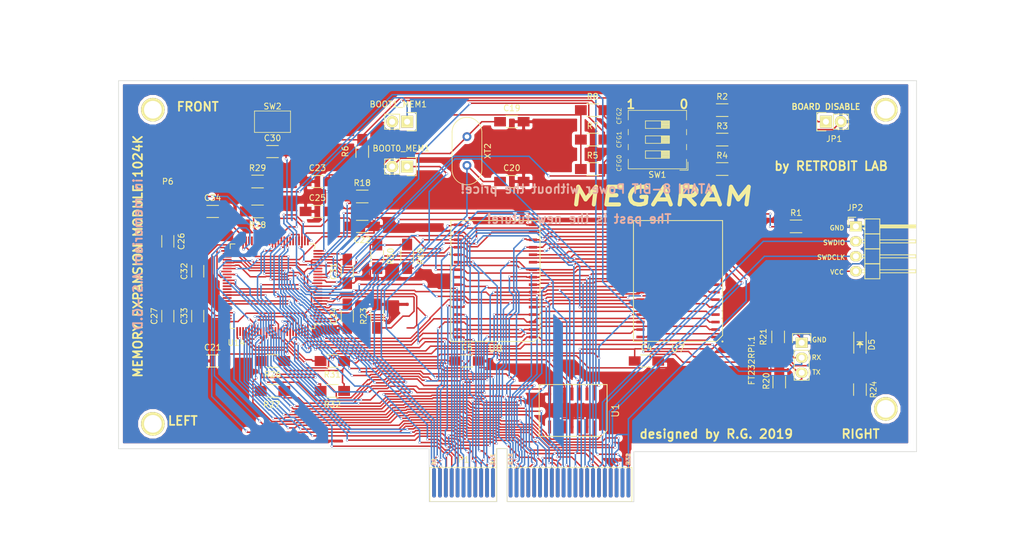
<source format=kicad_pcb>
(kicad_pcb (version 4) (host pcbnew 4.0.2+dfsg1-stable)
  (layers (0 F.Cu signal) (31 B.Cu signal) (34 B.Paste user) (35 F.Paste user) (36 B.SilkS user) (37 F.SilkS user) (38 B.Mask user) (39 F.Mask user) (44 Edge.Cuts user))
  (net 0 "")
  (net 1 GND)
  (net 2 "Net-(D5-Pad2)")
  (net 3 TP1)
  (net 4 ~mEXSEL)
  (net 5 ~mD1XX)
  (net 6 ~mHALT)
  (net 7 ~mMPD)
  (net 8 ~mIRQ)
  (net 9 ~mRST)
  (net 10 ~mREF)
  (net 11 ~mCCTL)
  (net 12 mA0)
  (net 13 mA1)
  (net 14 mA2)
  (net 15 mA3)
  (net 16 mA4)
  (net 17 mA5)
  (net 18 mA6)
  (net 19 mA7)
  (net 20 mA8)
  (net 21 mA9)
  (net 22 mA10)
  (net 23 mA11)
  (net 24 mA12)
  (net 25 mA13)
  (net 26 mA14)
  (net 27 mA15)
  (net 28 mR/~W)
  (net 29 ~mS4)
  (net 30 mRD4)
  (net 31 ~mS5)
  (net 32 mRD5)
  (net 33 mD0)
  (net 34 mD1)
  (net 35 mD2)
  (net 36 mD3)
  (net 37 mD4)
  (net 38 mD5)
  (net 39 mD6)
  (net 40 mD7)
  (net 41 mW/~R)
  (net 42 UART_RX)
  (net 43 UART_TX)
  (net 44 mB7)
  (net 45 LEDGRN_MEM)
  (net 46 mB3)
  (net 47 mB1)
  (net 48 mB2)
  (net 49 mB4)
  (net 50 mB0)
  (net 51 "Net-(BOOT0_MEM1-Pad1)")
  (net 52 "Net-(BOOT1_MEM1-Pad1)")
  (net 53 "Net-(C19-Pad1)")
  (net 54 "Net-(C20-Pad1)")
  (net 55 VCAP_2_MEM)
  (net 56 VCAP_1_MEM)
  (net 57 "Net-(R18-Pad1)")
  (net 58 "Net-(R19-Pad1)")
  (net 59 "Net-(R26-Pad2)")
  (net 60 "Net-(R30-Pad1)")
  (net 61 PB6)
  (net 62 PB9)
  (net 63 VCC_3V3)
  (net 64 SWDRST)
  (net 65 mPHI2)
  (net 66 mAUDIO)
  (net 67 SWDIO)
  (net 68 SWDCLK)
  (net 69 "Net-(R2-Pad1)")
  (net 70 "Net-(R3-Pad1)")
  (net 71 "Net-(R4-Pad1)")
  (net 72 mCONF0)
  (net 73 mCONF1)
  (net 74 mCONF2)
  (net 75 mCS_512K)
  (net 76 mCS_1024K)
  (module RetroBitLab:BUS_PCIexpress_64pin (layer F.Cu) (at 131.572 121.666)
    (fp_text reference P1 (at 5.05 -3.31) (layer F.SilkS))
    (fp_text value 0877159106)
    (fp_text user A32 (at 33 -3.4 90) (layer B.SilkS) (effects (font (size 0.7 0.7)) (justify mirror)))
    (fp_text user A12 (at 13 -3.4 90) (layer B.SilkS) (effects (font (size 0.7 0.7)) (justify mirror)))
    (fp_text user B32 (at 33 -3.4 90) (layer F.SilkS) (effects (font (size 0.7 0.7))))
    (fp_text user B12 (at 13 -3.4 90) (layer F.SilkS) (effects (font (size 0.7 0.7))))
    (fp_text user B11 (at 10 -3.4 90) (layer F.SilkS) (effects (font (size 0.7 0.7))))
    (fp_text user A11 (at 10 -3.2 90) (layer B.SilkS) (effects (font (size 0.7 0.7)) (justify mirror)))
    (fp_text user A1 (at 0 -2.8 90) (layer B.SilkS) (effects (font (size 0.7 0.7)) (justify mirror)))
    (fp_text user B1 (at 0 -3 90) (layer F.SilkS) (effects (font (size 0.7 0.7))))
    (pad "" connect circle (at 18 2.8) (size 0.65 0.65) (layers F.Cu F.Mask))
    (pad "" connect circle (at 0 2.8) (size 0.65 0.65) (layers B.Cu B.Mask))
    (pad "" connect oval (at 20 2.8 90) (size 0.65 0.65) (layers B.Cu B.Mask))
    (pad B19 connect rect (at 20 0.5) (size 0.65 4.6) (layers B.Cu B.Mask) (net 63 VCC_3V3))
    (pad " " connect circle (at 20 2.8) (size 0.65 0.65) (layers F.Cu F.Mask))
    (pad A19 connect rect (at 20 0.5) (size 0.65 4.6) (layers F.Cu F.Mask) (net 63 VCC_3V3))
    (pad "" connect circle (at 19 2.8) (size 0.65 0.65) (layers F.Cu F.Mask))
    (pad B1 connect rect (at 0 0.5) (size 0.65 4.6) (layers F.Cu F.Mask) (net 40 mD7))
    (pad B2 connect rect (at 1 0.5) (size 0.65 4.6) (layers F.Cu F.Mask) (net 27 mA15))
    (pad B3 connect rect (at 2 0.5) (size 0.65 4.6) (layers F.Cu F.Mask) (net 39 mD6))
    (pad B4 connect rect (at 3 0.5) (size 0.65 4.6) (layers F.Cu F.Mask) (net 26 mA14))
    (pad B5 connect rect (at 4 0.5) (size 0.65 4.6) (layers F.Cu F.Mask) (net 38 mD5))
    (pad B6 connect rect (at 5 0.5) (size 0.65 4.6) (layers F.Cu F.Mask) (net 25 mA13))
    (pad B7 connect rect (at 6 0.5) (size 0.65 4.6) (layers F.Cu F.Mask) (net 37 mD4))
    (pad B8 connect rect (at 7 0.5) (size 0.65 4.6) (layers F.Cu F.Mask) (net 24 mA12))
    (pad B9 connect rect (at 8 0.5) (size 0.65 4.6) (layers F.Cu F.Mask) (net 36 mD3))
    (pad B10 connect rect (at 9 0.5) (size 0.65 4.6) (layers F.Cu F.Mask) (net 23 mA11))
    (pad B11 connect rect (at 10 0.5) (size 0.65 4.6) (layers F.Cu F.Mask) (net 35 mD2))
    (pad B14 connect rect (at 15 0.5) (size 0.65 4.6) (layers F.Cu F.Mask) (net 21 mA9))
    (pad B15 connect rect (at 16 0.5) (size 0.65 4.6) (layers F.Cu F.Mask) (net 33 mD0))
    (pad B16 connect rect (at 17 0.5) (size 0.65 4.6) (layers F.Cu F.Mask) (net 20 mA8))
    (pad B17 connect rect (at 18 0.5) (size 0.65 4.6) (layers F.Cu F.Mask) (net 1 GND))
    (pad B18 connect rect (at 19 0.5) (size 0.65 4.6) (layers F.Cu F.Mask) (net 19 mA7))
    (pad B12 connect rect (at 13 0.5) (size 0.65 4.6) (layers F.Cu F.Mask) (net 22 mA10))
    (pad B13 connect rect (at 14 0.5) (size 0.65 4.6) (layers F.Cu F.Mask) (net 34 mD1))
    (pad A1 connect rect (at 0 0.5) (size 0.65 4.6) (layers B.Cu B.Mask) (net 1 GND))
    (pad A2 connect rect (at 1 0.5) (size 0.65 4.6) (layers B.Cu B.Mask) (net 9 ~mRST))
    (pad A3 connect rect (at 2 0.5) (size 0.65 4.6) (layers B.Cu B.Mask) (net 63 VCC_3V3))
    (pad A4 connect rect (at 3 0.5) (size 0.65 4.6) (layers B.Cu B.Mask) (net 65 mPHI2))
    (pad A5 connect rect (at 4 0.5) (size 0.65 4.6) (layers B.Cu B.Mask) (net 1 GND))
    (pad A6 connect rect (at 5 0.5) (size 0.65 4.6) (layers B.Cu B.Mask) (net 66 mAUDIO))
    (pad A7 connect rect (at 6 0.5) (size 0.65 4.6) (layers B.Cu B.Mask) (net 63 VCC_3V3))
    (pad A8 connect rect (at 7 0.5) (size 0.65 4.6) (layers B.Cu B.Mask) (net 10 ~mREF))
    (pad A9 connect rect (at 8 0.5) (size 0.65 4.6) (layers B.Cu B.Mask) (net 1 GND))
    (pad A10 connect rect (at 9 0.5) (size 0.65 4.6) (layers B.Cu B.Mask) (net 28 mR/~W))
    (pad A11 connect rect (at 10 0.5) (size 0.65 4.6) (layers B.Cu B.Mask) (net 63 VCC_3V3))
    (pad A14 connect rect (at 15 0.5) (size 0.65 4.6) (layers B.Cu B.Mask) (net 8 ~mIRQ))
    (pad A15 connect rect (at 16 0.5) (size 0.65 4.6) (layers B.Cu B.Mask) (net 63 VCC_3V3))
    (pad A16 connect rect (at 17 0.5) (size 0.65 4.6) (layers B.Cu B.Mask) (net 6 ~mHALT))
    (pad A17 connect rect (at 18 0.5) (size 0.65 4.6) (layers B.Cu B.Mask) (net 1 GND))
    (pad A18 connect rect (at 19 0.5) (size 0.65 4.6) (layers B.Cu B.Mask) (net 5 ~mD1XX))
    (pad A12 connect rect (at 13 0.5) (size 0.65 4.6) (layers B.Cu B.Mask) (net 4 ~mEXSEL))
    (pad A13 connect rect (at 14 0.5) (size 0.65 4.6) (layers B.Cu B.Mask) (net 1 GND))
    (pad "" connect circle (at 2 2.8) (size 0.65 0.65) (layers F.Cu F.Mask))
    (pad "" connect circle (at 3 2.8) (size 0.65 0.65) (layers F.Cu F.Mask))
    (pad "" connect circle (at 4 2.8) (size 0.65 0.65) (layers F.Cu F.Mask))
    (pad "" connect circle (at 5 2.8) (size 0.65 0.65) (layers F.Cu F.Mask))
    (pad "" connect circle (at 6 2.8) (size 0.65 0.65) (layers F.Cu F.Mask))
    (pad "" connect circle (at 7 2.8) (size 0.65 0.65) (layers F.Cu F.Mask))
    (pad "" connect circle (at 8 2.8) (size 0.65 0.65) (layers F.Cu F.Mask))
    (pad "" connect circle (at 9 2.8) (size 0.65 0.65) (layers F.Cu F.Mask))
    (pad "" connect circle (at 10 2.8) (size 0.65 0.65) (layers F.Cu F.Mask))
    (pad "" connect circle (at 0 2.8) (size 0.65 0.65) (layers F.Cu F.Mask))
    (pad "" connect circle (at 13 2.8) (size 0.65 0.65) (layers F.Cu F.Mask))
    (pad "" connect circle (at 14 2.8) (size 0.65 0.65) (layers F.Cu F.Mask))
    (pad "" connect circle (at 15 2.8) (size 0.65 0.65) (layers F.Cu F.Mask))
    (pad "" connect circle (at 16 2.8) (size 0.65 0.65) (layers F.Cu F.Mask))
    (pad "" connect circle (at 17 2.8) (size 0.65 0.65) (layers F.Cu F.Mask))
    (pad "" connect circle (at 1 2.8) (size 0.65 0.65) (layers F.Cu F.Mask))
    (pad "" connect oval (at 3 2.8 90) (size 0.65 0.65) (layers B.Cu B.Mask))
    (pad "" connect oval (at 4 2.8 90) (size 0.65 0.65) (layers B.Cu B.Mask))
    (pad "" connect oval (at 5 2.8 90) (size 0.65 0.65) (layers B.Cu B.Mask))
    (pad "" connect oval (at 6 2.8 90) (size 0.65 0.65) (layers B.Cu B.Mask))
    (pad "" connect oval (at 7 2.8 90) (size 0.65 0.65) (layers B.Cu B.Mask))
    (pad "" connect oval (at 8 2.8 90) (size 0.65 0.65) (layers B.Cu B.Mask))
    (pad "" connect oval (at 9 2.8 90) (size 0.65 0.65) (layers B.Cu B.Mask))
    (pad "" connect oval (at 15 2.8 90) (size 0.65 0.65) (layers B.Cu B.Mask))
    (pad "" connect oval (at 16 2.8 90) (size 0.65 0.65) (layers B.Cu B.Mask))
    (pad "" connect oval (at 2 2.8 90) (size 0.65 0.65) (layers B.Cu B.Mask))
    (pad "" connect oval (at 14 2.8 90) (size 0.65 0.65) (layers B.Cu B.Mask))
    (pad "" connect oval (at 17 2.8 90) (size 0.65 0.65) (layers B.Cu B.Mask))
    (pad "" connect oval (at 10 2.8 90) (size 0.65 0.65) (layers B.Cu B.Mask))
    (pad "" connect oval (at 13 2.8 90) (size 0.65 0.65) (layers B.Cu B.Mask))
    (pad "" connect oval (at 18 2.8 90) (size 0.65 0.65) (layers B.Cu B.Mask))
    (pad "" connect oval (at 19 2.8 90) (size 0.65 0.65) (layers B.Cu B.Mask))
    (pad "" connect oval (at 1 2.8 90) (size 0.65 0.65) (layers B.Cu B.Mask))
    (pad " " connect circle (at 21 2.8) (size 0.65 0.65) (layers F.Cu F.Mask))
    (pad " " connect circle (at 22 2.8) (size 0.65 0.65) (layers F.Cu F.Mask))
    (pad " " connect circle (at 23 2.8) (size 0.65 0.65) (layers F.Cu F.Mask))
    (pad " " connect circle (at 24 2.8) (size 0.65 0.65) (layers F.Cu F.Mask))
    (pad " " connect circle (at 25 2.8) (size 0.65 0.65) (layers F.Cu F.Mask))
    (pad " " connect circle (at 26 2.8) (size 0.65 0.65) (layers F.Cu F.Mask))
    (pad " " connect circle (at 27 2.8) (size 0.65 0.65) (layers F.Cu F.Mask))
    (pad " " connect circle (at 28 2.8) (size 0.65 0.65) (layers F.Cu F.Mask))
    (pad " " connect circle (at 29 2.8) (size 0.65 0.65) (layers F.Cu F.Mask))
    (pad " " connect circle (at 30 2.8) (size 0.65 0.65) (layers F.Cu F.Mask))
    (pad " " connect circle (at 31 2.8) (size 0.65 0.65) (layers F.Cu F.Mask))
    (pad " " connect circle (at 32 2.8) (size 0.65 0.65) (layers F.Cu F.Mask))
    (pad " " connect circle (at 33 2.8) (size 0.65 0.65) (layers F.Cu F.Mask))
    (pad A20 connect rect (at 21 0.5) (size 0.65 4.6) (layers F.Cu F.Mask) (net 7 ~mMPD))
    (pad A21 connect rect (at 22 0.5) (size 0.65 4.6) (layers F.Cu F.Mask) (net 1 GND))
    (pad A22 connect rect (at 23 0.5) (size 0.65 4.6) (layers F.Cu F.Mask) (net 29 ~mS4))
    (pad A23 connect rect (at 24 0.5) (size 0.65 4.6) (layers F.Cu F.Mask) (net 63 VCC_3V3))
    (pad A24 connect rect (at 25 0.5) (size 0.65 4.6) (layers F.Cu F.Mask) (net 30 mRD4))
    (pad A25 connect rect (at 26 0.5) (size 0.65 4.6) (layers F.Cu F.Mask) (net 1 GND))
    (pad A26 connect rect (at 27 0.5) (size 0.65 4.6) (layers F.Cu F.Mask) (net 31 ~mS5))
    (pad A27 connect rect (at 28 0.5) (size 0.65 4.6) (layers F.Cu F.Mask) (net 63 VCC_3V3))
    (pad A28 connect rect (at 29 0.5) (size 0.65 4.6) (layers F.Cu F.Mask) (net 32 mRD5))
    (pad A29 connect rect (at 30 0.5) (size 0.65 4.6) (layers F.Cu F.Mask) (net 1 GND))
    (pad A30 connect rect (at 31 0.5) (size 0.65 4.6) (layers F.Cu F.Mask) (net 11 ~mCCTL))
    (pad A31 connect rect (at 32 0.5) (size 0.65 4.6) (layers F.Cu F.Mask))
    (pad A32 connect rect (at 33 0.5) (size 0.65 4.6) (layers F.Cu F.Mask) (net 1 GND))
    (pad B20 connect rect (at 21 0.5) (size 0.65 4.6) (layers B.Cu B.Mask) (net 18 mA6))
    (pad B21 connect rect (at 22 0.5) (size 0.65 4.6) (layers B.Cu B.Mask) (net 1 GND))
    (pad B22 connect rect (at 23 0.5) (size 0.65 4.6) (layers B.Cu B.Mask) (net 17 mA5))
    (pad B23 connect rect (at 24 0.5) (size 0.65 4.6) (layers B.Cu B.Mask) (net 63 VCC_3V3))
    (pad B24 connect rect (at 25 0.5) (size 0.65 4.6) (layers B.Cu B.Mask) (net 16 mA4))
    (pad B25 connect rect (at 26 0.5) (size 0.65 4.6) (layers B.Cu B.Mask) (net 1 GND))
    (pad B26 connect rect (at 27 0.5) (size 0.65 4.6) (layers B.Cu B.Mask) (net 15 mA3))
    (pad B27 connect rect (at 28 0.5) (size 0.65 4.6) (layers B.Cu B.Mask) (net 67 SWDIO))
    (pad B28 connect rect (at 29 0.5) (size 0.65 4.6) (layers B.Cu B.Mask) (net 14 mA2))
    (pad B29 connect rect (at 30 0.5) (size 0.65 4.6) (layers B.Cu B.Mask) (net 68 SWDCLK))
    (pad B30 connect rect (at 31 0.5) (size 0.65 4.6) (layers B.Cu B.Mask) (net 13 mA1))
    (pad B31 connect rect (at 32 0.5) (size 0.65 4.6) (layers B.Cu B.Mask) (net 64 SWDRST))
    (pad B32 connect rect (at 33 0.5) (size 0.65 4.6) (layers B.Cu B.Mask) (net 12 mA0))
    (pad " " connect oval (at 21 2.8 90) (size 0.65 0.65) (layers B.Cu B.Mask))
    (pad " " connect oval (at 22 2.8 90) (size 0.65 0.65) (layers B.Cu B.Mask))
    (pad " " connect oval (at 23 2.8 90) (size 0.65 0.65) (layers B.Cu B.Mask))
    (pad " " connect oval (at 24 2.8 90) (size 0.65 0.65) (layers B.Cu B.Mask))
    (pad " " connect oval (at 25 2.8 90) (size 0.65 0.65) (layers B.Cu B.Mask))
    (pad " " connect oval (at 26 2.8 90) (size 0.65 0.65) (layers B.Cu B.Mask))
    (pad " " connect oval (at 27 2.8 90) (size 0.65 0.65) (layers B.Cu B.Mask))
    (pad " " connect oval (at 28 2.8 90) (size 0.65 0.65) (layers B.Cu B.Mask))
    (pad " " connect oval (at 29 2.8 90) (size 0.65 0.65) (layers B.Cu B.Mask))
    (pad " " connect oval (at 30 2.8 90) (size 0.65 0.65) (layers B.Cu B.Mask))
    (pad " " connect oval (at 31 2.8 90) (size 0.65 0.65) (layers B.Cu B.Mask))
    (pad " " connect oval (at 32 2.8 90) (size 0.65 0.65) (layers B.Cu B.Mask))
    (pad " " connect oval (at 33 2.8 90) (size 0.65 0.65) (layers B.Cu B.Mask))
  )
  (module RetroBitLab:Crystal_HC49-4H_Vertical_3D (layer F.Cu) (at 137.16 63.5 270)
    (fp_text reference XT2 (at 2.44 -3.525 270) (layer F.SilkS))
    (fp_text value 8Mhz)
    (pad 1 thru_hole circle (at 0 0 270) (size 1.5 1.5) (drill 0.8) (layers *.Cu *.Mask) (net 53 "Net-(C19-Pad1)"))
    (pad 2 thru_hole circle (at 4.88 0 270) (size 1.5 1.5) (drill 0.8) (layers *.Cu *.Mask) (net 54 "Net-(C20-Pad1)"))
  )
  (module Housings_QFP:TQFP-100_14x14mm_Pitch0.5mm (layer F.Cu) (at 104.14 88.9 180)
    (fp_text reference U14 (at 6.14 -9.6 180) (layer F.SilkS))
    (fp_text value STM32F407VGTx)
    (pad 1 smd rect (at -7.7 -6 180) (size 1.5 0.3) (layers F.Cu F.Paste F.Mask) (net 35 mD2))
    (pad 2 smd rect (at -7.7 -5.5 180) (size 1.5 0.3) (layers F.Cu F.Paste F.Mask) (net 36 mD3))
    (pad 3 smd rect (at -7.7 -5 180) (size 1.5 0.3) (layers F.Cu F.Paste F.Mask) (net 37 mD4))
    (pad 4 smd rect (at -7.7 -4.5 180) (size 1.5 0.3) (layers F.Cu F.Paste F.Mask) (net 38 mD5))
    (pad 5 smd rect (at -7.7 -4 180) (size 1.5 0.3) (layers F.Cu F.Paste F.Mask) (net 39 mD6))
    (pad 6 smd rect (at -7.7 -3.5 180) (size 1.5 0.3) (layers F.Cu F.Paste F.Mask) (net 63 VCC_3V3))
    (pad 7 smd rect (at -7.7 -3 180) (size 1.5 0.3) (layers F.Cu F.Paste F.Mask) (net 75 mCS_512K))
    (pad 8 smd rect (at -7.7 -2.5 180) (size 1.5 0.3) (layers F.Cu F.Paste F.Mask) (net 76 mCS_1024K))
    (pad 9 smd rect (at -7.7 -2 180) (size 1.5 0.3) (layers F.Cu F.Paste F.Mask) (net 44 mB7))
    (pad 10 smd rect (at -7.7 -1.5 180) (size 1.5 0.3) (layers F.Cu F.Paste F.Mask) (net 1 GND))
    (pad 11 smd rect (at -7.7 -1 180) (size 1.5 0.3) (layers F.Cu F.Paste F.Mask) (net 63 VCC_3V3))
    (pad 12 smd rect (at -7.7 -0.5 180) (size 1.5 0.3) (layers F.Cu F.Paste F.Mask) (net 57 "Net-(R18-Pad1)"))
    (pad 13 smd rect (at -7.7 0 180) (size 1.5 0.3) (layers F.Cu F.Paste F.Mask) (net 58 "Net-(R19-Pad1)"))
    (pad 14 smd rect (at -7.7 0.5 180) (size 1.5 0.3) (layers F.Cu F.Paste F.Mask) (net 64 SWDRST))
    (pad 15 smd rect (at -7.7 1 180) (size 1.5 0.3) (layers F.Cu F.Paste F.Mask) (net 65 mPHI2))
    (pad 16 smd rect (at -7.7 1.5 180) (size 1.5 0.3) (layers F.Cu F.Paste F.Mask) (net 31 ~mS5))
    (pad 17 smd rect (at -7.7 2 180) (size 1.5 0.3) (layers F.Cu F.Paste F.Mask) (net 29 ~mS4))
    (pad 18 smd rect (at -7.7 2.5 180) (size 1.5 0.3) (layers F.Cu F.Paste F.Mask))
    (pad 19 smd rect (at -7.7 3 180) (size 1.5 0.3) (layers F.Cu F.Paste F.Mask) (net 63 VCC_3V3))
    (pad 20 smd rect (at -7.7 3.5 180) (size 1.5 0.3) (layers F.Cu F.Paste F.Mask) (net 60 "Net-(R30-Pad1)"))
    (pad 21 smd rect (at -7.7 4 180) (size 1.5 0.3) (layers F.Cu F.Paste F.Mask) (net 63 VCC_3V3))
    (pad 22 smd rect (at -7.7 4.5 180) (size 1.5 0.3) (layers F.Cu F.Paste F.Mask) (net 63 VCC_3V3))
    (pad 23 smd rect (at -7.7 5 180) (size 1.5 0.3) (layers F.Cu F.Paste F.Mask) (net 72 mCONF0))
    (pad 24 smd rect (at -7.7 5.5 180) (size 1.5 0.3) (layers F.Cu F.Paste F.Mask) (net 73 mCONF1))
    (pad 25 smd rect (at -7.7 6 180) (size 1.5 0.3) (layers F.Cu F.Paste F.Mask) (net 74 mCONF2))
    (pad 26 smd rect (at -6 7.7 270) (size 1.5 0.3) (layers F.Cu F.Paste F.Mask) (net 9 ~mRST))
    (pad 27 smd rect (at -5.5 7.7 270) (size 1.5 0.3) (layers F.Cu F.Paste F.Mask) (net 1 GND))
    (pad 28 smd rect (at -5 7.7 270) (size 1.5 0.3) (layers F.Cu F.Paste F.Mask) (net 63 VCC_3V3))
    (pad 29 smd rect (at -4.5 7.7 270) (size 1.5 0.3) (layers F.Cu F.Paste F.Mask) (net 10 ~mREF))
    (pad 30 smd rect (at -4 7.7 270) (size 1.5 0.3) (layers F.Cu F.Paste F.Mask))
    (pad 31 smd rect (at -3.5 7.7 270) (size 1.5 0.3) (layers F.Cu F.Paste F.Mask))
    (pad 32 smd rect (at -3 7.7 270) (size 1.5 0.3) (layers F.Cu F.Paste F.Mask))
    (pad 33 smd rect (at -2.5 7.7 270) (size 1.5 0.3) (layers F.Cu F.Paste F.Mask) (net 11 ~mCCTL))
    (pad 34 smd rect (at -2 7.7 270) (size 1.5 0.3) (layers F.Cu F.Paste F.Mask) (net 28 mR/~W))
    (pad 35 smd rect (at -1.5 7.7 270) (size 1.5 0.3) (layers F.Cu F.Paste F.Mask) (net 45 LEDGRN_MEM))
    (pad 36 smd rect (at -1 7.7 270) (size 1.5 0.3) (layers F.Cu F.Paste F.Mask) (net 3 TP1))
    (pad 37 smd rect (at -0.5 7.7 270) (size 1.5 0.3) (layers F.Cu F.Paste F.Mask) (net 32 mRD5))
    (pad 38 smd rect (at 0 7.7 270) (size 1.5 0.3) (layers F.Cu F.Paste F.Mask) (net 40 mD7))
    (pad 39 smd rect (at 0.5 7.7 270) (size 1.5 0.3) (layers F.Cu F.Paste F.Mask))
    (pad 40 smd rect (at 1 7.7 270) (size 1.5 0.3) (layers F.Cu F.Paste F.Mask))
    (pad 41 smd rect (at 1.5 7.7 270) (size 1.5 0.3) (layers F.Cu F.Paste F.Mask))
    (pad 42 smd rect (at 2 7.7 270) (size 1.5 0.3) (layers F.Cu F.Paste F.Mask))
    (pad 43 smd rect (at 2.5 7.7 270) (size 1.5 0.3) (layers F.Cu F.Paste F.Mask))
    (pad 44 smd rect (at 3 7.7 270) (size 1.5 0.3) (layers F.Cu F.Paste F.Mask))
    (pad 45 smd rect (at 3.5 7.7 270) (size 1.5 0.3) (layers F.Cu F.Paste F.Mask))
    (pad 46 smd rect (at 4 7.7 270) (size 1.5 0.3) (layers F.Cu F.Paste F.Mask))
    (pad 47 smd rect (at 4.5 7.7 270) (size 1.5 0.3) (layers F.Cu F.Paste F.Mask) (net 6 ~mHALT))
    (pad 48 smd rect (at 5 7.7 270) (size 1.5 0.3) (layers F.Cu F.Paste F.Mask) (net 7 ~mMPD))
    (pad 49 smd rect (at 5.5 7.7 270) (size 1.5 0.3) (layers F.Cu F.Paste F.Mask) (net 56 VCAP_1_MEM))
    (pad 50 smd rect (at 6 7.7 270) (size 1.5 0.3) (layers F.Cu F.Paste F.Mask) (net 63 VCC_3V3))
    (pad 51 smd rect (at 7.7 6 180) (size 1.5 0.3) (layers F.Cu F.Paste F.Mask) (net 8 ~mIRQ))
    (pad 52 smd rect (at 7.7 5.5 180) (size 1.5 0.3) (layers F.Cu F.Paste F.Mask))
    (pad 53 smd rect (at 7.7 5 180) (size 1.5 0.3) (layers F.Cu F.Paste F.Mask))
    (pad 54 smd rect (at 7.7 4.5 180) (size 1.5 0.3) (layers F.Cu F.Paste F.Mask))
    (pad 55 smd rect (at 7.7 4 180) (size 1.5 0.3) (layers F.Cu F.Paste F.Mask) (net 20 mA8))
    (pad 56 smd rect (at 7.7 3.5 180) (size 1.5 0.3) (layers F.Cu F.Paste F.Mask) (net 21 mA9))
    (pad 57 smd rect (at 7.7 3 180) (size 1.5 0.3) (layers F.Cu F.Paste F.Mask) (net 22 mA10))
    (pad 58 smd rect (at 7.7 2.5 180) (size 1.5 0.3) (layers F.Cu F.Paste F.Mask) (net 23 mA11))
    (pad 59 smd rect (at 7.7 2 180) (size 1.5 0.3) (layers F.Cu F.Paste F.Mask) (net 24 mA12))
    (pad 60 smd rect (at 7.7 1.5 180) (size 1.5 0.3) (layers F.Cu F.Paste F.Mask) (net 25 mA13))
    (pad 61 smd rect (at 7.7 1 180) (size 1.5 0.3) (layers F.Cu F.Paste F.Mask) (net 26 mA14))
    (pad 62 smd rect (at 7.7 0.5 180) (size 1.5 0.3) (layers F.Cu F.Paste F.Mask) (net 27 mA15))
    (pad 63 smd rect (at 7.7 0 180) (size 1.5 0.3) (layers F.Cu F.Paste F.Mask))
    (pad 64 smd rect (at 7.7 -0.5 180) (size 1.5 0.3) (layers F.Cu F.Paste F.Mask))
    (pad 65 smd rect (at 7.7 -1 180) (size 1.5 0.3) (layers F.Cu F.Paste F.Mask) (net 50 mB0))
    (pad 66 smd rect (at 7.7 -1.5 180) (size 1.5 0.3) (layers F.Cu F.Paste F.Mask) (net 47 mB1))
    (pad 67 smd rect (at 7.7 -2 180) (size 1.5 0.3) (layers F.Cu F.Paste F.Mask))
    (pad 68 smd rect (at 7.7 -2.5 180) (size 1.5 0.3) (layers F.Cu F.Paste F.Mask) (net 43 UART_TX))
    (pad 69 smd rect (at 7.7 -3 180) (size 1.5 0.3) (layers F.Cu F.Paste F.Mask) (net 42 UART_RX))
    (pad 70 smd rect (at 7.7 -3.5 180) (size 1.5 0.3) (layers F.Cu F.Paste F.Mask))
    (pad 71 smd rect (at 7.7 -4 180) (size 1.5 0.3) (layers F.Cu F.Paste F.Mask))
    (pad 72 smd rect (at 7.7 -4.5 180) (size 1.5 0.3) (layers F.Cu F.Paste F.Mask) (net 67 SWDIO))
    (pad 73 smd rect (at 7.7 -5 180) (size 1.5 0.3) (layers F.Cu F.Paste F.Mask) (net 55 VCAP_2_MEM))
    (pad 74 smd rect (at 7.7 -5.5 180) (size 1.5 0.3) (layers F.Cu F.Paste F.Mask) (net 1 GND))
    (pad 75 smd rect (at 7.7 -6 180) (size 1.5 0.3) (layers F.Cu F.Paste F.Mask) (net 63 VCC_3V3))
    (pad 76 smd rect (at 6 -7.7 270) (size 1.5 0.3) (layers F.Cu F.Paste F.Mask) (net 68 SWDCLK))
    (pad 77 smd rect (at 5.5 -7.7 270) (size 1.5 0.3) (layers F.Cu F.Paste F.Mask))
    (pad 78 smd rect (at 5 -7.7 270) (size 1.5 0.3) (layers F.Cu F.Paste F.Mask) (net 48 mB2))
    (pad 79 smd rect (at 4.5 -7.7 270) (size 1.5 0.3) (layers F.Cu F.Paste F.Mask) (net 46 mB3))
    (pad 80 smd rect (at 4 -7.7 270) (size 1.5 0.3) (layers F.Cu F.Paste F.Mask) (net 49 mB4))
    (pad 81 smd rect (at 3.5 -7.7 270) (size 1.5 0.3) (layers F.Cu F.Paste F.Mask) (net 12 mA0))
    (pad 82 smd rect (at 3 -7.7 270) (size 1.5 0.3) (layers F.Cu F.Paste F.Mask) (net 13 mA1))
    (pad 83 smd rect (at 2.5 -7.7 270) (size 1.5 0.3) (layers F.Cu F.Paste F.Mask) (net 14 mA2))
    (pad 84 smd rect (at 2 -7.7 270) (size 1.5 0.3) (layers F.Cu F.Paste F.Mask) (net 15 mA3))
    (pad 85 smd rect (at 1.5 -7.7 270) (size 1.5 0.3) (layers F.Cu F.Paste F.Mask) (net 16 mA4))
    (pad 86 smd rect (at 1 -7.7 270) (size 1.5 0.3) (layers F.Cu F.Paste F.Mask) (net 17 mA5))
    (pad 87 smd rect (at 0.5 -7.7 270) (size 1.5 0.3) (layers F.Cu F.Paste F.Mask) (net 18 mA6))
    (pad 88 smd rect (at 0 -7.7 270) (size 1.5 0.3) (layers F.Cu F.Paste F.Mask) (net 19 mA7))
    (pad 89 smd rect (at -0.5 -7.7 270) (size 1.5 0.3) (layers F.Cu F.Paste F.Mask))
    (pad 90 smd rect (at -1 -7.7 270) (size 1.5 0.3) (layers F.Cu F.Paste F.Mask) (net 30 mRD4))
    (pad 91 smd rect (at -1.5 -7.7 270) (size 1.5 0.3) (layers F.Cu F.Paste F.Mask))
    (pad 92 smd rect (at -2 -7.7 270) (size 1.5 0.3) (layers F.Cu F.Paste F.Mask) (net 61 PB6))
    (pad 93 smd rect (at -2.5 -7.7 270) (size 1.5 0.3) (layers F.Cu F.Paste F.Mask) (net 5 ~mD1XX))
    (pad 94 smd rect (at -3 -7.7 270) (size 1.5 0.3) (layers F.Cu F.Paste F.Mask) (net 59 "Net-(R26-Pad2)"))
    (pad 95 smd rect (at -3.5 -7.7 270) (size 1.5 0.3) (layers F.Cu F.Paste F.Mask) (net 4 ~mEXSEL))
    (pad 96 smd rect (at -4 -7.7 270) (size 1.5 0.3) (layers F.Cu F.Paste F.Mask) (net 62 PB9))
    (pad 97 smd rect (at -4.5 -7.7 270) (size 1.5 0.3) (layers F.Cu F.Paste F.Mask) (net 33 mD0))
    (pad 98 smd rect (at -5 -7.7 270) (size 1.5 0.3) (layers F.Cu F.Paste F.Mask) (net 34 mD1))
    (pad 99 smd rect (at -5.5 -7.7 270) (size 1.5 0.3) (layers F.Cu F.Paste F.Mask) (net 1 GND))
    (pad 100 smd rect (at -6 -7.7 270) (size 1.5 0.3) (layers F.Cu F.Paste F.Mask) (net 63 VCC_3V3))
  )
  (module RetroBitLab:SOP-32L-20.5x11.30-1.27mm (layer F.Cu) (at 142 88 90)
    (fp_text reference U8 (at -11.45 0 180) (layer F.SilkS) (effects (font (size 1.2 1.2))))
    (fp_text value ISSI61WV5128BL)
    (pad 32 smd rect (at -9.525 -6.37 90) (size 0.45 1.4) (layers F.Cu F.Paste F.Mask) (net 63 VCC_3V3))
    (pad 1 smd rect (at -9.525 6.37 90) (size 0.45 1.4) (layers F.Cu F.Paste F.Mask) (net 46 mB3))
    (pad 31 smd rect (at -8.255 -6.37 90) (size 0.45 1.4) (layers F.Cu F.Paste F.Mask) (net 47 mB1))
    (pad 2 smd rect (at -8.255 6.37 90) (size 0.45 1.4) (layers F.Cu F.Paste F.Mask) (net 48 mB2))
    (pad 30 smd rect (at -6.985 -6.37 90) (size 0.45 1.4) (layers F.Cu F.Paste F.Mask) (net 49 mB4))
    (pad 3 smd rect (at -6.985 6.37 90) (size 0.45 1.4) (layers F.Cu F.Paste F.Mask) (net 50 mB0))
    (pad 29 smd rect (at -5.715 -6.37 90) (size 0.45 1.4) (layers F.Cu F.Paste F.Mask) (net 28 mR/~W))
    (pad 4 smd rect (at -5.715 6.37 90) (size 0.45 1.4) (layers F.Cu F.Paste F.Mask) (net 24 mA12))
    (pad 28 smd rect (at -4.445 -6.37 90) (size 0.45 1.4) (layers F.Cu F.Paste F.Mask) (net 25 mA13))
    (pad 5 smd rect (at -4.445 6.37 90) (size 0.45 1.4) (layers F.Cu F.Paste F.Mask) (net 19 mA7))
    (pad 27 smd rect (at -3.175 -6.37 90) (size 0.45 1.4) (layers F.Cu F.Paste F.Mask) (net 20 mA8))
    (pad 6 smd rect (at -3.175 6.37 90) (size 0.45 1.4) (layers F.Cu F.Paste F.Mask) (net 18 mA6))
    (pad 26 smd rect (at -1.905 -6.37 90) (size 0.45 1.4) (layers F.Cu F.Paste F.Mask) (net 21 mA9))
    (pad 7 smd rect (at -1.905 6.37 90) (size 0.45 1.4) (layers F.Cu F.Paste F.Mask) (net 17 mA5))
    (pad 25 smd rect (at -0.635 -6.37 90) (size 0.45 1.4) (layers F.Cu F.Paste F.Mask) (net 23 mA11))
    (pad 8 smd rect (at -0.635 6.37 90) (size 0.45 1.4) (layers F.Cu F.Paste F.Mask) (net 16 mA4))
    (pad 24 smd rect (at 0.635 -6.37 90) (size 0.45 1.4) (layers F.Cu F.Paste F.Mask) (net 41 mW/~R))
    (pad 9 smd rect (at 0.635 6.37 90) (size 0.45 1.4) (layers F.Cu F.Paste F.Mask) (net 15 mA3))
    (pad 23 smd rect (at 1.905 -6.37 90) (size 0.45 1.4) (layers F.Cu F.Paste F.Mask) (net 22 mA10))
    (pad 10 smd rect (at 1.905 6.37 90) (size 0.45 1.4) (layers F.Cu F.Paste F.Mask) (net 14 mA2))
    (pad 22 smd rect (at 3.175 -6.37 90) (size 0.45 1.4) (layers F.Cu F.Paste F.Mask) (net 76 mCS_1024K))
    (pad 11 smd rect (at 3.175 6.37 90) (size 0.45 1.4) (layers F.Cu F.Paste F.Mask) (net 13 mA1))
    (pad 21 smd rect (at 4.445 -6.37 90) (size 0.45 1.4) (layers F.Cu F.Paste F.Mask) (net 40 mD7))
    (pad 12 smd rect (at 4.445 6.37 90) (size 0.45 1.4) (layers F.Cu F.Paste F.Mask) (net 12 mA0))
    (pad 20 smd rect (at 5.715 -6.37 90) (size 0.45 1.4) (layers F.Cu F.Paste F.Mask) (net 39 mD6))
    (pad 13 smd rect (at 5.715 6.37 90) (size 0.45 1.4) (layers F.Cu F.Paste F.Mask) (net 33 mD0))
    (pad 19 smd rect (at 6.985 -6.37 90) (size 0.45 1.4) (layers F.Cu F.Paste F.Mask) (net 38 mD5))
    (pad 14 smd rect (at 6.985 6.37 90) (size 0.45 1.4) (layers F.Cu F.Paste F.Mask) (net 34 mD1))
    (pad 18 smd rect (at 8.255 -6.37 90) (size 0.45 1.4) (layers F.Cu F.Paste F.Mask) (net 37 mD4))
    (pad 15 smd rect (at 8.255 6.37 90) (size 0.45 1.4) (layers F.Cu F.Paste F.Mask) (net 35 mD2))
    (pad 17 smd rect (at 9.525 -6.37 90) (size 0.45 1.4) (layers F.Cu F.Paste F.Mask) (net 36 mD3))
    (pad 16 smd rect (at 9.525 6.37 90) (size 0.45 1.4) (layers F.Cu F.Paste F.Mask) (net 1 GND))
  )
  (module RetroBitLab:SOP-32L-20.5x11.30-1.27mm (layer F.Cu) (at 173 88 90)
    (fp_text reference U7 (at -11.45 0 180) (layer F.SilkS) (effects (font (size 1.2 1.2))))
    (fp_text value ISSI61WV5128BL)
    (pad 32 smd rect (at -9.525 -6.37 90) (size 0.45 1.4) (layers F.Cu F.Paste F.Mask) (net 63 VCC_3V3))
    (pad 1 smd rect (at -9.525 6.37 90) (size 0.45 1.4) (layers F.Cu F.Paste F.Mask) (net 46 mB3))
    (pad 31 smd rect (at -8.255 -6.37 90) (size 0.45 1.4) (layers F.Cu F.Paste F.Mask) (net 47 mB1))
    (pad 2 smd rect (at -8.255 6.37 90) (size 0.45 1.4) (layers F.Cu F.Paste F.Mask) (net 48 mB2))
    (pad 30 smd rect (at -6.985 -6.37 90) (size 0.45 1.4) (layers F.Cu F.Paste F.Mask) (net 49 mB4))
    (pad 3 smd rect (at -6.985 6.37 90) (size 0.45 1.4) (layers F.Cu F.Paste F.Mask) (net 50 mB0))
    (pad 29 smd rect (at -5.715 -6.37 90) (size 0.45 1.4) (layers F.Cu F.Paste F.Mask) (net 28 mR/~W))
    (pad 4 smd rect (at -5.715 6.37 90) (size 0.45 1.4) (layers F.Cu F.Paste F.Mask) (net 24 mA12))
    (pad 28 smd rect (at -4.445 -6.37 90) (size 0.45 1.4) (layers F.Cu F.Paste F.Mask) (net 25 mA13))
    (pad 5 smd rect (at -4.445 6.37 90) (size 0.45 1.4) (layers F.Cu F.Paste F.Mask) (net 19 mA7))
    (pad 27 smd rect (at -3.175 -6.37 90) (size 0.45 1.4) (layers F.Cu F.Paste F.Mask) (net 20 mA8))
    (pad 6 smd rect (at -3.175 6.37 90) (size 0.45 1.4) (layers F.Cu F.Paste F.Mask) (net 18 mA6))
    (pad 26 smd rect (at -1.905 -6.37 90) (size 0.45 1.4) (layers F.Cu F.Paste F.Mask) (net 21 mA9))
    (pad 7 smd rect (at -1.905 6.37 90) (size 0.45 1.4) (layers F.Cu F.Paste F.Mask) (net 17 mA5))
    (pad 25 smd rect (at -0.635 -6.37 90) (size 0.45 1.4) (layers F.Cu F.Paste F.Mask) (net 23 mA11))
    (pad 8 smd rect (at -0.635 6.37 90) (size 0.45 1.4) (layers F.Cu F.Paste F.Mask) (net 16 mA4))
    (pad 24 smd rect (at 0.635 -6.37 90) (size 0.45 1.4) (layers F.Cu F.Paste F.Mask) (net 41 mW/~R))
    (pad 9 smd rect (at 0.635 6.37 90) (size 0.45 1.4) (layers F.Cu F.Paste F.Mask) (net 15 mA3))
    (pad 23 smd rect (at 1.905 -6.37 90) (size 0.45 1.4) (layers F.Cu F.Paste F.Mask) (net 22 mA10))
    (pad 10 smd rect (at 1.905 6.37 90) (size 0.45 1.4) (layers F.Cu F.Paste F.Mask) (net 14 mA2))
    (pad 22 smd rect (at 3.175 -6.37 90) (size 0.45 1.4) (layers F.Cu F.Paste F.Mask) (net 75 mCS_512K))
    (pad 11 smd rect (at 3.175 6.37 90) (size 0.45 1.4) (layers F.Cu F.Paste F.Mask) (net 13 mA1))
    (pad 21 smd rect (at 4.445 -6.37 90) (size 0.45 1.4) (layers F.Cu F.Paste F.Mask) (net 40 mD7))
    (pad 12 smd rect (at 4.445 6.37 90) (size 0.45 1.4) (layers F.Cu F.Paste F.Mask) (net 12 mA0))
    (pad 20 smd rect (at 5.715 -6.37 90) (size 0.45 1.4) (layers F.Cu F.Paste F.Mask) (net 39 mD6))
    (pad 13 smd rect (at 5.715 6.37 90) (size 0.45 1.4) (layers F.Cu F.Paste F.Mask) (net 33 mD0))
    (pad 19 smd rect (at 6.985 -6.37 90) (size 0.45 1.4) (layers F.Cu F.Paste F.Mask) (net 38 mD5))
    (pad 14 smd rect (at 6.985 6.37 90) (size 0.45 1.4) (layers F.Cu F.Paste F.Mask) (net 34 mD1))
    (pad 18 smd rect (at 8.255 -6.37 90) (size 0.45 1.4) (layers F.Cu F.Paste F.Mask) (net 37 mD4))
    (pad 15 smd rect (at 8.255 6.37 90) (size 0.45 1.4) (layers F.Cu F.Paste F.Mask) (net 35 mD2))
    (pad 17 smd rect (at 9.525 -6.37 90) (size 0.45 1.4) (layers F.Cu F.Paste F.Mask) (net 36 mD3))
    (pad 16 smd rect (at 9.525 6.37 90) (size 0.45 1.4) (layers F.Cu F.Paste F.Mask) (net 1 GND))
  )
  (module RetroBitLab:PSOP14-5x7.40-1.27 (layer F.Cu) (at 155 110 180)
    (fp_text reference U1 (at -7.366 0 270) (layer F.SilkS) (effects (font (size 1.2 1.2))))
    (fp_text value 74HC04)
    (pad 14 smd rect (at -3.81 -2.8 180) (size 0.5 2.2) (layers F.Cu F.Paste F.Mask) (net 63 VCC_3V3))
    (pad 1 smd rect (at -3.81 2.8 180) (size 0.5 2.2) (layers F.Cu F.Paste F.Mask) (net 28 mR/~W))
    (pad 13 smd rect (at -2.54 -2.8 180) (size 0.5 2.2) (layers F.Cu F.Paste F.Mask) (net 1 GND))
    (pad 2 smd rect (at -2.54 2.8 180) (size 0.5 2.2) (layers F.Cu F.Paste F.Mask) (net 41 mW/~R))
    (pad 12 smd rect (at -1.27 -2.8 180) (size 0.5 2.2) (layers F.Cu F.Paste F.Mask))
    (pad 3 smd rect (at -1.27 2.8 180) (size 0.5 2.2) (layers F.Cu F.Paste F.Mask) (net 1 GND))
    (pad 11 smd rect (at 0 -2.8 180) (size 0.5 2.2) (layers F.Cu F.Paste F.Mask) (net 1 GND))
    (pad 4 smd rect (at 0 2.8 180) (size 0.5 2.2) (layers F.Cu F.Paste F.Mask))
    (pad 10 smd rect (at 1.27 -2.8 180) (size 0.5 2.2) (layers F.Cu F.Paste F.Mask))
    (pad 5 smd rect (at 1.27 2.8 180) (size 0.5 2.2) (layers F.Cu F.Paste F.Mask) (net 1 GND))
    (pad 9 smd rect (at 2.54 -2.8 180) (size 0.5 2.2) (layers F.Cu F.Paste F.Mask) (net 1 GND))
    (pad 6 smd rect (at 2.54 2.8 180) (size 0.5 2.2) (layers F.Cu F.Paste F.Mask))
    (pad 8 smd rect (at 3.81 -2.8 180) (size 0.5 2.2) (layers F.Cu F.Paste F.Mask))
    (pad 7 smd rect (at 3.81 2.8 180) (size 0.5 2.2) (layers F.Cu F.Paste F.Mask) (net 1 GND))
  )
  (module RetroBitLab:SW_SPST_FSMSM_3D (layer F.Cu) (at 104.14 60.96)
    (fp_text reference SW2 (at 0 -2.6) (layer F.SilkS))
    (fp_text value SW_Push)
    (pad 1 smd rect (at -4.59 0) (size 2.18 1.6) (layers F.Cu F.Paste F.Mask) (net 1 GND))
    (pad 2 smd rect (at 4.59 0) (size 2.18 1.6) (layers F.Cu F.Paste F.Mask) (net 64 SWDRST))
  )
  (module Resistors_SMD:R_1206_HandSoldering (layer F.Cu) (at 114.3 106.68 180)
    (fp_text reference R32 (at 0 -2.3 180) (layer F.SilkS))
    (fp_text value 4.7K)
    (pad 1 smd rect (at -2 0 180) (size 2 1.7) (layers F.Cu F.Paste F.Mask) (net 63 VCC_3V3))
    (pad 2 smd rect (at 2 0 180) (size 2 1.7) (layers F.Cu F.Paste F.Mask) (net 62 PB9))
  )
  (module Resistors_SMD:R_1206_HandSoldering (layer F.Cu) (at 114.3 101.6 180)
    (fp_text reference R31 (at 0 -2.3 180) (layer F.SilkS))
    (fp_text value 4.7K)
    (pad 1 smd rect (at -2 0 180) (size 2 1.7) (layers F.Cu F.Paste F.Mask) (net 63 VCC_3V3))
    (pad 2 smd rect (at 2 0 180) (size 2 1.7) (layers F.Cu F.Paste F.Mask) (net 61 PB6))
  )
  (module Resistors_SMD:R_1206_HandSoldering (layer F.Cu) (at 121.92 83.82 270)
    (fp_text reference R30 (at 0 -2.3 270) (layer F.SilkS))
    (fp_text value 0)
    (pad 1 smd rect (at -2 0 270) (size 2 1.7) (layers F.Cu F.Paste F.Mask) (net 60 "Net-(R30-Pad1)"))
    (pad 2 smd rect (at 2 0 270) (size 2 1.7) (layers F.Cu F.Paste F.Mask) (net 1 GND))
  )
  (module Resistors_SMD:R_1206_HandSoldering (layer F.Cu) (at 101.6 71.12)
    (fp_text reference R29 (at 0 -2.3) (layer F.SilkS))
    (fp_text value 510)
    (pad 1 smd rect (at -2 0) (size 2 1.7) (layers F.Cu F.Paste F.Mask) (net 32 mRD5))
    (pad 2 smd rect (at 2 0) (size 2 1.7) (layers F.Cu F.Paste F.Mask) (net 52 "Net-(BOOT1_MEM1-Pad1)"))
  )
  (module Resistors_SMD:R_1206_HandSoldering (layer F.Cu) (at 101.6 76.2 180)
    (fp_text reference R28 (at 0 -2.3 180) (layer F.SilkS))
    (fp_text value 10K)
    (pad 1 smd rect (at -2 0 180) (size 2 1.7) (layers F.Cu F.Paste F.Mask) (net 63 VCC_3V3))
    (pad 2 smd rect (at 2 0 180) (size 2 1.7) (layers F.Cu F.Paste F.Mask) (net 32 mRD5))
  )
  (module Resistors_SMD:R_1206_HandSoldering (layer F.Cu) (at 104.14 106.68)
    (fp_text reference R27 (at -0.14 2.32) (layer F.SilkS))
    (fp_text value 510)
    (pad 1 smd rect (at -2 0) (size 2 1.7) (layers F.Cu F.Paste F.Mask) (net 59 "Net-(R26-Pad2)"))
    (pad 2 smd rect (at 2 0) (size 2 1.7) (layers F.Cu F.Paste F.Mask) (net 51 "Net-(BOOT0_MEM1-Pad1)"))
  )
  (module Resistors_SMD:R_1206_HandSoldering (layer F.Cu) (at 104.14 101.6 180)
    (fp_text reference R26 (at 0 -2.3 180) (layer F.SilkS))
    (fp_text value 10K)
    (pad 1 smd rect (at -2 0 180) (size 2 1.7) (layers F.Cu F.Paste F.Mask) (net 63 VCC_3V3))
    (pad 2 smd rect (at 2 0 180) (size 2 1.7) (layers F.Cu F.Paste F.Mask) (net 59 "Net-(R26-Pad2)"))
  )
  (module Resistors_SMD:R_1206_HandSoldering (layer F.Cu) (at 203.895 106.455 270)
    (fp_text reference R24 (at 0 -2.3 270) (layer F.SilkS))
    (fp_text value 220)
    (pad 1 smd rect (at -2 0 270) (size 2 1.7) (layers F.Cu F.Paste F.Mask) (net 2 "Net-(D5-Pad2)"))
    (pad 2 smd rect (at 2 0 270) (size 2 1.7) (layers F.Cu F.Paste F.Mask) (net 45 LEDGRN_MEM))
  )
  (module Resistors_SMD:R_1206_HandSoldering (layer F.Cu) (at 121.92 93.98 90)
    (fp_text reference R23 (at 0 -2.3 90) (layer F.SilkS))
    (fp_text value 0)
    (pad 1 smd rect (at -2 0 90) (size 2 1.7) (layers F.Cu F.Paste F.Mask) (net 44 mB7))
    (pad 2 smd rect (at 2 0 90) (size 2 1.7) (layers F.Cu F.Paste F.Mask) (net 1 GND))
  )
  (module Resistors_SMD:R_1206_HandSoldering (layer F.Cu) (at 190 97.5 270)
    (fp_text reference R21 (at 0 2.5 270) (layer F.SilkS))
    (fp_text value 10K)
    (pad 1 smd rect (at -2 0 270) (size 2 1.7) (layers F.Cu F.Paste F.Mask) (net 1 GND))
    (pad 2 smd rect (at 2 0 270) (size 2 1.7) (layers F.Cu F.Paste F.Mask) (net 42 UART_RX))
  )
  (module Resistors_SMD:R_1206_HandSoldering (layer F.Cu) (at 190.195 105.185 270)
    (fp_text reference R20 (at -0.185 2.195 270) (layer F.SilkS))
    (fp_text value 10K)
    (pad 1 smd rect (at -2 0 270) (size 2 1.7) (layers F.Cu F.Paste F.Mask) (net 1 GND))
    (pad 2 smd rect (at 2 0 270) (size 2 1.7) (layers F.Cu F.Paste F.Mask) (net 43 UART_TX))
  )
  (module Resistors_SMD:R_1206_HandSoldering (layer F.Cu) (at 127 83.82 270)
    (fp_text reference R19 (at 0 -2.3 270) (layer F.SilkS))
    (fp_text value 220)
    (pad 1 smd rect (at -2 0 270) (size 2 1.7) (layers F.Cu F.Paste F.Mask) (net 58 "Net-(R19-Pad1)"))
    (pad 2 smd rect (at 2 0 270) (size 2 1.7) (layers F.Cu F.Paste F.Mask) (net 54 "Net-(C20-Pad1)"))
  )
  (module Resistors_SMD:R_1206_HandSoldering (layer F.Cu) (at 119.38 73.66)
    (fp_text reference R18 (at 0 -2.3) (layer F.SilkS))
    (fp_text value 0)
    (pad 1 smd rect (at -2 0) (size 2 1.7) (layers F.Cu F.Paste F.Mask) (net 57 "Net-(R18-Pad1)"))
    (pad 2 smd rect (at 2 0) (size 2 1.7) (layers F.Cu F.Paste F.Mask) (net 53 "Net-(C19-Pad1)"))
  )
  (module Resistors_SMD:R_1206_HandSoldering (layer F.Cu) (at 119.38 66.04 270)
    (fp_text reference R6 (at -0.04 2.88 270) (layer F.SilkS))
    (fp_text value 100K)
    (pad 1 smd rect (at -2 0 270) (size 2 1.7) (layers F.Cu F.Paste F.Mask) (net 64 SWDRST))
    (pad 2 smd rect (at 2 0 270) (size 2 1.7) (layers F.Cu F.Paste F.Mask) (net 63 VCC_3V3))
  )
  (module Resistors_SMD:R_1206_HandSoldering (layer F.Cu) (at 193.04 78.74)
    (fp_text reference R1 (at 0 -2.3) (layer F.SilkS))
    (fp_text value 0)
    (pad 1 smd rect (at -2 0) (size 2 1.7) (layers F.Cu F.Paste F.Mask) (net 66 mAUDIO))
    (pad 2 smd rect (at 2 0) (size 2 1.7) (layers F.Cu F.Paste F.Mask) (net 1 GND))
  )
  (module Measurement_Points:Measurement_Point_Round-SMD-Pad_Small (layer F.Cu) (at 86.36 73.66)
    (fp_text reference P6 (at 0 -2.54) (layer F.SilkS))
    (fp_text value CONN_01X01)
    (pad 1 smd circle (at 0 0) (size 1.524 1.524) (layers F.Cu F.Paste F.Mask) (net 3 TP1))
  )
  (module RetroBitLab:MountingHole (layer F.Cu) (at 208.28 58.42)
    (fp_text reference P5 (at 0 0.5) (layer F.SilkS))
    (fp_text value CONN_01X01)
    (pad 1 thru_hole circle (at 0 0.508) (size 4 4) (drill 3) (layers *.Cu *.Mask F.SilkS))
  )
  (module RetroBitLab:MountingHole (layer F.Cu) (at 83.82 111.76)
    (fp_text reference P4 (at 0 0.5) (layer F.SilkS))
    (fp_text value CONN_01X01)
    (pad 1 thru_hole circle (at 0 0.508) (size 4 4) (drill 3) (layers *.Cu *.Mask F.SilkS))
  )
  (module RetroBitLab:MountingHole (layer F.Cu) (at 208.28 109.22)
    (fp_text reference P3 (at 0 0.5) (layer F.SilkS))
    (fp_text value CONN_01X01)
    (pad 1 thru_hole circle (at 0 0.508) (size 4 4) (drill 3) (layers *.Cu *.Mask F.SilkS))
  )
  (module RetroBitLab:MountingHole (layer F.Cu) (at 83.82 58.42)
    (fp_text reference P2 (at 0 0.5) (layer F.SilkS))
    (fp_text value CONN_01X01)
    (pad 1 thru_hole circle (at 0 0.508) (size 4 4) (drill 3) (layers *.Cu *.Mask F.SilkS))
  )
  (module Pin_Headers:Pin_Header_Angled_1x04 (layer F.Cu) (at 203.2 78.74)
    (fp_text reference JP2 (at -0.127 -3.175) (layer F.SilkS))
    (fp_text value CONN_01X04)
    (pad 1 thru_hole rect (at 0 0) (size 2.032 1.7272) (drill 1.016) (layers *.Cu *.Mask F.SilkS) (net 1 GND))
    (pad 2 thru_hole oval (at 0 2.54) (size 2.032 1.7272) (drill 1.016) (layers *.Cu *.Mask F.SilkS) (net 67 SWDIO))
    (pad 3 thru_hole oval (at 0 5.08) (size 2.032 1.7272) (drill 1.016) (layers *.Cu *.Mask F.SilkS) (net 68 SWDCLK))
    (pad 4 thru_hole oval (at 0 7.62) (size 2.032 1.7272) (drill 1.016) (layers *.Cu *.Mask F.SilkS) (net 63 VCC_3V3))
  )
  (module Pin_Headers:Pin_Header_Straight_1x02 (layer F.Cu) (at 198.12 60.96 90)
    (fp_text reference JP1 (at -2.921 1.397 180) (layer F.SilkS))
    (fp_text value CONN_01X02)
    (pad 1 thru_hole rect (at 0 0 90) (size 2.032 2.032) (drill 1.016) (layers *.Cu *.Mask F.SilkS) (net 64 SWDRST))
    (pad 2 thru_hole oval (at 0 2.54 90) (size 2.032 2.032) (drill 1.016) (layers *.Cu *.Mask F.SilkS) (net 1 GND))
  )
  (module Pin_Headers:Pin_Header_Straight_1x03 (layer F.Cu) (at 194 98.5)
    (fp_text reference FT232RPi.1 (at -8.5 3 90) (layer F.SilkS))
    (fp_text value CONN_01X03)
    (pad 1 thru_hole rect (at 0 0) (size 2.032 1.7272) (drill 1.016) (layers *.Cu *.Mask F.SilkS) (net 1 GND))
    (pad 2 thru_hole oval (at 0 2.54) (size 2.032 1.7272) (drill 1.016) (layers *.Cu *.Mask F.SilkS) (net 42 UART_RX))
    (pad 3 thru_hole oval (at 0 5.08) (size 2.032 1.7272) (drill 1.016) (layers *.Cu *.Mask F.SilkS) (net 43 UART_TX))
  )
  (module LEDs:LED_1206 (layer F.Cu) (at 203.895 98.835 270)
    (fp_text reference D5 (at 0 -2 270) (layer F.SilkS))
    (fp_text value LED.GREEN)
    (pad 2 smd rect (at 1.41986 0 90) (size 1.59766 1.80086) (layers F.Cu F.Paste F.Mask) (net 2 "Net-(D5-Pad2)"))
    (pad 1 smd rect (at -1.41986 0 90) (size 1.59766 1.80086) (layers F.Cu F.Paste F.Mask) (net 1 GND))
  )
  (module Capacitors_SMD:C_1206_HandSoldering (layer F.Cu) (at 93.98 76.2)
    (fp_text reference C34 (at 0 -2.3) (layer F.SilkS))
    (fp_text value 2.2u)
    (pad 1 smd rect (at -2 0) (size 2 1.6) (layers F.Cu F.Paste F.Mask) (net 1 GND))
    (pad 2 smd rect (at 2 0) (size 2 1.6) (layers F.Cu F.Paste F.Mask) (net 56 VCAP_1_MEM))
  )
  (module Capacitors_SMD:C_1206_HandSoldering (layer F.Cu) (at 91.44 93.98 90)
    (fp_text reference C33 (at 0 -2.3 90) (layer F.SilkS))
    (fp_text value 2.2u)
    (pad 1 smd rect (at -2 0 90) (size 2 1.6) (layers F.Cu F.Paste F.Mask) (net 1 GND))
    (pad 2 smd rect (at 2 0 90) (size 2 1.6) (layers F.Cu F.Paste F.Mask) (net 55 VCAP_2_MEM))
  )
  (module Capacitors_SMD:C_1206_HandSoldering (layer F.Cu) (at 91.44 86.36 90)
    (fp_text reference C32 (at 0 -2.3 90) (layer F.SilkS))
    (fp_text value 1u)
    (pad 1 smd rect (at -2 0 90) (size 2 1.6) (layers F.Cu F.Paste F.Mask) (net 1 GND))
    (pad 2 smd rect (at 2 0 90) (size 2 1.6) (layers F.Cu F.Paste F.Mask) (net 63 VCC_3V3))
  )
  (module Capacitors_SMD:C_1206_HandSoldering (layer F.Cu) (at 116.84 86.36 90)
    (fp_text reference C31 (at 0 -2.3 90) (layer F.SilkS))
    (fp_text value 100n)
    (pad 1 smd rect (at -2 0 90) (size 2 1.6) (layers F.Cu F.Paste F.Mask) (net 1 GND))
    (pad 2 smd rect (at 2 0 90) (size 2 1.6) (layers F.Cu F.Paste F.Mask) (net 63 VCC_3V3))
  )
  (module Capacitors_SMD:C_1206_HandSoldering (layer F.Cu) (at 104.14 66.04)
    (fp_text reference C30 (at 0 -2.3) (layer F.SilkS))
    (fp_text value 100n)
    (pad 1 smd rect (at -2 0) (size 2 1.6) (layers F.Cu F.Paste F.Mask) (net 1 GND))
    (pad 2 smd rect (at 2 0) (size 2 1.6) (layers F.Cu F.Paste F.Mask) (net 64 SWDRST))
  )
  (module Capacitors_SMD:C_1206_HandSoldering (layer F.Cu) (at 86.36 93.98 90)
    (fp_text reference C27 (at 0 -2.3 90) (layer F.SilkS))
    (fp_text value 100n)
    (pad 1 smd rect (at -2 0 90) (size 2 1.6) (layers F.Cu F.Paste F.Mask) (net 1 GND))
    (pad 2 smd rect (at 2 0 90) (size 2 1.6) (layers F.Cu F.Paste F.Mask) (net 63 VCC_3V3))
  )
  (module Capacitors_SMD:C_1206_HandSoldering (layer F.Cu) (at 86.36 81.28 270)
    (fp_text reference C26 (at 0 -2.3 270) (layer F.SilkS))
    (fp_text value 100n)
    (pad 1 smd rect (at -2 0 270) (size 2 1.6) (layers F.Cu F.Paste F.Mask) (net 1 GND))
    (pad 2 smd rect (at 2 0 270) (size 2 1.6) (layers F.Cu F.Paste F.Mask) (net 63 VCC_3V3))
  )
  (module Capacitors_SMD:C_1206_HandSoldering (layer F.Cu) (at 111.76 76.2)
    (fp_text reference C25 (at 0 -2.3) (layer F.SilkS))
    (fp_text value 100n)
    (pad 1 smd rect (at -2 0) (size 2 1.6) (layers F.Cu F.Paste F.Mask) (net 1 GND))
    (pad 2 smd rect (at 2 0) (size 2 1.6) (layers F.Cu F.Paste F.Mask) (net 63 VCC_3V3))
  )
  (module Capacitors_SMD:C_1206_HandSoldering (layer F.Cu) (at 116.84 93.98 90)
    (fp_text reference C24 (at 0 -2.3 90) (layer F.SilkS))
    (fp_text value 100n)
    (pad 1 smd rect (at -2 0 90) (size 2 1.6) (layers F.Cu F.Paste F.Mask) (net 1 GND))
    (pad 2 smd rect (at 2 0 90) (size 2 1.6) (layers F.Cu F.Paste F.Mask) (net 63 VCC_3V3))
  )
  (module Capacitors_SMD:C_1206_HandSoldering (layer F.Cu) (at 111.76 71.12)
    (fp_text reference C23 (at 0 -2.3) (layer F.SilkS))
    (fp_text value 100n)
    (pad 1 smd rect (at -2 0) (size 2 1.6) (layers F.Cu F.Paste F.Mask) (net 1 GND))
    (pad 2 smd rect (at 2 0) (size 2 1.6) (layers F.Cu F.Paste F.Mask) (net 63 VCC_3V3))
  )
  (module Capacitors_SMD:C_1206_HandSoldering (layer F.Cu) (at 119.38 78.74 180)
    (fp_text reference C22 (at 0 -2.3 180) (layer F.SilkS))
    (fp_text value 100n)
    (pad 1 smd rect (at -2 0 180) (size 2 1.6) (layers F.Cu F.Paste F.Mask) (net 1 GND))
    (pad 2 smd rect (at 2 0 180) (size 2 1.6) (layers F.Cu F.Paste F.Mask) (net 63 VCC_3V3))
  )
  (module Capacitors_SMD:C_1206_HandSoldering (layer F.Cu) (at 93.98 101.6)
    (fp_text reference C21 (at 0 -2.3) (layer F.SilkS))
    (fp_text value 100n)
    (pad 1 smd rect (at -2 0) (size 2 1.6) (layers F.Cu F.Paste F.Mask) (net 1 GND))
    (pad 2 smd rect (at 2 0) (size 2 1.6) (layers F.Cu F.Paste F.Mask) (net 63 VCC_3V3))
  )
  (module Capacitors_SMD:C_1206_HandSoldering (layer F.Cu) (at 144.78 71.12)
    (fp_text reference C20 (at 0 -2.3) (layer F.SilkS))
    (fp_text value 20p)
    (pad 1 smd rect (at -2 0) (size 2 1.6) (layers F.Cu F.Paste F.Mask) (net 54 "Net-(C20-Pad1)"))
    (pad 2 smd rect (at 2 0) (size 2 1.6) (layers F.Cu F.Paste F.Mask) (net 1 GND))
  )
  (module Capacitors_SMD:C_1206_HandSoldering (layer F.Cu) (at 144.78 60.96)
    (fp_text reference C19 (at 0 -2.3) (layer F.SilkS))
    (fp_text value 20p)
    (pad 1 smd rect (at -2 0) (size 2 1.6) (layers F.Cu F.Paste F.Mask) (net 53 "Net-(C19-Pad1)"))
    (pad 2 smd rect (at 2 0) (size 2 1.6) (layers F.Cu F.Paste F.Mask) (net 1 GND))
  )
  (module Capacitors_SMD:C_1206_HandSoldering (layer F.Cu) (at 137.16 101.6)
    (fp_text reference C5 (at 0 -2.3) (layer F.SilkS))
    (fp_text value 100n)
    (pad 1 smd rect (at -2 0) (size 2 1.6) (layers F.Cu F.Paste F.Mask) (net 63 VCC_3V3))
    (pad 2 smd rect (at 2 0) (size 2 1.6) (layers F.Cu F.Paste F.Mask) (net 1 GND))
  )
  (module Capacitors_SMD:C_1206_HandSoldering (layer F.Cu) (at 167.64 101.6)
    (fp_text reference C4 (at 0 -2.3) (layer F.SilkS))
    (fp_text value 100n)
    (pad 1 smd rect (at -2 0) (size 2 1.6) (layers F.Cu F.Paste F.Mask) (net 63 VCC_3V3))
    (pad 2 smd rect (at 2 0) (size 2 1.6) (layers F.Cu F.Paste F.Mask) (net 1 GND))
  )
  (module Pin_Headers:Pin_Header_Straight_1x02 (layer F.Cu) (at 127 60.96 270)
    (fp_text reference BOOT1_MEM1 (at -2.96 1.5 360) (layer F.SilkS))
    (fp_text value CONN_01X02)
    (pad 1 thru_hole rect (at 0 0 270) (size 2.032 2.032) (drill 1.016) (layers *.Cu *.Mask F.SilkS) (net 52 "Net-(BOOT1_MEM1-Pad1)"))
    (pad 2 thru_hole oval (at 0 2.54 270) (size 2.032 2.032) (drill 1.016) (layers *.Cu *.Mask F.SilkS) (net 1 GND))
  )
  (module Pin_Headers:Pin_Header_Straight_1x02 (layer F.Cu) (at 127 68.58 270)
    (fp_text reference BOOT0_MEM1 (at -3.08 1 360) (layer F.SilkS))
    (fp_text value CONN_01X02)
    (pad 1 thru_hole rect (at 0 0 270) (size 2.032 2.032) (drill 1.016) (layers *.Cu *.Mask F.SilkS) (net 51 "Net-(BOOT0_MEM1-Pad1)"))
    (pad 2 thru_hole oval (at 0 2.54 270) (size 2.032 2.032) (drill 1.016) (layers *.Cu *.Mask F.SilkS) (net 1 GND))
  )
  (module Resistors_SMD:R_1206_HandSoldering (layer F.Cu) (at 180.5 59)
    (fp_text reference R2 (at 0 -2.3) (layer F.SilkS))
    (fp_text value 470)
    (pad 1 smd rect (at -2 0) (size 2 1.7) (layers F.Cu F.Paste F.Mask) (net 69 "Net-(R2-Pad1)"))
    (pad 2 smd rect (at 2 0) (size 2 1.7) (layers F.Cu F.Paste F.Mask) (net 1 GND))
  )
  (module Resistors_SMD:R_1206_HandSoldering (layer F.Cu) (at 180.5 64)
    (fp_text reference R3 (at 0 -2.3) (layer F.SilkS))
    (fp_text value 470)
    (pad 1 smd rect (at -2 0) (size 2 1.7) (layers F.Cu F.Paste F.Mask) (net 70 "Net-(R3-Pad1)"))
    (pad 2 smd rect (at 2 0) (size 2 1.7) (layers F.Cu F.Paste F.Mask) (net 1 GND))
  )
  (module Resistors_SMD:R_1206_HandSoldering (layer F.Cu) (at 180.5 69)
    (fp_text reference R4 (at 0 -2.3) (layer F.SilkS))
    (fp_text value 470)
    (pad 1 smd rect (at -2 0) (size 2 1.7) (layers F.Cu F.Paste F.Mask) (net 71 "Net-(R4-Pad1)"))
    (pad 2 smd rect (at 2 0) (size 2 1.7) (layers F.Cu F.Paste F.Mask) (net 1 GND))
  )
  (module Resistors_SMD:R_1206_HandSoldering (layer F.Cu) (at 158.5 69)
    (fp_text reference R5 (at 0 -2.3) (layer F.SilkS))
    (fp_text value 4.7K)
    (pad 1 smd rect (at -2 0) (size 2 1.7) (layers F.Cu F.Paste F.Mask) (net 63 VCC_3V3))
    (pad 2 smd rect (at 2 0) (size 2 1.7) (layers F.Cu F.Paste F.Mask) (net 72 mCONF0))
  )
  (module Resistors_SMD:R_1206_HandSoldering (layer F.Cu) (at 158.5 64)
    (fp_text reference R7 (at 0 -2.3) (layer F.SilkS))
    (fp_text value 4.7K)
    (pad 1 smd rect (at -2 0) (size 2 1.7) (layers F.Cu F.Paste F.Mask) (net 63 VCC_3V3))
    (pad 2 smd rect (at 2 0) (size 2 1.7) (layers F.Cu F.Paste F.Mask) (net 73 mCONF1))
  )
  (module Resistors_SMD:R_1206_HandSoldering (layer F.Cu) (at 158.5 59)
    (fp_text reference R8 (at 0 -2.3) (layer F.SilkS))
    (fp_text value 4.7K)
    (pad 1 smd rect (at -2 0) (size 2 1.7) (layers F.Cu F.Paste F.Mask) (net 63 VCC_3V3))
    (pad 2 smd rect (at 2 0) (size 2 1.7) (layers F.Cu F.Paste F.Mask) (net 74 mCONF2))
  )
  (module RetroBitLab:SW_DIP_SPSTx03_Slide_9.78x9.8mm_W8.61mm_P2.54mm (layer F.Cu) (at 169.5 64 180)
    (fp_text reference SW1 (at 0 -5.96 180) (layer F.SilkS))
    (fp_text value SW_DIP_x03)
    (pad 1 smd rect (at -4.305 -2.54 180) (size 2.44 1.12) (layers F.Cu F.Paste F.Mask) (net 71 "Net-(R4-Pad1)"))
    (pad 4 smd rect (at 4.305 2.54 180) (size 2.44 1.12) (layers F.Cu F.Paste F.Mask) (net 74 mCONF2))
    (pad 2 smd rect (at -4.305 0 180) (size 2.44 1.12) (layers F.Cu F.Paste F.Mask) (net 70 "Net-(R3-Pad1)"))
    (pad 5 smd rect (at 4.305 0 180) (size 2.44 1.12) (layers F.Cu F.Paste F.Mask) (net 73 mCONF1))
    (pad 3 smd rect (at -4.305 2.54 180) (size 2.44 1.12) (layers F.Cu F.Paste F.Mask) (net 69 "Net-(R2-Pad1)"))
    (pad 6 smd rect (at 4.305 -2.54 180) (size 2.44 1.12) (layers F.Cu F.Paste F.Mask) (net 72 mCONF0))
  )
  (gr_text 1 (at 165 58) (layer F.SilkS) (effects (font (size 1.5 1.5) (thickness 0.3))))
  (gr_text 0 (at 174 58) (layer F.SilkS) (effects (font (size 1.5 1.5) (thickness 0.3))))
  (gr_text CFG2 (at 163 60 90) (layer F.SilkS) (effects (font (size 0.75 0.75) (thickness 0.1))))
  (gr_text CFG1 (at 163 64 90) (layer F.SilkS) (effects (font (size 0.75 0.75) (thickness 0.1))))
  (gr_text CFG0 (at 163 68 90) (layer F.SilkS) (effects (font (size 0.75 0.75) (thickness 0.1))))
  (gr_text MEGARAM (at 170.18 73.66) (layer F.SilkS) (effects (font (size 3 4.5) (thickness 0.7) italic)))
  (gr_text GND (at 197 98) (layer F.SilkS) (effects (font (size 0.8 0.8))))
  (gr_line (start 78 54) (end 90.75 54) (angle 90) (layer Edge.Cuts) (width 0.1))
  (gr_line (start 78 116.5) (end 78 54) (angle 90) (layer Edge.Cuts) (width 0.1))
  (gr_line (start 130.75 116.5) (end 78 116.5) (angle 90) (layer Edge.Cuts) (width 0.1))
  (gr_line (start 130.75 125.5) (end 130.75 116.5) (angle 90) (layer Edge.Cuts) (width 0.1))
  (gr_line (start 142.25 125.5) (end 130.75 125.5) (angle 90) (layer Edge.Cuts) (width 0.1))
  (gr_line (start 142.25 116.5) (end 142.25 125.5) (angle 90) (layer Edge.Cuts) (width 0.1))
  (gr_line (start 144 116.5) (end 142.25 116.5) (angle 90) (layer Edge.Cuts) (width 0.1))
  (gr_line (start 144 125.5) (end 144 116.5) (angle 90) (layer Edge.Cuts) (width 0.1))
  (gr_line (start 165.5 125.5) (end 144 125.5) (angle 90) (layer Edge.Cuts) (width 0.1))
  (gr_line (start 165.5 117) (end 165.5 125.5) (angle 90) (layer Edge.Cuts) (width 0.1))
  (gr_line (start 213.5 117) (end 165.5 117) (angle 90) (layer Edge.Cuts) (width 0.1))
  (gr_line (start 213.5 54) (end 90.75 54) (angle 90) (layer Edge.Cuts) (width 0.1))
  (gr_line (start 213.5 117) (end 213.5 54) (angle 90) (layer Edge.Cuts) (width 0.1))
  (gr_text "in memoriam A.S.-G.D." (at 81.28 83.82 90) (layer B.SilkS) (effects (font (size 1.5 1.5) (thickness 0.3)) (justify mirror)))
  (gr_text "The past is the new future!" (at 156.21 77.47) (layer B.SilkS) (effects (font (size 1.5 1.5) (thickness 0.3)) (justify mirror)))
  (gr_text "ATARI 8-BIT Power without the price!" (at 157.48 72.39) (layer B.SilkS) (effects (font (size 1.5 1.5) (thickness 0.3)) (justify mirror)))
  (gr_text RIGHT (at 204 114) (layer F.SilkS) (effects (font (size 1.5 1.5) (thickness 0.3))))
  (gr_text LEFT (at 88.9 111.76) (layer F.SilkS) (effects (font (size 1.5 1.5) (thickness 0.3))))
  (gr_text FRONT (at 91.44 58.42) (layer F.SilkS) (effects (font (size 1.5 1.5) (thickness 0.3))))
  (gr_text "designed by R.G. 2019" (at 179.5 114) (layer F.SilkS) (effects (font (size 1.5 1.5) (thickness 0.3))))
  (gr_text "by RETROBIT LAB" (at 199 68.5) (layer F.SilkS) (effects (font (size 1.5 1.5) (thickness 0.3))))
  (gr_text "BOARD DISABLE" (at 198.12 58.42) (layer F.SilkS) (effects (font (size 1 1) (thickness 0.2))))
  (gr_text VCC (at 200 86.5) (layer F.SilkS) (effects (font (size 0.8 0.8))))
  (gr_text SWDCLK (at 199 84) (layer F.SilkS) (effects (font (size 0.8 0.8))))
  (gr_text SWDIO (at 199.5 81.5) (layer F.SilkS) (effects (font (size 0.8 0.8))))
  (gr_text GND (at 200 79) (layer F.SilkS) (effects (font (size 0.8 0.8))))
  (gr_text TX (at 196.5 103.5) (layer F.SilkS) (effects (font (size 0.8 0.8))))
  (gr_text RX (at 196.5 101) (layer F.SilkS) (effects (font (size 0.8 0.8))))
  (gr_text "MEMORY EXPANSION MODULE 1024K" (at 81.28 83.82 90) (layer F.SilkS) (effects (font (size 1.5 1.5) (thickness 0.3))))
  (via (at 121.38 77.5056) (size 0.4) (layers F.Cu B.Cu) (net 1))
  (via (at 157.21 111.286) (size 0.4) (layers F.Cu B.Cu) (net 1))
  (via (at 114.998 86.795) (size 0.4) (layers F.Cu B.Cu) (net 1))
  (via (at 153.317 119.463) (size 0.4) (layers F.Cu B.Cu) (net 1))
  (via (at 149.687 119.443) (size 0.4) (layers F.Cu B.Cu) (net 1))
  (via (at 150.023 118.085) (size 0.4) (layers F.Cu B.Cu) (net 1))
  (via (at 157.269 119.463) (size 0.4) (layers F.Cu B.Cu) (net 1))
  (via (at 113.378 72.8679) (size 0.4) (layers F.Cu B.Cu) (net 1))
  (via (at 122.395 87.6407) (size 0.4) (layers F.Cu B.Cu) (net 1))
  (via (at 120.656 91.98) (size 0.4) (layers F.Cu B.Cu) (net 1))
  (via (at 188.502 102.804) (size 0.4) (layers F.Cu B.Cu) (net 1))
  (via (at 153.064 111.341) (size 0.4) (layers F.Cu B.Cu) (net 1))
  (via (at 138.159 108.395) (size 0.4) (layers F.Cu B.Cu) (net 1))
  (via (at 145.741 108.329) (size 0.4) (layers F.Cu B.Cu) (net 1))
  (via (at 135.44 89.27) (size 0.4) (layers F.Cu B.Cu) (net 1))
  (via (at 115.203 95.98) (size 0.4) (layers F.Cu B.Cu) (net 1))
  (via (at 155.847 104.687) (size 0.4) (layers F.Cu B.Cu) (net 1))
  (segment (start 91.44 99.9347) (end 91.44 95.98) (width 0.25) (layer F.Cu) (net 1))
  (segment (start 91.98 100.475) (end 91.44 99.9347) (width 0.25) (layer F.Cu) (net 1))
  (segment (start 91.98 101.6) (end 91.98 100.475) (width 0.25) (layer F.Cu) (net 1))
  (segment (start 99.55 62.3247) (end 99.55 60.96) (width 0.25) (layer F.Cu) (net 1))
  (segment (start 102.14 64.9147) (end 99.55 62.3247) (width 0.25) (layer F.Cu) (net 1))
  (segment (start 102.14 65.5899) (end 102.14 64.9147) (width 0.25) (layer F.Cu) (net 1))
  (segment (start 116.84 88.36) (end 115.715 88.36) (width 0.25) (layer F.Cu) (net 1))
  (segment (start 194 98.5) (end 194.671 98.5) (width 0.25) (layer F.Cu) (net 1))
  (segment (start 191.671 95.5) (end 190 95.5) (width 0.25) (layer F.Cu) (net 1))
  (segment (start 194.671 98.5) (end 191.671 95.5) (width 0.25) (layer F.Cu) (net 1))
  (segment (start 125.859 67.1809) (end 146.78 67.1809) (width 0.25) (layer F.Cu) (net 1))
  (segment (start 124.46 68.58) (end 125.859 67.1809) (width 0.25) (layer F.Cu) (net 1))
  (segment (start 203.2 77.5511) (end 203.2 78.1455) (width 0.25) (layer B.Cu) (net 1))
  (segment (start 200.66 75.0111) (end 203.2 77.5511) (width 0.25) (layer B.Cu) (net 1))
  (segment (start 200.66 60.96) (end 200.66 75.0111) (width 0.25) (layer B.Cu) (net 1))
  (segment (start 182.5 69) (end 182.5 64) (width 0.25) (layer F.Cu) (net 1))
  (segment (start 199.319 62.3014) (end 200.66 60.96) (width 0.25) (layer F.Cu) (net 1))
  (segment (start 182.5 62.3014) (end 199.319 62.3014) (width 0.25) (layer F.Cu) (net 1))
  (segment (start 153.73 105.775) (end 151.19 105.775) (width 0.25) (layer F.Cu) (net 1))
  (segment (start 153.73 107.2) (end 153.73 105.775) (width 0.25) (layer F.Cu) (net 1))
  (segment (start 152.46 111.375) (end 155 111.375) (width 0.25) (layer F.Cu) (net 1))
  (segment (start 152.46 112.8) (end 152.46 111.375) (width 0.25) (layer F.Cu) (net 1))
  (segment (start 151.19 105.775) (end 151.19 107.2) (width 0.25) (layer F.Cu) (net 1))
  (segment (start 155 112.8) (end 155 111.375) (width 0.25) (layer F.Cu) (net 1))
  (segment (start 157.21 111.286) (end 157.21 111.375) (width 0.25) (layer F.Cu) (net 1))
  (segment (start 169.64 101.6) (end 169.64 102.725) (width 0.25) (layer F.Cu) (net 1))
  (segment (start 124.46 62.3013) (end 124.46 60.96) (width 0.25) (layer B.Cu) (net 1))
  (segment (start 124.274 62.4869) (end 124.46 62.3013) (width 0.25) (layer B.Cu) (net 1))
  (segment (start 124.274 67.0531) (end 124.274 62.4869) (width 0.25) (layer B.Cu) (net 1))
  (segment (start 124.46 67.2387) (end 124.274 67.0531) (width 0.25) (layer B.Cu) (net 1))
  (segment (start 124.46 68.58) (end 124.46 67.2387) (width 0.25) (layer B.Cu) (net 1))
  (segment (start 124.014 94.4443) (end 124.014 91.98) (width 0.25) (layer F.Cu) (net 1))
  (segment (start 123.663 94.7948) (end 124.014 94.4443) (width 0.25) (layer F.Cu) (net 1))
  (segment (start 123.243 94.7948) (end 123.663 94.7948) (width 0.25) (layer F.Cu) (net 1))
  (segment (start 123.103 94.6547) (end 123.243 94.7948) (width 0.25) (layer F.Cu) (net 1))
  (segment (start 120.935 94.6547) (end 123.103 94.6547) (width 0.25) (layer F.Cu) (net 1))
  (segment (start 119.61 95.98) (end 120.935 94.6547) (width 0.25) (layer F.Cu) (net 1))
  (segment (start 116.84 95.98) (end 119.61 95.98) (width 0.25) (layer F.Cu) (net 1))
  (segment (start 201.584 98.5) (end 194.671 98.5) (width 0.25) (layer F.Cu) (net 1))
  (segment (start 202.669 97.4151) (end 201.584 98.5) (width 0.25) (layer F.Cu) (net 1))
  (segment (start 203.895 97.4151) (end 202.669 97.4151) (width 0.25) (layer F.Cu) (net 1))
  (segment (start 153.394 119.541) (end 153.317 119.463) (width 0.25) (layer F.Cu) (net 1))
  (segment (start 153.572 119.541) (end 153.394 119.541) (width 0.25) (layer F.Cu) (net 1))
  (segment (start 153.572 122.166) (end 153.572 119.541) (width 0.25) (layer F.Cu) (net 1))
  (segment (start 149.572 119.541) (end 149.572 122.166) (width 0.25) (layer F.Cu) (net 1))
  (segment (start 149.59 119.541) (end 149.572 119.541) (width 0.25) (layer F.Cu) (net 1))
  (segment (start 149.687 119.443) (end 149.59 119.541) (width 0.25) (layer F.Cu) (net 1))
  (segment (start 149.59 119.541) (end 149.687 119.443) (width 0.25) (layer B.Cu) (net 1))
  (segment (start 149.572 119.541) (end 149.59 119.541) (width 0.25) (layer B.Cu) (net 1))
  (segment (start 149.572 122.166) (end 149.572 119.541) (width 0.25) (layer B.Cu) (net 1))
  (segment (start 124.46 74.4256) (end 121.38 77.5056) (width 0.25) (layer B.Cu) (net 1))
  (segment (start 124.46 68.58) (end 124.46 74.4256) (width 0.25) (layer B.Cu) (net 1))
  (segment (start 113.378 72.8679) (end 109.76 72.8679) (width 0.25) (layer F.Cu) (net 1))
  (segment (start 116.742 72.8679) (end 113.378 72.8679) (width 0.25) (layer B.Cu) (net 1))
  (segment (start 121.38 77.5056) (end 116.742 72.8679) (width 0.25) (layer B.Cu) (net 1))
  (segment (start 102.14 65.8947) (end 102.3 66.0548) (width 0.25) (layer F.Cu) (net 1))
  (segment (start 102.14 65.5899) (end 102.14 65.8947) (width 0.25) (layer F.Cu) (net 1))
  (segment (start 107.365 71.12) (end 109.76 71.12) (width 0.25) (layer F.Cu) (net 1))
  (segment (start 102.3 66.0548) (end 107.365 71.12) (width 0.25) (layer F.Cu) (net 1))
  (segment (start 203.2 78.74) (end 195.04 78.74) (width 0.25) (layer F.Cu) (net 1))
  (segment (start 189.02 103.185) (end 190.195 103.185) (width 0.25) (layer F.Cu) (net 1))
  (segment (start 188.639 102.804) (end 189.02 103.185) (width 0.25) (layer F.Cu) (net 1))
  (segment (start 188.502 102.804) (end 188.639 102.804) (width 0.25) (layer F.Cu) (net 1))
  (segment (start 188.422 102.725) (end 188.502 102.804) (width 0.25) (layer F.Cu) (net 1))
  (segment (start 169.64 102.725) (end 188.422 102.725) (width 0.25) (layer F.Cu) (net 1))
  (segment (start 194 93.7242) (end 194 98.5) (width 0.25) (layer B.Cu) (net 1))
  (segment (start 202.634 85.09) (end 194 93.7242) (width 0.25) (layer B.Cu) (net 1))
  (segment (start 203.833 85.09) (end 202.634 85.09) (width 0.25) (layer B.Cu) (net 1))
  (segment (start 204.594 84.3285) (end 203.833 85.09) (width 0.25) (layer B.Cu) (net 1))
  (segment (start 204.594 79.5399) (end 204.594 84.3285) (width 0.25) (layer B.Cu) (net 1))
  (segment (start 203.2 78.1455) (end 204.594 79.5399) (width 0.25) (layer B.Cu) (net 1))
  (segment (start 192.659 98.6473) (end 188.502 102.804) (width 0.25) (layer B.Cu) (net 1))
  (segment (start 192.659 98.5) (end 192.659 98.6473) (width 0.25) (layer B.Cu) (net 1))
  (segment (start 194 98.5) (end 192.659 98.5) (width 0.25) (layer B.Cu) (net 1))
  (segment (start 153.394 119.541) (end 153.317 119.463) (width 0.25) (layer B.Cu) (net 1))
  (segment (start 153.572 119.541) (end 153.394 119.541) (width 0.25) (layer B.Cu) (net 1))
  (segment (start 153.572 122.166) (end 153.572 119.541) (width 0.25) (layer B.Cu) (net 1))
  (segment (start 121.92 91.98) (end 120.656 91.98) (width 0.25) (layer F.Cu) (net 1))
  (segment (start 146.78 77.9103) (end 146.78 71.12) (width 0.25) (layer F.Cu) (net 1))
  (segment (start 147.345 78.475) (end 146.78 77.9103) (width 0.25) (layer F.Cu) (net 1))
  (segment (start 148.37 78.475) (end 147.345 78.475) (width 0.25) (layer F.Cu) (net 1))
  (segment (start 180.395 78.475) (end 179.37 78.475) (width 0.25) (layer F.Cu) (net 1))
  (segment (start 181.306 77.5647) (end 180.395 78.475) (width 0.25) (layer F.Cu) (net 1))
  (segment (start 195.04 77.5647) (end 181.306 77.5647) (width 0.25) (layer F.Cu) (net 1))
  (segment (start 195.04 78.74) (end 195.04 77.5647) (width 0.25) (layer F.Cu) (net 1))
  (segment (start 148.92 77.9246) (end 148.37 78.475) (width 0.25) (layer F.Cu) (net 1))
  (segment (start 177.794 77.9246) (end 148.92 77.9246) (width 0.25) (layer F.Cu) (net 1))
  (segment (start 178.345 78.475) (end 177.794 77.9246) (width 0.25) (layer F.Cu) (net 1))
  (segment (start 179.37 78.475) (end 178.345 78.475) (width 0.25) (layer F.Cu) (net 1))
  (segment (start 164.572 119.541) (end 163.47 118.438) (width 0.25) (layer F.Cu) (net 1))
  (segment (start 164.572 122.166) (end 164.572 119.541) (width 0.25) (layer F.Cu) (net 1))
  (segment (start 151.19 108.625) (end 150.722 109.093) (width 0.25) (layer F.Cu) (net 1))
  (segment (start 151.19 107.2) (end 151.19 108.625) (width 0.25) (layer F.Cu) (net 1))
  (segment (start 161.572 119.541) (end 161.572 122.166) (width 0.25) (layer F.Cu) (net 1))
  (segment (start 162.529 118.584) (end 161.572 119.541) (width 0.25) (layer F.Cu) (net 1))
  (segment (start 162.676 118.584) (end 162.529 118.584) (width 0.25) (layer F.Cu) (net 1))
  (segment (start 162.701 118.559) (end 162.676 118.584) (width 0.25) (layer F.Cu) (net 1))
  (segment (start 163.349 118.559) (end 162.701 118.559) (width 0.25) (layer F.Cu) (net 1))
  (segment (start 163.47 118.438) (end 163.349 118.559) (width 0.25) (layer F.Cu) (net 1))
  (segment (start 139.16 102.725) (end 139.16 101.6) (width 0.25) (layer F.Cu) (net 1))
  (segment (start 148.141 102.725) (end 139.16 102.725) (width 0.25) (layer F.Cu) (net 1))
  (segment (start 151.19 105.775) (end 148.141 102.725) (width 0.25) (layer F.Cu) (net 1))
  (segment (start 152.494 111.341) (end 153.064 111.341) (width 0.25) (layer F.Cu) (net 1))
  (segment (start 152.46 111.375) (end 152.494 111.341) (width 0.25) (layer F.Cu) (net 1))
  (segment (start 113.675 90.4) (end 115.715 88.36) (width 0.25) (layer F.Cu) (net 1))
  (segment (start 111.84 90.4) (end 113.675 90.4) (width 0.25) (layer F.Cu) (net 1))
  (segment (start 152.46 111.129) (end 152.46 111.375) (width 0.25) (layer F.Cu) (net 1))
  (segment (start 151.579 110.248) (end 152.46 111.129) (width 0.25) (layer F.Cu) (net 1))
  (segment (start 151.579 110.146) (end 151.579 110.248) (width 0.25) (layer F.Cu) (net 1))
  (segment (start 150.912 109.479) (end 151.579 110.146) (width 0.25) (layer F.Cu) (net 1))
  (segment (start 150.912 109.282) (end 150.912 109.479) (width 0.25) (layer F.Cu) (net 1))
  (segment (start 150.722 109.093) (end 150.912 109.282) (width 0.25) (layer F.Cu) (net 1))
  (segment (start 118.685 87.6407) (end 120.745 87.6407) (width 0.25) (layer F.Cu) (net 1))
  (segment (start 117.965 88.36) (end 118.685 87.6407) (width 0.25) (layer F.Cu) (net 1))
  (segment (start 116.84 88.36) (end 117.965 88.36) (width 0.25) (layer F.Cu) (net 1))
  (segment (start 120.745 85.82) (end 121.92 85.82) (width 0.25) (layer F.Cu) (net 1))
  (segment (start 120.745 87.6407) (end 120.745 85.82) (width 0.25) (layer F.Cu) (net 1))
  (segment (start 122.395 87.8733) (end 122.395 87.6407) (width 0.25) (layer B.Cu) (net 1))
  (segment (start 121.206 89.0617) (end 122.395 87.8733) (width 0.25) (layer B.Cu) (net 1))
  (segment (start 121.206 91.4292) (end 121.206 89.0617) (width 0.25) (layer B.Cu) (net 1))
  (segment (start 120.656 91.98) (end 121.206 91.4292) (width 0.25) (layer B.Cu) (net 1))
  (segment (start 120.745 87.6407) (end 122.395 87.6407) (width 0.25) (layer F.Cu) (net 1))
  (segment (start 132.373 89.27) (end 135.44 89.27) (width 0.25) (layer F.Cu) (net 1))
  (segment (start 130.744 87.6407) (end 132.373 89.27) (width 0.25) (layer F.Cu) (net 1))
  (segment (start 122.395 87.6407) (end 130.744 87.6407) (width 0.25) (layer F.Cu) (net 1))
  (segment (start 115.715 87.5122) (end 114.998 86.795) (width 0.25) (layer F.Cu) (net 1))
  (segment (start 115.715 88.36) (end 115.715 87.5122) (width 0.25) (layer F.Cu) (net 1))
  (segment (start 115.109 86.6831) (end 114.998 86.795) (width 0.25) (layer B.Cu) (net 1))
  (segment (start 115.109 83.1833) (end 115.109 86.6831) (width 0.25) (layer B.Cu) (net 1))
  (segment (start 120.787 77.5056) (end 115.109 83.1833) (width 0.25) (layer B.Cu) (net 1))
  (segment (start 121.38 77.5056) (end 120.787 77.5056) (width 0.25) (layer B.Cu) (net 1))
  (segment (start 112.976 95.98) (end 115.203 95.98) (width 0.25) (layer F.Cu) (net 1))
  (segment (start 111.281 97.6753) (end 112.976 95.98) (width 0.25) (layer F.Cu) (net 1))
  (segment (start 109.64 97.6753) (end 111.281 97.6753) (width 0.25) (layer F.Cu) (net 1))
  (segment (start 109.64 96.6) (end 109.64 97.6753) (width 0.25) (layer F.Cu) (net 1))
  (segment (start 115.203 95.98) (end 116.84 95.98) (width 0.25) (layer F.Cu) (net 1))
  (segment (start 164.272 113.991) (end 161.323 111.042) (width 0.25) (layer F.Cu) (net 1))
  (segment (start 164.272 116.468) (end 164.272 113.991) (width 0.25) (layer F.Cu) (net 1))
  (segment (start 163.864 116.876) (end 164.272 116.468) (width 0.25) (layer F.Cu) (net 1))
  (segment (start 163.864 118.044) (end 163.864 116.876) (width 0.25) (layer F.Cu) (net 1))
  (segment (start 163.47 118.438) (end 163.864 118.044) (width 0.25) (layer F.Cu) (net 1))
  (segment (start 169.64 102.725) (end 161.323 111.042) (width 0.25) (layer F.Cu) (net 1))
  (segment (start 161.08 111.286) (end 157.21 111.286) (width 0.25) (layer F.Cu) (net 1))
  (segment (start 161.323 111.042) (end 161.08 111.286) (width 0.25) (layer F.Cu) (net 1))
  (segment (start 91.98 76.375) (end 102.3 66.0548) (width 0.25) (layer F.Cu) (net 1))
  (segment (start 91.98 76.5688) (end 91.98 76.375) (width 0.25) (layer F.Cu) (net 1))
  (segment (start 90.1965 76.5688) (end 91.98 76.5688) (width 0.25) (layer F.Cu) (net 1))
  (segment (start 87.4853 79.28) (end 90.1965 76.5688) (width 0.25) (layer F.Cu) (net 1))
  (segment (start 86.36 79.28) (end 87.4853 79.28) (width 0.25) (layer F.Cu) (net 1))
  (segment (start 85.2347 95.98) (end 85.2347 93.3054) (width 0.25) (layer F.Cu) (net 1))
  (segment (start 86.36 95.98) (end 85.2347 95.98) (width 0.25) (layer F.Cu) (net 1))
  (segment (start 85.2347 79.28) (end 85.2347 93.3054) (width 0.25) (layer F.Cu) (net 1))
  (segment (start 86.36 79.28) (end 85.2347 79.28) (width 0.25) (layer F.Cu) (net 1))
  (segment (start 86.36 95.98) (end 91.44 95.98) (width 0.25) (layer F.Cu) (net 1))
  (segment (start 94.1453 94.4) (end 96.44 94.4) (width 0.25) (layer F.Cu) (net 1))
  (segment (start 92.5653 95.98) (end 94.1453 94.4) (width 0.25) (layer F.Cu) (net 1))
  (segment (start 91.44 95.98) (end 92.5653 95.98) (width 0.25) (layer F.Cu) (net 1))
  (segment (start 87.8199 93.3054) (end 85.2347 93.3054) (width 0.25) (layer F.Cu) (net 1))
  (segment (start 91.44 89.6853) (end 87.8199 93.3054) (width 0.25) (layer F.Cu) (net 1))
  (segment (start 91.44 88.36) (end 91.44 89.6853) (width 0.25) (layer F.Cu) (net 1))
  (segment (start 115.508 95.98) (end 115.203 95.98) (width 0.25) (layer B.Cu) (net 1))
  (segment (start 121.596 102.068) (end 115.508 95.98) (width 0.25) (layer B.Cu) (net 1))
  (segment (start 121.596 102.373) (end 121.596 102.068) (width 0.25) (layer B.Cu) (net 1))
  (segment (start 131.133 111.91) (end 121.596 102.373) (width 0.25) (layer B.Cu) (net 1))
  (segment (start 131.133 119.101) (end 131.133 111.91) (width 0.25) (layer B.Cu) (net 1))
  (segment (start 131.572 119.541) (end 131.133 119.101) (width 0.25) (layer B.Cu) (net 1))
  (segment (start 131.572 122.166) (end 131.572 119.541) (width 0.25) (layer B.Cu) (net 1))
  (segment (start 146.795 108.329) (end 145.741 108.329) (width 0.25) (layer F.Cu) (net 1))
  (segment (start 147.245 108.779) (end 146.795 108.329) (width 0.25) (layer F.Cu) (net 1))
  (segment (start 147.59 108.779) (end 147.245 108.779) (width 0.25) (layer F.Cu) (net 1))
  (segment (start 147.751 108.94) (end 147.59 108.779) (width 0.25) (layer F.Cu) (net 1))
  (segment (start 147.813 108.94) (end 147.751 108.94) (width 0.25) (layer F.Cu) (net 1))
  (segment (start 147.834 108.96) (end 147.813 108.94) (width 0.25) (layer F.Cu) (net 1))
  (segment (start 150.59 108.96) (end 147.834 108.96) (width 0.25) (layer F.Cu) (net 1))
  (segment (start 150.722 109.093) (end 150.59 108.96) (width 0.25) (layer F.Cu) (net 1))
  (segment (start 138.159 117.808) (end 138.159 108.395) (width 0.25) (layer B.Cu) (net 1))
  (segment (start 139.572 119.221) (end 138.159 117.808) (width 0.25) (layer B.Cu) (net 1))
  (segment (start 139.572 122.166) (end 139.572 119.221) (width 0.25) (layer B.Cu) (net 1))
  (segment (start 138.234 108.47) (end 138.159 108.395) (width 0.25) (layer F.Cu) (net 1))
  (segment (start 139.816 108.47) (end 138.234 108.47) (width 0.25) (layer F.Cu) (net 1))
  (segment (start 139.966 108.62) (end 139.816 108.47) (width 0.25) (layer F.Cu) (net 1))
  (segment (start 145.449 108.62) (end 139.966 108.62) (width 0.25) (layer F.Cu) (net 1))
  (segment (start 145.741 108.329) (end 145.449 108.62) (width 0.25) (layer F.Cu) (net 1))
  (segment (start 135.485 89.3153) (end 135.44 89.27) (width 0.25) (layer B.Cu) (net 1))
  (segment (start 135.485 115) (end 135.485 89.3153) (width 0.25) (layer B.Cu) (net 1))
  (segment (start 135.646 115.161) (end 135.485 115) (width 0.25) (layer B.Cu) (net 1))
  (segment (start 135.646 119.466) (end 135.646 115.161) (width 0.25) (layer B.Cu) (net 1))
  (segment (start 135.572 119.541) (end 135.646 119.466) (width 0.25) (layer B.Cu) (net 1))
  (segment (start 135.572 122.166) (end 135.572 119.541) (width 0.25) (layer B.Cu) (net 1))
  (segment (start 153.481 111.757) (end 153.064 111.341) (width 0.25) (layer B.Cu) (net 1))
  (segment (start 153.481 119.3) (end 153.481 111.757) (width 0.25) (layer B.Cu) (net 1))
  (segment (start 153.317 119.463) (end 153.481 119.3) (width 0.25) (layer B.Cu) (net 1))
  (segment (start 150.023 119.108) (end 150.023 118.085) (width 0.25) (layer B.Cu) (net 1))
  (segment (start 149.687 119.443) (end 150.023 119.108) (width 0.25) (layer B.Cu) (net 1))
  (segment (start 152.308 118.454) (end 153.317 119.463) (width 0.25) (layer F.Cu) (net 1))
  (segment (start 151.963 118.454) (end 152.308 118.454) (width 0.25) (layer F.Cu) (net 1))
  (segment (start 151.594 118.085) (end 151.963 118.454) (width 0.25) (layer F.Cu) (net 1))
  (segment (start 150.023 118.085) (end 151.594 118.085) (width 0.25) (layer F.Cu) (net 1))
  (segment (start 157.572 119.766) (end 157.269 119.463) (width 0.25) (layer B.Cu) (net 1))
  (segment (start 157.572 122.166) (end 157.572 119.766) (width 0.25) (layer B.Cu) (net 1))
  (segment (start 157.21 119.404) (end 157.269 119.463) (width 0.25) (layer B.Cu) (net 1))
  (segment (start 157.21 111.286) (end 157.21 119.404) (width 0.25) (layer B.Cu) (net 1))
  (segment (start 157.347 119.541) (end 157.269 119.463) (width 0.25) (layer F.Cu) (net 1))
  (segment (start 157.572 119.541) (end 157.347 119.541) (width 0.25) (layer F.Cu) (net 1))
  (segment (start 157.572 122.166) (end 157.572 119.541) (width 0.25) (layer F.Cu) (net 1))
  (segment (start 145.654 108.416) (end 145.741 108.329) (width 0.25) (layer B.Cu) (net 1))
  (segment (start 145.654 112.416) (end 145.654 108.416) (width 0.25) (layer B.Cu) (net 1))
  (segment (start 146.326 113.088) (end 145.654 112.416) (width 0.25) (layer B.Cu) (net 1))
  (segment (start 146.326 116.69) (end 146.326 113.088) (width 0.25) (layer B.Cu) (net 1))
  (segment (start 146.49 116.854) (end 146.326 116.69) (width 0.25) (layer B.Cu) (net 1))
  (segment (start 146.49 118.769) (end 146.49 116.854) (width 0.25) (layer B.Cu) (net 1))
  (segment (start 146.066 119.193) (end 146.49 118.769) (width 0.25) (layer B.Cu) (net 1))
  (segment (start 146.066 119.572) (end 146.066 119.193) (width 0.25) (layer B.Cu) (net 1))
  (segment (start 145.572 120.065) (end 146.066 119.572) (width 0.25) (layer B.Cu) (net 1))
  (segment (start 145.572 122.166) (end 145.572 120.065) (width 0.25) (layer B.Cu) (net 1))
  (segment (start 156.27 105.11) (end 155.847 104.687) (width 0.25) (layer F.Cu) (net 1))
  (segment (start 156.27 107.2) (end 156.27 105.11) (width 0.25) (layer F.Cu) (net 1))
  (segment (start 121.38 77.5056) (end 121.38 78.74) (width 0.25) (layer F.Cu) (net 1))
  (segment (start 109.64 80.1247) (end 109.64 81.2) (width 0.25) (layer F.Cu) (net 1))
  (segment (start 109.899 79.8653) (end 109.64 80.1247) (width 0.25) (layer F.Cu) (net 1))
  (segment (start 121.38 79.8653) (end 109.899 79.8653) (width 0.25) (layer F.Cu) (net 1))
  (segment (start 121.38 78.74) (end 121.38 79.8653) (width 0.25) (layer F.Cu) (net 1))
  (segment (start 155 111.375) (end 157.21 111.375) (width 0.25) (layer F.Cu) (net 1))
  (segment (start 157.54 111.375) (end 157.54 112.8) (width 0.25) (layer F.Cu) (net 1))
  (segment (start 157.21 111.375) (end 157.54 111.375) (width 0.25) (layer F.Cu) (net 1))
  (segment (start 109.76 71.12) (end 109.76 72.8679) (width 0.25) (layer F.Cu) (net 1))
  (segment (start 109.76 72.8679) (end 109.76 76.2) (width 0.25) (layer F.Cu) (net 1))
  (segment (start 91.98 76.2) (end 91.98 76.375) (width 0.25) (layer F.Cu) (net 1))
  (segment (start 91.98 76.375) (end 91.98 76.5688) (width 0.25) (layer F.Cu) (net 1))
  (segment (start 203.2 78.74) (end 203.2 78.1455) (width 0.25) (layer B.Cu) (net 1))
  (segment (start 102.14 66.04) (end 102.14 65.8947) (width 0.25) (layer F.Cu) (net 1))
  (segment (start 102.14 65.8947) (end 102.14 65.5899) (width 0.25) (layer F.Cu) (net 1))
  (segment (start 127 91.98) (end 124.014 91.98) (width 0.25) (layer F.Cu) (net 1))
  (segment (start 124.014 91.98) (end 121.92 91.98) (width 0.25) (layer F.Cu) (net 1))
  (segment (start 182.5 64) (end 182.5 62.3014) (width 0.25) (layer F.Cu) (net 1))
  (segment (start 182.5 62.3014) (end 182.5 59) (width 0.25) (layer F.Cu) (net 1))
  (segment (start 146.78 60.96) (end 146.78 67.1809) (width 0.25) (layer F.Cu) (net 1))
  (segment (start 146.78 67.1809) (end 146.78 71.12) (width 0.25) (layer F.Cu) (net 1))
  (segment (start 203.895 100.255) (end 203.895 104.455) (width 0.25) (layer F.Cu) (net 2))
  (segment (start 203.895 100.255) (end 203.895 100.2549) (width 0.25) (layer F.Cu) (net 2))
  (via (at 93.8677 73.66) (size 0.4) (layers F.Cu B.Cu) (net 3))
  (via (at 101.449 78.6364) (size 0.4) (layers F.Cu B.Cu) (net 3))
  (segment (start 105.14 79.9183) (end 105.14 81.2) (width 0.25) (layer F.Cu) (net 3))
  (segment (start 103.858 78.6364) (end 105.14 79.9183) (width 0.25) (layer F.Cu) (net 3))
  (segment (start 101.449 78.6364) (end 103.858 78.6364) (width 0.25) (layer F.Cu) (net 3))
  (segment (start 96.4724 73.66) (end 93.8677 73.66) (width 0.25) (layer B.Cu) (net 3))
  (segment (start 101.449 78.6364) (end 96.4724 73.66) (width 0.25) (layer B.Cu) (net 3))
  (segment (start 86.36 73.66) (end 93.8677 73.66) (width 0.25) (layer F.Cu) (net 3))
  (via (at 105.852 94.8551) (size 0.4) (layers F.Cu B.Cu) (net 4))
  (via (at 118.744 108.758) (size 0.4) (layers F.Cu B.Cu) (net 4))
  (via (at 143.531 107.878) (size 0.4) (layers F.Cu B.Cu) (net 4))
  (segment (start 106.97 94.8551) (end 105.852 94.8551) (width 0.25) (layer F.Cu) (net 4))
  (segment (start 107.64 95.5247) (end 106.97 94.8551) (width 0.25) (layer F.Cu) (net 4))
  (segment (start 107.64 96.6) (end 107.64 95.5247) (width 0.25) (layer F.Cu) (net 4))
  (segment (start 106.417 94.8551) (end 105.852 94.8551) (width 0.25) (layer B.Cu) (net 4))
  (segment (start 106.747 95.1843) (end 106.417 94.8551) (width 0.25) (layer B.Cu) (net 4))
  (segment (start 106.747 95.6807) (end 106.747 95.1843) (width 0.25) (layer B.Cu) (net 4))
  (segment (start 105.685 96.7426) (end 106.747 95.6807) (width 0.25) (layer B.Cu) (net 4))
  (segment (start 105.685 100.734) (end 105.685 96.7426) (width 0.25) (layer B.Cu) (net 4))
  (segment (start 113.708 108.758) (end 105.685 100.734) (width 0.25) (layer B.Cu) (net 4))
  (segment (start 118.744 108.758) (end 113.708 108.758) (width 0.25) (layer B.Cu) (net 4))
  (segment (start 143.826 108.173) (end 143.531 107.878) (width 0.25) (layer B.Cu) (net 4))
  (segment (start 143.826 114.933) (end 143.826 108.173) (width 0.25) (layer B.Cu) (net 4))
  (segment (start 144.524 115.632) (end 143.826 114.933) (width 0.25) (layer B.Cu) (net 4))
  (segment (start 144.524 119.493) (end 144.524 115.632) (width 0.25) (layer B.Cu) (net 4))
  (segment (start 144.572 119.541) (end 144.524 119.493) (width 0.25) (layer B.Cu) (net 4))
  (segment (start 144.572 122.166) (end 144.572 119.541) (width 0.25) (layer B.Cu) (net 4))
  (segment (start 122.393 108.758) (end 118.744 108.758) (width 0.25) (layer F.Cu) (net 4))
  (segment (start 123.515 107.635) (end 122.393 108.758) (width 0.25) (layer F.Cu) (net 4))
  (segment (start 125.955 107.635) (end 123.515 107.635) (width 0.25) (layer F.Cu) (net 4))
  (segment (start 126.033 107.557) (end 125.955 107.635) (width 0.25) (layer F.Cu) (net 4))
  (segment (start 131.08 107.557) (end 126.033 107.557) (width 0.25) (layer F.Cu) (net 4))
  (segment (start 131.233 107.404) (end 131.08 107.557) (width 0.25) (layer F.Cu) (net 4))
  (segment (start 138.547 107.404) (end 131.233 107.404) (width 0.25) (layer F.Cu) (net 4))
  (segment (start 138.714 107.57) (end 138.547 107.404) (width 0.25) (layer F.Cu) (net 4))
  (segment (start 143.222 107.57) (end 138.714 107.57) (width 0.25) (layer F.Cu) (net 4))
  (segment (start 143.531 107.878) (end 143.222 107.57) (width 0.25) (layer F.Cu) (net 4))
  (via (at 106.21 95.3913) (size 0.4) (layers F.Cu B.Cu) (net 5))
  (via (at 127.044 113.211) (size 0.4) (layers F.Cu B.Cu) (net 5))
  (via (at 149.146 115.227) (size 0.4) (layers F.Cu B.Cu) (net 5))
  (segment (start 106.344 95.5247) (end 106.21 95.3913) (width 0.25) (layer F.Cu) (net 5))
  (segment (start 106.64 95.5247) (end 106.344 95.5247) (width 0.25) (layer F.Cu) (net 5))
  (segment (start 106.64 96.6) (end 106.64 95.5247) (width 0.25) (layer F.Cu) (net 5))
  (segment (start 150.572 116.653) (end 150.572 122.166) (width 0.25) (layer B.Cu) (net 5))
  (segment (start 149.146 115.227) (end 150.572 116.653) (width 0.25) (layer B.Cu) (net 5))
  (segment (start 117.519 113.211) (end 127.044 113.211) (width 0.25) (layer B.Cu) (net 5))
  (segment (start 105.234 100.926) (end 117.519 113.211) (width 0.25) (layer B.Cu) (net 5))
  (segment (start 105.234 96.3674) (end 105.234 100.926) (width 0.25) (layer B.Cu) (net 5))
  (segment (start 106.21 95.3913) (end 105.234 96.3674) (width 0.25) (layer B.Cu) (net 5))
  (segment (start 127.128 113.127) (end 127.044 113.211) (width 0.25) (layer F.Cu) (net 5))
  (segment (start 128.106 113.127) (end 127.128 113.127) (width 0.25) (layer F.Cu) (net 5))
  (segment (start 128.272 112.961) (end 128.106 113.127) (width 0.25) (layer F.Cu) (net 5))
  (segment (start 134.957 112.961) (end 128.272 112.961) (width 0.25) (layer F.Cu) (net 5))
  (segment (start 135.496 113.5) (end 134.957 112.961) (width 0.25) (layer F.Cu) (net 5))
  (segment (start 136.668 113.5) (end 135.496 113.5) (width 0.25) (layer F.Cu) (net 5))
  (segment (start 137.042 113.874) (end 136.668 113.5) (width 0.25) (layer F.Cu) (net 5))
  (segment (start 141.877 113.874) (end 137.042 113.874) (width 0.25) (layer F.Cu) (net 5))
  (segment (start 142.177 114.174) (end 141.877 113.874) (width 0.25) (layer F.Cu) (net 5))
  (segment (start 145.814 114.174) (end 142.177 114.174) (width 0.25) (layer F.Cu) (net 5))
  (segment (start 146.962 115.321) (end 145.814 114.174) (width 0.25) (layer F.Cu) (net 5))
  (segment (start 149.052 115.321) (end 146.962 115.321) (width 0.25) (layer F.Cu) (net 5))
  (segment (start 149.146 115.227) (end 149.052 115.321) (width 0.25) (layer F.Cu) (net 5))
  (via (at 106.825 83.8476) (size 0.4) (layers F.Cu B.Cu) (net 6))
  (via (at 121.538 105.309) (size 0.4) (layers F.Cu B.Cu) (net 6))
  (via (at 148.588 105.767) (size 0.4) (layers F.Cu B.Cu) (net 6))
  (segment (start 123.343 105.309) (end 121.538 105.309) (width 0.25) (layer F.Cu) (net 6))
  (segment (start 123.994 104.658) (end 123.343 105.309) (width 0.25) (layer F.Cu) (net 6))
  (segment (start 128.732 104.658) (end 123.994 104.658) (width 0.25) (layer F.Cu) (net 6))
  (segment (start 129.842 105.767) (end 128.732 104.658) (width 0.25) (layer F.Cu) (net 6))
  (segment (start 148.588 105.767) (end 129.842 105.767) (width 0.25) (layer F.Cu) (net 6))
  (segment (start 106.825 86.4897) (end 106.825 83.8476) (width 0.25) (layer B.Cu) (net 6))
  (segment (start 106.622 86.6922) (end 106.825 86.4897) (width 0.25) (layer B.Cu) (net 6))
  (segment (start 106.622 88.6147) (end 106.622 86.6922) (width 0.25) (layer B.Cu) (net 6))
  (segment (start 106.907 88.899) (end 106.622 88.6147) (width 0.25) (layer B.Cu) (net 6))
  (segment (start 106.907 89.5359) (end 106.907 88.899) (width 0.25) (layer B.Cu) (net 6))
  (segment (start 108.469 91.0985) (end 106.907 89.5359) (width 0.25) (layer B.Cu) (net 6))
  (segment (start 108.681 91.0985) (end 108.469 91.0985) (width 0.25) (layer B.Cu) (net 6))
  (segment (start 109.235 91.6519) (end 108.681 91.0985) (width 0.25) (layer B.Cu) (net 6))
  (segment (start 109.354 91.6519) (end 109.235 91.6519) (width 0.25) (layer B.Cu) (net 6))
  (segment (start 113.409 95.707) (end 109.354 91.6519) (width 0.25) (layer B.Cu) (net 6))
  (segment (start 113.409 96.2244) (end 113.409 95.707) (width 0.25) (layer B.Cu) (net 6))
  (segment (start 117.028 99.8426) (end 113.409 96.2244) (width 0.25) (layer B.Cu) (net 6))
  (segment (start 117.354 99.8426) (end 117.028 99.8426) (width 0.25) (layer B.Cu) (net 6))
  (segment (start 120.095 102.584) (end 117.354 99.8426) (width 0.25) (layer B.Cu) (net 6))
  (segment (start 120.095 103.866) (end 120.095 102.584) (width 0.25) (layer B.Cu) (net 6))
  (segment (start 121.538 105.309) (end 120.095 103.866) (width 0.25) (layer B.Cu) (net 6))
  (segment (start 99.64 82.2753) (end 99.64 81.2) (width 0.25) (layer F.Cu) (net 6))
  (segment (start 101.212 83.8476) (end 99.64 82.2753) (width 0.25) (layer F.Cu) (net 6))
  (segment (start 106.825 83.8476) (end 101.212 83.8476) (width 0.25) (layer F.Cu) (net 6))
  (segment (start 148.572 119.541) (end 148.572 122.166) (width 0.25) (layer B.Cu) (net 6))
  (segment (start 148.652 119.541) (end 148.572 119.541) (width 0.25) (layer B.Cu) (net 6))
  (segment (start 149.017 119.176) (end 148.652 119.541) (width 0.25) (layer B.Cu) (net 6))
  (segment (start 149.017 118.532) (end 149.017 119.176) (width 0.25) (layer B.Cu) (net 6))
  (segment (start 148.603 118.117) (end 149.017 118.532) (width 0.25) (layer B.Cu) (net 6))
  (segment (start 148.603 117.056) (end 148.603 118.117) (width 0.25) (layer B.Cu) (net 6))
  (segment (start 147.752 116.206) (end 148.603 117.056) (width 0.25) (layer B.Cu) (net 6))
  (segment (start 147.752 106.603) (end 147.752 116.206) (width 0.25) (layer B.Cu) (net 6))
  (segment (start 148.588 105.767) (end 147.752 106.603) (width 0.25) (layer B.Cu) (net 6))
  (via (at 99.2225 82.6598) (size 0.4) (layers F.Cu B.Cu) (net 7))
  (via (at 99.6858 113.486) (size 0.4) (layers F.Cu B.Cu) (net 7))
  (via (at 148.728 114.796) (size 0.4) (layers F.Cu B.Cu) (net 7))
  (via (at 151.104 118.905) (size 0.4) (layers F.Cu B.Cu) (net 7))
  (segment (start 99.14 82.5773) (end 99.2225 82.6598) (width 0.25) (layer F.Cu) (net 7))
  (segment (start 99.14 81.2) (end 99.14 82.5773) (width 0.25) (layer F.Cu) (net 7))
  (segment (start 151.936 118.905) (end 151.104 118.905) (width 0.25) (layer F.Cu) (net 7))
  (segment (start 152.572 119.541) (end 151.936 118.905) (width 0.25) (layer F.Cu) (net 7))
  (segment (start 152.572 122.166) (end 152.572 119.541) (width 0.25) (layer F.Cu) (net 7))
  (segment (start 151.104 116.334) (end 151.104 118.905) (width 0.25) (layer B.Cu) (net 7))
  (segment (start 149.384 114.614) (end 151.104 116.334) (width 0.25) (layer B.Cu) (net 7))
  (segment (start 148.909 114.614) (end 149.384 114.614) (width 0.25) (layer B.Cu) (net 7))
  (segment (start 148.728 114.796) (end 148.909 114.614) (width 0.25) (layer B.Cu) (net 7))
  (segment (start 93.8202 107.62) (end 99.6858 113.486) (width 0.25) (layer B.Cu) (net 7))
  (segment (start 93.8202 83.5829) (end 93.8202 107.62) (width 0.25) (layer B.Cu) (net 7))
  (segment (start 98.4047 78.9984) (end 93.8202 83.5829) (width 0.25) (layer B.Cu) (net 7))
  (segment (start 99.6813 78.9984) (end 98.4047 78.9984) (width 0.25) (layer B.Cu) (net 7))
  (segment (start 100.282 79.5987) (end 99.6813 78.9984) (width 0.25) (layer B.Cu) (net 7))
  (segment (start 100.282 81.6007) (end 100.282 79.5987) (width 0.25) (layer B.Cu) (net 7))
  (segment (start 99.2225 82.6598) (end 100.282 81.6007) (width 0.25) (layer B.Cu) (net 7))
  (segment (start 147.655 113.724) (end 148.728 114.796) (width 0.25) (layer F.Cu) (net 7))
  (segment (start 142.364 113.724) (end 147.655 113.724) (width 0.25) (layer F.Cu) (net 7))
  (segment (start 142.063 113.424) (end 142.364 113.724) (width 0.25) (layer F.Cu) (net 7))
  (segment (start 137.229 113.424) (end 142.063 113.424) (width 0.25) (layer F.Cu) (net 7))
  (segment (start 136.855 113.05) (end 137.229 113.424) (width 0.25) (layer F.Cu) (net 7))
  (segment (start 135.683 113.05) (end 136.855 113.05) (width 0.25) (layer F.Cu) (net 7))
  (segment (start 135.144 112.51) (end 135.683 113.05) (width 0.25) (layer F.Cu) (net 7))
  (segment (start 128.086 112.51) (end 135.144 112.51) (width 0.25) (layer F.Cu) (net 7))
  (segment (start 127.92 112.677) (end 128.086 112.51) (width 0.25) (layer F.Cu) (net 7))
  (segment (start 126.751 112.677) (end 127.92 112.677) (width 0.25) (layer F.Cu) (net 7))
  (segment (start 125.736 113.692) (end 126.751 112.677) (width 0.25) (layer F.Cu) (net 7))
  (segment (start 99.8921 113.692) (end 125.736 113.692) (width 0.25) (layer F.Cu) (net 7))
  (segment (start 99.6858 113.486) (end 99.8921 113.692) (width 0.25) (layer F.Cu) (net 7))
  (via (at 95.276 82.9) (size 0.4) (layers F.Cu B.Cu) (net 8))
  (via (at 101.979 111.8) (size 0.4) (layers F.Cu B.Cu) (net 8))
  (via (at 146.179 111.772) (size 0.4) (layers F.Cu B.Cu) (net 8))
  (segment (start 96.44 82.9) (end 95.276 82.9) (width 0.25) (layer F.Cu) (net 8))
  (segment (start 94.2705 104.091) (end 101.979 111.8) (width 0.25) (layer B.Cu) (net 8))
  (segment (start 94.2705 83.9055) (end 94.2705 104.091) (width 0.25) (layer B.Cu) (net 8))
  (segment (start 95.276 82.9) (end 94.2705 83.9055) (width 0.25) (layer B.Cu) (net 8))
  (segment (start 146.776 112.369) (end 146.179 111.772) (width 0.25) (layer B.Cu) (net 8))
  (segment (start 146.776 116.503) (end 146.776 112.369) (width 0.25) (layer B.Cu) (net 8))
  (segment (start 146.94 116.668) (end 146.776 116.503) (width 0.25) (layer B.Cu) (net 8))
  (segment (start 146.94 119.172) (end 146.94 116.668) (width 0.25) (layer B.Cu) (net 8))
  (segment (start 146.572 119.541) (end 146.94 119.172) (width 0.25) (layer B.Cu) (net 8))
  (segment (start 146.572 122.166) (end 146.572 119.541) (width 0.25) (layer B.Cu) (net 8))
  (segment (start 142.96 111.772) (end 146.179 111.772) (width 0.25) (layer F.Cu) (net 8))
  (segment (start 142.81 111.622) (end 142.96 111.772) (width 0.25) (layer F.Cu) (net 8))
  (segment (start 137.975 111.622) (end 142.81 111.622) (width 0.25) (layer F.Cu) (net 8))
  (segment (start 137.601 111.248) (end 137.975 111.622) (width 0.25) (layer F.Cu) (net 8))
  (segment (start 136.43 111.248) (end 137.601 111.248) (width 0.25) (layer F.Cu) (net 8))
  (segment (start 135.89 110.709) (end 136.43 111.248) (width 0.25) (layer F.Cu) (net 8))
  (segment (start 127.34 110.709) (end 135.89 110.709) (width 0.25) (layer F.Cu) (net 8))
  (segment (start 127.173 110.875) (end 127.34 110.709) (width 0.25) (layer F.Cu) (net 8))
  (segment (start 125.362 110.875) (end 127.173 110.875) (width 0.25) (layer F.Cu) (net 8))
  (segment (start 124.177 112.06) (end 125.362 110.875) (width 0.25) (layer F.Cu) (net 8))
  (segment (start 108.228 112.06) (end 124.177 112.06) (width 0.25) (layer F.Cu) (net 8))
  (segment (start 107.965 112.323) (end 108.228 112.06) (width 0.25) (layer F.Cu) (net 8))
  (segment (start 102.502 112.323) (end 107.965 112.323) (width 0.25) (layer F.Cu) (net 8))
  (segment (start 101.979 111.8) (end 102.502 112.323) (width 0.25) (layer F.Cu) (net 8))
  (via (at 110.716 81.2) (size 0.4) (layers F.Cu B.Cu) (net 9))
  (via (at 109.352 78.0419) (size 0.4) (layers F.Cu B.Cu) (net 9))
  (via (at 106.074 76.7929) (size 0.4) (layers F.Cu B.Cu) (net 9))
  (via (at 111.432 99.6608) (size 0.4) (layers F.Cu B.Cu) (net 9))
  (via (at 133.382 98.3344) (size 0.4) (layers F.Cu B.Cu) (net 9))
  (via (at 132.767 118.341) (size 0.4) (layers F.Cu B.Cu) (net 9))
  (via (at 132.024 119.084) (size 0.4) (layers F.Cu B.Cu) (net 9))
  (segment (start 132.572 120.029) (end 132.572 122.166) (width 0.25) (layer B.Cu) (net 9))
  (segment (start 132.024 119.481) (end 132.572 120.029) (width 0.25) (layer B.Cu) (net 9))
  (segment (start 132.024 119.084) (end 132.024 119.481) (width 0.25) (layer B.Cu) (net 9))
  (segment (start 132.024 119.084) (end 132.767 118.341) (width 0.25) (layer F.Cu) (net 9))
  (segment (start 109.352 79.8359) (end 110.716 81.2) (width 0.25) (layer B.Cu) (net 9))
  (segment (start 109.352 78.0419) (end 109.352 79.8359) (width 0.25) (layer B.Cu) (net 9))
  (segment (start 110.14 81.2) (end 110.716 81.2) (width 0.25) (layer F.Cu) (net 9))
  (segment (start 108.055 76.7929) (end 106.074 76.7929) (width 0.25) (layer F.Cu) (net 9))
  (segment (start 109.304 78.0419) (end 108.055 76.7929) (width 0.25) (layer F.Cu) (net 9))
  (segment (start 109.352 78.0419) (end 109.304 78.0419) (width 0.25) (layer F.Cu) (net 9))
  (segment (start 132.67 118.244) (end 132.767 118.341) (width 0.25) (layer B.Cu) (net 9))
  (segment (start 132.67 106.541) (end 132.67 118.244) (width 0.25) (layer B.Cu) (net 9))
  (segment (start 133.316 105.896) (end 132.67 106.541) (width 0.25) (layer B.Cu) (net 9))
  (segment (start 133.316 102.675) (end 133.316 105.896) (width 0.25) (layer B.Cu) (net 9))
  (segment (start 133.117 102.476) (end 133.316 102.675) (width 0.25) (layer B.Cu) (net 9))
  (segment (start 133.117 102.041) (end 133.117 102.476) (width 0.25) (layer B.Cu) (net 9))
  (segment (start 133.382 101.775) (end 133.117 102.041) (width 0.25) (layer B.Cu) (net 9))
  (segment (start 133.382 98.3344) (end 133.382 101.775) (width 0.25) (layer B.Cu) (net 9))
  (segment (start 111.766 99.3272) (end 111.432 99.6608) (width 0.25) (layer F.Cu) (net 9))
  (segment (start 129.088 99.3272) (end 111.766 99.3272) (width 0.25) (layer F.Cu) (net 9))
  (segment (start 130.08 98.3344) (end 129.088 99.3272) (width 0.25) (layer F.Cu) (net 9))
  (segment (start 133.382 98.3344) (end 130.08 98.3344) (width 0.25) (layer F.Cu) (net 9))
  (segment (start 111.432 99.5546) (end 111.432 99.6608) (width 0.25) (layer B.Cu) (net 9))
  (segment (start 110.583 98.7059) (end 111.432 99.5546) (width 0.25) (layer B.Cu) (net 9))
  (segment (start 110.583 98.4937) (end 110.583 98.7059) (width 0.25) (layer B.Cu) (net 9))
  (segment (start 108.098 96.0078) (end 110.583 98.4937) (width 0.25) (layer B.Cu) (net 9))
  (segment (start 108.098 94.6245) (end 108.098 96.0078) (width 0.25) (layer B.Cu) (net 9))
  (segment (start 106.498 93.0251) (end 108.098 94.6245) (width 0.25) (layer B.Cu) (net 9))
  (segment (start 106.482 93.0251) (end 106.498 93.0251) (width 0.25) (layer B.Cu) (net 9))
  (segment (start 105.911 92.4537) (end 106.482 93.0251) (width 0.25) (layer B.Cu) (net 9))
  (segment (start 105.911 90.4508) (end 105.911 92.4537) (width 0.25) (layer B.Cu) (net 9))
  (segment (start 105.556 90.0957) (end 105.911 90.4508) (width 0.25) (layer B.Cu) (net 9))
  (segment (start 105.556 89.4745) (end 105.556 90.0957) (width 0.25) (layer B.Cu) (net 9))
  (segment (start 105.271 89.1902) (end 105.556 89.4745) (width 0.25) (layer B.Cu) (net 9))
  (segment (start 105.271 83.7321) (end 105.271 89.1902) (width 0.25) (layer B.Cu) (net 9))
  (segment (start 106.181 82.8227) (end 105.271 83.7321) (width 0.25) (layer B.Cu) (net 9))
  (segment (start 106.181 82.0797) (end 106.181 82.8227) (width 0.25) (layer B.Cu) (net 9))
  (segment (start 107.643 80.6173) (end 106.181 82.0797) (width 0.25) (layer B.Cu) (net 9))
  (segment (start 107.643 79.8272) (end 107.643 80.6173) (width 0.25) (layer B.Cu) (net 9))
  (segment (start 106.074 78.258) (end 107.643 79.8272) (width 0.25) (layer B.Cu) (net 9))
  (segment (start 106.074 76.7929) (end 106.074 78.258) (width 0.25) (layer B.Cu) (net 9))
  (via (at 107.114 80.0408) (size 0.4) (layers F.Cu B.Cu) (net 10))
  (via (at 103.816 87.7503) (size 0.4) (layers F.Cu B.Cu) (net 10))
  (via (at 107.148 87.7503) (size 0.4) (layers F.Cu B.Cu) (net 10))
  (via (at 130.432 114.915) (size 0.4) (layers F.Cu B.Cu) (net 10))
  (via (at 138.116 118.531) (size 0.4) (layers F.Cu B.Cu) (net 10))
  (segment (start 138.572 118.987) (end 138.116 118.531) (width 0.25) (layer B.Cu) (net 10))
  (segment (start 138.572 122.166) (end 138.572 118.987) (width 0.25) (layer B.Cu) (net 10))
  (segment (start 103.816 83.3387) (end 107.114 80.0408) (width 0.25) (layer B.Cu) (net 10))
  (segment (start 103.816 87.7503) (end 103.816 83.3387) (width 0.25) (layer B.Cu) (net 10))
  (segment (start 107.198 80.1247) (end 107.114 80.0408) (width 0.25) (layer F.Cu) (net 10))
  (segment (start 108.64 80.1247) (end 107.198 80.1247) (width 0.25) (layer F.Cu) (net 10))
  (segment (start 108.64 81.2) (end 108.64 80.1247) (width 0.25) (layer F.Cu) (net 10))
  (segment (start 103.816 87.7503) (end 107.148 87.7503) (width 0.25) (layer F.Cu) (net 10))
  (segment (start 130.432 112.39) (end 130.432 114.915) (width 0.25) (layer B.Cu) (net 10))
  (segment (start 120.546 102.504) (end 130.432 112.39) (width 0.25) (layer B.Cu) (net 10))
  (segment (start 120.546 102.398) (end 120.546 102.504) (width 0.25) (layer B.Cu) (net 10))
  (segment (start 117.54 99.3923) (end 120.546 102.398) (width 0.25) (layer B.Cu) (net 10))
  (segment (start 117.214 99.3923) (end 117.54 99.3923) (width 0.25) (layer B.Cu) (net 10))
  (segment (start 113.86 96.0378) (end 117.214 99.3923) (width 0.25) (layer B.Cu) (net 10))
  (segment (start 113.86 95.5204) (end 113.86 96.0378) (width 0.25) (layer B.Cu) (net 10))
  (segment (start 109.541 91.2016) (end 113.86 95.5204) (width 0.25) (layer B.Cu) (net 10))
  (segment (start 109.421 91.2016) (end 109.541 91.2016) (width 0.25) (layer B.Cu) (net 10))
  (segment (start 108.868 90.6482) (end 109.421 91.2016) (width 0.25) (layer B.Cu) (net 10))
  (segment (start 108.656 90.6482) (end 108.868 90.6482) (width 0.25) (layer B.Cu) (net 10))
  (segment (start 107.357 89.3493) (end 108.656 90.6482) (width 0.25) (layer B.Cu) (net 10))
  (segment (start 107.357 88.7124) (end 107.357 89.3493) (width 0.25) (layer B.Cu) (net 10))
  (segment (start 107.148 88.5032) (end 107.357 88.7124) (width 0.25) (layer B.Cu) (net 10))
  (segment (start 107.148 87.7503) (end 107.148 88.5032) (width 0.25) (layer B.Cu) (net 10))
  (segment (start 138.116 117.131) (end 138.116 118.531) (width 0.25) (layer F.Cu) (net 10))
  (segment (start 137.41 116.426) (end 138.116 117.131) (width 0.25) (layer F.Cu) (net 10))
  (segment (start 135.361 116.426) (end 137.41 116.426) (width 0.25) (layer F.Cu) (net 10))
  (segment (start 134.687 115.751) (end 135.361 116.426) (width 0.25) (layer F.Cu) (net 10))
  (segment (start 134.564 115.751) (end 134.687 115.751) (width 0.25) (layer F.Cu) (net 10))
  (segment (start 134.475 115.663) (end 134.564 115.751) (width 0.25) (layer F.Cu) (net 10))
  (segment (start 132.981 115.663) (end 134.475 115.663) (width 0.25) (layer F.Cu) (net 10))
  (segment (start 132.234 114.915) (end 132.981 115.663) (width 0.25) (layer F.Cu) (net 10))
  (segment (start 130.432 114.915) (end 132.234 114.915) (width 0.25) (layer F.Cu) (net 10))
  (via (at 106.729 82.3627) (size 0.4) (layers F.Cu B.Cu) (net 11))
  (via (at 162.919 119.084) (size 0.4) (layers F.Cu B.Cu) (net 11))
  (via (at 162.908 114.665) (size 0.4) (layers F.Cu B.Cu) (net 11))
  (via (at 126.003 111.408) (size 0.4) (layers F.Cu B.Cu) (net 11))
  (segment (start 162.572 119.431) (end 162.919 119.084) (width 0.25) (layer F.Cu) (net 11))
  (segment (start 162.572 122.166) (end 162.572 119.431) (width 0.25) (layer F.Cu) (net 11))
  (segment (start 106.642 82.2753) (end 106.729 82.3627) (width 0.25) (layer F.Cu) (net 11))
  (segment (start 106.64 82.2753) (end 106.642 82.2753) (width 0.25) (layer F.Cu) (net 11))
  (segment (start 106.64 81.2) (end 106.64 82.2753) (width 0.25) (layer F.Cu) (net 11))
  (segment (start 162.908 116.573) (end 162.908 114.665) (width 0.25) (layer B.Cu) (net 11))
  (segment (start 162.222 117.259) (end 162.908 116.573) (width 0.25) (layer B.Cu) (net 11))
  (segment (start 162.222 118.388) (end 162.222 117.259) (width 0.25) (layer B.Cu) (net 11))
  (segment (start 162.919 119.084) (end 162.222 118.388) (width 0.25) (layer B.Cu) (net 11))
  (segment (start 120.453 105.857) (end 126.003 111.408) (width 0.25) (layer B.Cu) (net 11))
  (segment (start 118.109 105.857) (end 120.453 105.857) (width 0.25) (layer B.Cu) (net 11))
  (segment (start 112.515 100.263) (end 118.109 105.857) (width 0.25) (layer B.Cu) (net 11))
  (segment (start 112.515 100.001) (end 112.515 100.263) (width 0.25) (layer B.Cu) (net 11))
  (segment (start 111.034 98.5193) (end 112.515 100.001) (width 0.25) (layer B.Cu) (net 11))
  (segment (start 111.034 98.3071) (end 111.034 98.5193) (width 0.25) (layer B.Cu) (net 11))
  (segment (start 108.548 95.8212) (end 111.034 98.3071) (width 0.25) (layer B.Cu) (net 11))
  (segment (start 108.548 94.4379) (end 108.548 95.8212) (width 0.25) (layer B.Cu) (net 11))
  (segment (start 106.685 92.5748) (end 108.548 94.4379) (width 0.25) (layer B.Cu) (net 11))
  (segment (start 106.669 92.5748) (end 106.685 92.5748) (width 0.25) (layer B.Cu) (net 11))
  (segment (start 106.361 92.2671) (end 106.669 92.5748) (width 0.25) (layer B.Cu) (net 11))
  (segment (start 106.361 90.2642) (end 106.361 92.2671) (width 0.25) (layer B.Cu) (net 11))
  (segment (start 106.006 89.9091) (end 106.361 90.2642) (width 0.25) (layer B.Cu) (net 11))
  (segment (start 106.006 89.2879) (end 106.006 89.9091) (width 0.25) (layer B.Cu) (net 11))
  (segment (start 105.722 89.0036) (end 106.006 89.2879) (width 0.25) (layer B.Cu) (net 11))
  (segment (start 105.722 83.9187) (end 105.722 89.0036) (width 0.25) (layer B.Cu) (net 11))
  (segment (start 106.729 82.9115) (end 105.722 83.9187) (width 0.25) (layer B.Cu) (net 11))
  (segment (start 106.729 82.3627) (end 106.729 82.9115) (width 0.25) (layer B.Cu) (net 11))
  (segment (start 160.751 114.665) (end 162.908 114.665) (width 0.25) (layer F.Cu) (net 11))
  (segment (start 160.033 115.383) (end 160.751 114.665) (width 0.25) (layer F.Cu) (net 11))
  (segment (start 151.319 115.383) (end 160.033 115.383) (width 0.25) (layer F.Cu) (net 11))
  (segment (start 150.154 114.218) (end 151.319 115.383) (width 0.25) (layer F.Cu) (net 11))
  (segment (start 150.154 114.105) (end 150.154 114.218) (width 0.25) (layer F.Cu) (net 11))
  (segment (start 148.421 112.373) (end 150.154 114.105) (width 0.25) (layer F.Cu) (net 11))
  (segment (start 142.923 112.373) (end 148.421 112.373) (width 0.25) (layer F.Cu) (net 11))
  (segment (start 142.623 112.073) (end 142.923 112.373) (width 0.25) (layer F.Cu) (net 11))
  (segment (start 137.788 112.073) (end 142.623 112.073) (width 0.25) (layer F.Cu) (net 11))
  (segment (start 137.414 111.699) (end 137.788 112.073) (width 0.25) (layer F.Cu) (net 11))
  (segment (start 136.243 111.699) (end 137.414 111.699) (width 0.25) (layer F.Cu) (net 11))
  (segment (start 135.704 111.16) (end 136.243 111.699) (width 0.25) (layer F.Cu) (net 11))
  (segment (start 127.526 111.16) (end 135.704 111.16) (width 0.25) (layer F.Cu) (net 11))
  (segment (start 127.36 111.326) (end 127.526 111.16) (width 0.25) (layer F.Cu) (net 11))
  (segment (start 126.085 111.326) (end 127.36 111.326) (width 0.25) (layer F.Cu) (net 11))
  (segment (start 126.003 111.408) (end 126.085 111.326) (width 0.25) (layer F.Cu) (net 11))
  (via (at 184.578 87.7377) (size 0.4) (layers F.Cu B.Cu) (net 12))
  (via (at 162.313 116.284) (size 0.4) (layers F.Cu B.Cu) (net 12))
  (via (at 100.44 95.4423) (size 0.4) (layers F.Cu B.Cu) (net 12))
  (via (at 108.91 113.167) (size 0.4) (layers F.Cu B.Cu) (net 12))
  (segment (start 100.522 95.5247) (end 100.44 95.4423) (width 0.25) (layer F.Cu) (net 12))
  (segment (start 100.64 95.5247) (end 100.522 95.5247) (width 0.25) (layer F.Cu) (net 12))
  (segment (start 100.64 96.6) (end 100.64 95.5247) (width 0.25) (layer F.Cu) (net 12))
  (segment (start 164.572 111.435) (end 164.572 114.085) (width 0.25) (layer B.Cu) (net 12))
  (segment (start 184.578 91.4291) (end 164.572 111.435) (width 0.25) (layer B.Cu) (net 12))
  (segment (start 184.578 87.7377) (end 184.578 91.4291) (width 0.25) (layer B.Cu) (net 12))
  (segment (start 164.572 114.085) (end 164.572 122.166) (width 0.25) (layer B.Cu) (net 12))
  (segment (start 162.321 116.276) (end 162.313 116.284) (width 0.25) (layer B.Cu) (net 12))
  (segment (start 162.321 114.467) (end 162.321 116.276) (width 0.25) (layer B.Cu) (net 12))
  (segment (start 162.703 114.085) (end 162.321 114.467) (width 0.25) (layer B.Cu) (net 12))
  (segment (start 164.572 114.085) (end 162.703 114.085) (width 0.25) (layer B.Cu) (net 12))
  (segment (start 107.379 111.637) (end 108.91 113.167) (width 0.25) (layer B.Cu) (net 12))
  (segment (start 106.198 111.637) (end 107.379 111.637) (width 0.25) (layer B.Cu) (net 12))
  (segment (start 103.986 109.425) (end 106.198 111.637) (width 0.25) (layer B.Cu) (net 12))
  (segment (start 103.67 109.425) (end 103.986 109.425) (width 0.25) (layer B.Cu) (net 12))
  (segment (start 99.352 105.107) (end 103.67 109.425) (width 0.25) (layer B.Cu) (net 12))
  (segment (start 99.352 96.5303) (end 99.352 105.107) (width 0.25) (layer B.Cu) (net 12))
  (segment (start 100.44 95.4423) (end 99.352 96.5303) (width 0.25) (layer B.Cu) (net 12))
  (segment (start 150.946 116.284) (end 162.313 116.284) (width 0.25) (layer F.Cu) (net 12))
  (segment (start 149.253 114.591) (end 150.946 116.284) (width 0.25) (layer F.Cu) (net 12))
  (segment (start 149.253 114.479) (end 149.253 114.591) (width 0.25) (layer F.Cu) (net 12))
  (segment (start 148.048 113.274) (end 149.253 114.479) (width 0.25) (layer F.Cu) (net 12))
  (segment (start 142.55 113.274) (end 148.048 113.274) (width 0.25) (layer F.Cu) (net 12))
  (segment (start 142.25 112.973) (end 142.55 113.274) (width 0.25) (layer F.Cu) (net 12))
  (segment (start 137.415 112.973) (end 142.25 112.973) (width 0.25) (layer F.Cu) (net 12))
  (segment (start 137.041 112.599) (end 137.415 112.973) (width 0.25) (layer F.Cu) (net 12))
  (segment (start 135.87 112.599) (end 137.041 112.599) (width 0.25) (layer F.Cu) (net 12))
  (segment (start 135.331 112.06) (end 135.87 112.599) (width 0.25) (layer F.Cu) (net 12))
  (segment (start 127.899 112.06) (end 135.331 112.06) (width 0.25) (layer F.Cu) (net 12))
  (segment (start 127.733 112.226) (end 127.899 112.06) (width 0.25) (layer F.Cu) (net 12))
  (segment (start 126.564 112.226) (end 127.733 112.226) (width 0.25) (layer F.Cu) (net 12))
  (segment (start 125.624 113.167) (end 126.564 112.226) (width 0.25) (layer F.Cu) (net 12))
  (segment (start 108.91 113.167) (end 125.624 113.167) (width 0.25) (layer F.Cu) (net 12))
  (segment (start 178.345 83.555) (end 179.37 83.555) (width 0.25) (layer F.Cu) (net 12))
  (segment (start 177.794 83.004) (end 178.345 83.555) (width 0.25) (layer F.Cu) (net 12))
  (segment (start 154.392 83.004) (end 177.794 83.004) (width 0.25) (layer F.Cu) (net 12))
  (segment (start 153.841 83.555) (end 154.392 83.004) (width 0.25) (layer F.Cu) (net 12))
  (segment (start 148.37 83.555) (end 153.841 83.555) (width 0.25) (layer F.Cu) (net 12))
  (segment (start 180.395 83.555) (end 184.578 87.7377) (width 0.25) (layer F.Cu) (net 12))
  (segment (start 179.37 83.555) (end 180.395 83.555) (width 0.25) (layer F.Cu) (net 12))
  (via (at 183.915 88.3449) (size 0.4) (layers F.Cu B.Cu) (net 13))
  (via (at 155.41 84.1908) (size 0.4) (layers F.Cu B.Cu) (net 13))
  (via (at 145.531 77.2086) (size 0.4) (layers F.Cu B.Cu) (net 13))
  (via (at 116.253 76.5039) (size 0.4) (layers F.Cu B.Cu) (net 13))
  (via (at 110.176 85.2691) (size 0.4) (layers F.Cu B.Cu) (net 13))
  (via (at 100.672 84.5839) (size 0.4) (layers F.Cu B.Cu) (net 13))
  (via (at 100.124 94.4807) (size 0.4) (layers F.Cu B.Cu) (net 13))
  (segment (start 180.395 84.825) (end 179.37 84.825) (width 0.25) (layer F.Cu) (net 13))
  (segment (start 183.915 88.3449) (end 180.395 84.825) (width 0.25) (layer F.Cu) (net 13))
  (segment (start 144.826 76.5039) (end 116.253 76.5039) (width 0.25) (layer F.Cu) (net 13))
  (segment (start 145.531 77.2086) (end 144.826 76.5039) (width 0.25) (layer F.Cu) (net 13))
  (segment (start 111.305 85.2691) (end 110.176 85.2691) (width 0.25) (layer B.Cu) (net 13))
  (segment (start 116.253 80.3214) (end 111.305 85.2691) (width 0.25) (layer B.Cu) (net 13))
  (segment (start 116.253 76.5039) (end 116.253 80.3214) (width 0.25) (layer B.Cu) (net 13))
  (segment (start 154.762 84.1908) (end 155.41 84.1908) (width 0.25) (layer B.Cu) (net 13))
  (segment (start 147.837 77.2656) (end 154.762 84.1908) (width 0.25) (layer B.Cu) (net 13))
  (segment (start 145.588 77.2656) (end 147.837 77.2656) (width 0.25) (layer B.Cu) (net 13))
  (segment (start 145.531 77.2086) (end 145.588 77.2656) (width 0.25) (layer B.Cu) (net 13))
  (segment (start 155.41 84.2747) (end 155.41 84.1908) (width 0.25) (layer F.Cu) (net 13))
  (segment (start 177.794 84.2747) (end 155.41 84.2747) (width 0.25) (layer F.Cu) (net 13))
  (segment (start 178.345 84.825) (end 177.794 84.2747) (width 0.25) (layer F.Cu) (net 13))
  (segment (start 179.37 84.825) (end 178.345 84.825) (width 0.25) (layer F.Cu) (net 13))
  (segment (start 154.859 84.825) (end 148.37 84.825) (width 0.25) (layer F.Cu) (net 13))
  (segment (start 155.41 84.2747) (end 154.859 84.825) (width 0.25) (layer F.Cu) (net 13))
  (segment (start 100.295 94.4807) (end 100.124 94.4807) (width 0.25) (layer F.Cu) (net 13))
  (segment (start 101.09 95.2758) (end 100.295 94.4807) (width 0.25) (layer F.Cu) (net 13))
  (segment (start 101.09 95.475) (end 101.09 95.2758) (width 0.25) (layer F.Cu) (net 13))
  (segment (start 101.14 95.5247) (end 101.09 95.475) (width 0.25) (layer F.Cu) (net 13))
  (segment (start 101.14 96.6) (end 101.14 95.5247) (width 0.25) (layer F.Cu) (net 13))
  (segment (start 161.87 110.39) (end 183.915 88.3449) (width 0.25) (layer B.Cu) (net 13))
  (segment (start 161.87 115.816) (end 161.87 110.39) (width 0.25) (layer B.Cu) (net 13))
  (segment (start 161.772 115.915) (end 161.87 115.816) (width 0.25) (layer B.Cu) (net 13))
  (segment (start 161.772 118.741) (end 161.772 115.915) (width 0.25) (layer B.Cu) (net 13))
  (segment (start 162.572 119.541) (end 161.772 118.741) (width 0.25) (layer B.Cu) (net 13))
  (segment (start 162.572 122.166) (end 162.572 119.541) (width 0.25) (layer B.Cu) (net 13))
  (segment (start 96.3317 84.5839) (end 100.672 84.5839) (width 0.25) (layer B.Cu) (net 13))
  (segment (start 94.7208 86.1948) (end 96.3317 84.5839) (width 0.25) (layer B.Cu) (net 13))
  (segment (start 94.7208 89.0773) (end 94.7208 86.1948) (width 0.25) (layer B.Cu) (net 13))
  (segment (start 100.124 94.4807) (end 94.7208 89.0773) (width 0.25) (layer B.Cu) (net 13))
  (segment (start 100.986 84.8983) (end 100.672 84.5839) (width 0.25) (layer F.Cu) (net 13))
  (segment (start 108.406 84.8983) (end 100.986 84.8983) (width 0.25) (layer F.Cu) (net 13))
  (segment (start 108.776 85.2691) (end 108.406 84.8983) (width 0.25) (layer F.Cu) (net 13))
  (segment (start 110.176 85.2691) (end 108.776 85.2691) (width 0.25) (layer F.Cu) (net 13))
  (via (at 180.395 89.1194) (size 0.4) (layers F.Cu B.Cu) (net 14))
  (via (at 144.376 84.7403) (size 0.4) (layers F.Cu B.Cu) (net 14))
  (via (at 142.204 115.6) (size 0.4) (layers F.Cu B.Cu) (net 14))
  (via (at 110.919 114.312) (size 0.4) (layers F.Cu B.Cu) (net 14))
  (via (at 101.617 95.2478) (size 0.4) (layers F.Cu B.Cu) (net 14))
  (segment (start 160.756 108.758) (end 180.395 89.1194) (width 0.25) (layer B.Cu) (net 14))
  (segment (start 160.756 119.356) (end 160.756 108.758) (width 0.25) (layer B.Cu) (net 14))
  (segment (start 160.572 119.541) (end 160.756 119.356) (width 0.25) (layer B.Cu) (net 14))
  (segment (start 160.572 122.166) (end 160.572 119.541) (width 0.25) (layer B.Cu) (net 14))
  (segment (start 145.99 84.7403) (end 144.376 84.7403) (width 0.25) (layer F.Cu) (net 14))
  (segment (start 147.345 86.095) (end 145.99 84.7403) (width 0.25) (layer F.Cu) (net 14))
  (segment (start 148.37 86.095) (end 147.345 86.095) (width 0.25) (layer F.Cu) (net 14))
  (segment (start 101.64 95.2704) (end 101.617 95.2478) (width 0.25) (layer F.Cu) (net 14))
  (segment (start 101.64 96.6) (end 101.64 95.2704) (width 0.25) (layer F.Cu) (net 14))
  (segment (start 107.794 111.186) (end 110.919 114.312) (width 0.25) (layer B.Cu) (net 14))
  (segment (start 107.234 111.186) (end 107.794 111.186) (width 0.25) (layer B.Cu) (net 14))
  (segment (start 104.572 108.525) (end 107.234 111.186) (width 0.25) (layer B.Cu) (net 14))
  (segment (start 104.044 108.525) (end 104.572 108.525) (width 0.25) (layer B.Cu) (net 14))
  (segment (start 100.253 104.734) (end 104.044 108.525) (width 0.25) (layer B.Cu) (net 14))
  (segment (start 100.253 97.1972) (end 100.253 104.734) (width 0.25) (layer B.Cu) (net 14))
  (segment (start 101.617 95.8324) (end 100.253 97.1972) (width 0.25) (layer B.Cu) (net 14))
  (segment (start 101.617 95.2478) (end 101.617 95.8324) (width 0.25) (layer B.Cu) (net 14))
  (segment (start 142.105 115.501) (end 142.204 115.6) (width 0.25) (layer B.Cu) (net 14))
  (segment (start 142.105 107.288) (end 142.105 115.501) (width 0.25) (layer B.Cu) (net 14))
  (segment (start 142.206 107.186) (end 142.105 107.288) (width 0.25) (layer B.Cu) (net 14))
  (segment (start 142.206 102.236) (end 142.206 107.186) (width 0.25) (layer B.Cu) (net 14))
  (segment (start 142.901 101.541) (end 142.206 102.236) (width 0.25) (layer B.Cu) (net 14))
  (segment (start 142.901 86.2152) (end 142.901 101.541) (width 0.25) (layer B.Cu) (net 14))
  (segment (start 144.376 84.7403) (end 142.901 86.2152) (width 0.25) (layer B.Cu) (net 14))
  (segment (start 141.692 115.6) (end 142.204 115.6) (width 0.25) (layer F.Cu) (net 14))
  (segment (start 141.467 115.375) (end 141.692 115.6) (width 0.25) (layer F.Cu) (net 14))
  (segment (start 136.098 115.375) (end 141.467 115.375) (width 0.25) (layer F.Cu) (net 14))
  (segment (start 135.574 114.851) (end 136.098 115.375) (width 0.25) (layer F.Cu) (net 14))
  (segment (start 134.937 114.851) (end 135.574 114.851) (width 0.25) (layer F.Cu) (net 14))
  (segment (start 134.848 114.762) (end 134.937 114.851) (width 0.25) (layer F.Cu) (net 14))
  (segment (start 133.842 114.762) (end 134.848 114.762) (width 0.25) (layer F.Cu) (net 14))
  (segment (start 132.997 113.918) (end 133.842 114.762) (width 0.25) (layer F.Cu) (net 14))
  (segment (start 128.59 113.918) (end 132.997 113.918) (width 0.25) (layer F.Cu) (net 14))
  (segment (start 128.196 114.312) (end 128.59 113.918) (width 0.25) (layer F.Cu) (net 14))
  (segment (start 110.919 114.312) (end 128.196 114.312) (width 0.25) (layer F.Cu) (net 14))
  (segment (start 180.395 86.095) (end 179.37 86.095) (width 0.25) (layer F.Cu) (net 14))
  (segment (start 180.395 89.1194) (end 180.395 86.095) (width 0.25) (layer F.Cu) (net 14))
  (segment (start 155.284 86.095) (end 148.37 86.095) (width 0.25) (layer F.Cu) (net 14))
  (segment (start 155.834 85.5447) (end 155.284 86.095) (width 0.25) (layer F.Cu) (net 14))
  (segment (start 177.794 85.5447) (end 155.834 85.5447) (width 0.25) (layer F.Cu) (net 14))
  (segment (start 178.345 86.095) (end 177.794 85.5447) (width 0.25) (layer F.Cu) (net 14))
  (segment (start 179.37 86.095) (end 178.345 86.095) (width 0.25) (layer F.Cu) (net 14))
  (via (at 158.037 87.0985) (size 0.4) (layers F.Cu B.Cu) (net 15))
  (via (at 101.829 97.7619) (size 0.4) (layers F.Cu B.Cu) (net 15))
  (via (at 101.434 104.472) (size 0.4) (layers F.Cu B.Cu) (net 15))
  (via (at 143.177 111.247) (size 0.4) (layers F.Cu B.Cu) (net 15))
  (via (at 144.376 87.2755) (size 0.4) (layers F.Cu B.Cu) (net 15))
  (segment (start 158.32 86.8147) (end 158.037 87.0985) (width 0.25) (layer F.Cu) (net 15))
  (segment (start 177.794 86.8147) (end 158.32 86.8147) (width 0.25) (layer F.Cu) (net 15))
  (segment (start 178.345 87.365) (end 177.794 86.8147) (width 0.25) (layer F.Cu) (net 15))
  (segment (start 179.37 87.365) (end 178.345 87.365) (width 0.25) (layer F.Cu) (net 15))
  (segment (start 149.395 87.365) (end 148.37 87.365) (width 0.25) (layer F.Cu) (net 15))
  (segment (start 149.662 87.0985) (end 149.395 87.365) (width 0.25) (layer F.Cu) (net 15))
  (segment (start 158.037 87.0985) (end 149.662 87.0985) (width 0.25) (layer F.Cu) (net 15))
  (segment (start 147.255 87.2755) (end 144.376 87.2755) (width 0.25) (layer F.Cu) (net 15))
  (segment (start 147.345 87.365) (end 147.255 87.2755) (width 0.25) (layer F.Cu) (net 15))
  (segment (start 148.37 87.365) (end 147.345 87.365) (width 0.25) (layer F.Cu) (net 15))
  (segment (start 102.14 97.6753) (end 102.14 96.6) (width 0.25) (layer F.Cu) (net 15))
  (segment (start 102.053 97.7619) (end 102.14 97.6753) (width 0.25) (layer F.Cu) (net 15))
  (segment (start 101.829 97.7619) (end 102.053 97.7619) (width 0.25) (layer F.Cu) (net 15))
  (segment (start 158.572 119.541) (end 158.572 122.166) (width 0.25) (layer B.Cu) (net 15))
  (segment (start 158.09 119.541) (end 158.572 119.541) (width 0.25) (layer B.Cu) (net 15))
  (segment (start 157.764 119.214) (end 158.09 119.541) (width 0.25) (layer B.Cu) (net 15))
  (segment (start 157.764 118.779) (end 157.764 119.214) (width 0.25) (layer B.Cu) (net 15))
  (segment (start 158.037 118.506) (end 157.764 118.779) (width 0.25) (layer B.Cu) (net 15))
  (segment (start 158.037 87.0985) (end 158.037 118.506) (width 0.25) (layer B.Cu) (net 15))
  (segment (start 101.274 104.312) (end 101.434 104.472) (width 0.25) (layer B.Cu) (net 15))
  (segment (start 101.274 98.5727) (end 101.274 104.312) (width 0.25) (layer B.Cu) (net 15))
  (segment (start 101.829 98.0176) (end 101.274 98.5727) (width 0.25) (layer B.Cu) (net 15))
  (segment (start 101.829 97.7619) (end 101.829 98.0176) (width 0.25) (layer B.Cu) (net 15))
  (segment (start 143.005 111.075) (end 143.177 111.247) (width 0.25) (layer B.Cu) (net 15))
  (segment (start 143.005 107.661) (end 143.005 111.075) (width 0.25) (layer B.Cu) (net 15))
  (segment (start 143.181 107.485) (end 143.005 107.661) (width 0.25) (layer B.Cu) (net 15))
  (segment (start 143.181 103.171) (end 143.181 107.485) (width 0.25) (layer B.Cu) (net 15))
  (segment (start 143.802 102.551) (end 143.181 103.171) (width 0.25) (layer B.Cu) (net 15))
  (segment (start 143.802 94.0463) (end 143.802 102.551) (width 0.25) (layer B.Cu) (net 15))
  (segment (start 145.065 92.7824) (end 143.802 94.0463) (width 0.25) (layer B.Cu) (net 15))
  (segment (start 145.065 90.4587) (end 145.065 92.7824) (width 0.25) (layer B.Cu) (net 15))
  (segment (start 144.376 89.7691) (end 145.065 90.4587) (width 0.25) (layer B.Cu) (net 15))
  (segment (start 144.376 87.2755) (end 144.376 89.7691) (width 0.25) (layer B.Cu) (net 15))
  (segment (start 143.102 111.172) (end 143.177 111.247) (width 0.25) (layer F.Cu) (net 15))
  (segment (start 138.162 111.172) (end 143.102 111.172) (width 0.25) (layer F.Cu) (net 15))
  (segment (start 137.788 110.798) (end 138.162 111.172) (width 0.25) (layer F.Cu) (net 15))
  (segment (start 137.253 110.798) (end 137.788 110.798) (width 0.25) (layer F.Cu) (net 15))
  (segment (start 136.714 110.259) (end 137.253 110.798) (width 0.25) (layer F.Cu) (net 15))
  (segment (start 127.153 110.259) (end 136.714 110.259) (width 0.25) (layer F.Cu) (net 15))
  (segment (start 126.987 110.425) (end 127.153 110.259) (width 0.25) (layer F.Cu) (net 15))
  (segment (start 125.047 110.425) (end 126.987 110.425) (width 0.25) (layer F.Cu) (net 15))
  (segment (start 123.863 111.61) (end 125.047 110.425) (width 0.25) (layer F.Cu) (net 15))
  (segment (start 108.041 111.61) (end 123.863 111.61) (width 0.25) (layer F.Cu) (net 15))
  (segment (start 107.779 111.872) (end 108.041 111.61) (width 0.25) (layer F.Cu) (net 15))
  (segment (start 104.025 111.872) (end 107.779 111.872) (width 0.25) (layer F.Cu) (net 15))
  (segment (start 100.807 108.654) (end 104.025 111.872) (width 0.25) (layer F.Cu) (net 15))
  (segment (start 100.807 105.098) (end 100.807 108.654) (width 0.25) (layer F.Cu) (net 15))
  (segment (start 101.434 104.472) (end 100.807 105.098) (width 0.25) (layer F.Cu) (net 15))
  (via (at 156.873 88.3537) (size 0.4) (layers F.Cu B.Cu) (net 16))
  (via (at 151.261 88.3848) (size 0.4) (layers F.Cu B.Cu) (net 16))
  (via (at 146.21 109.071) (size 0.4) (layers F.Cu B.Cu) (net 16))
  (via (at 107.275 109.32) (size 0.4) (layers F.Cu B.Cu) (net 16))
  (via (at 101.828 98.761) (size 0.4) (layers F.Cu B.Cu) (net 16))
  (segment (start 178.345 88.635) (end 179.37 88.635) (width 0.25) (layer F.Cu) (net 16))
  (segment (start 177.794 88.0847) (end 178.345 88.635) (width 0.25) (layer F.Cu) (net 16))
  (segment (start 158.974 88.0847) (end 177.794 88.0847) (width 0.25) (layer F.Cu) (net 16))
  (segment (start 158.705 88.3537) (end 158.974 88.0847) (width 0.25) (layer F.Cu) (net 16))
  (segment (start 156.873 88.3537) (end 158.705 88.3537) (width 0.25) (layer F.Cu) (net 16))
  (segment (start 156.873 105.041) (end 156.873 88.3537) (width 0.25) (layer B.Cu) (net 16))
  (segment (start 156.572 105.342) (end 156.873 105.041) (width 0.25) (layer B.Cu) (net 16))
  (segment (start 156.572 122.166) (end 156.572 105.342) (width 0.25) (layer B.Cu) (net 16))
  (segment (start 151.292 88.3537) (end 151.261 88.3848) (width 0.25) (layer F.Cu) (net 16))
  (segment (start 156.873 88.3537) (end 151.292 88.3537) (width 0.25) (layer F.Cu) (net 16))
  (segment (start 149.395 88.635) (end 148.37 88.635) (width 0.25) (layer F.Cu) (net 16))
  (segment (start 149.646 88.3848) (end 149.395 88.635) (width 0.25) (layer F.Cu) (net 16))
  (segment (start 151.261 88.3848) (end 149.646 88.3848) (width 0.25) (layer F.Cu) (net 16))
  (segment (start 102.64 97.9494) (end 101.828 98.761) (width 0.25) (layer F.Cu) (net 16))
  (segment (start 102.64 96.6) (end 102.64 97.9494) (width 0.25) (layer F.Cu) (net 16))
  (segment (start 101.828 103.615) (end 101.828 98.761) (width 0.25) (layer B.Cu) (net 16))
  (segment (start 102.136 103.923) (end 101.828 103.615) (width 0.25) (layer B.Cu) (net 16))
  (segment (start 102.136 105.053) (end 102.136 103.923) (width 0.25) (layer B.Cu) (net 16))
  (segment (start 104.707 107.624) (end 102.136 105.053) (width 0.25) (layer B.Cu) (net 16))
  (segment (start 105.579 107.624) (end 104.707 107.624) (width 0.25) (layer B.Cu) (net 16))
  (segment (start 107.275 109.32) (end 105.579 107.624) (width 0.25) (layer B.Cu) (net 16))
  (segment (start 146.318 108.962) (end 146.21 109.071) (width 0.25) (layer B.Cu) (net 16))
  (segment (start 146.318 108.163) (end 146.318 108.962) (width 0.25) (layer B.Cu) (net 16))
  (segment (start 146.087 107.932) (end 146.318 108.163) (width 0.25) (layer B.Cu) (net 16))
  (segment (start 146.087 107.441) (end 146.087 107.932) (width 0.25) (layer B.Cu) (net 16))
  (segment (start 149.864 103.664) (end 146.087 107.441) (width 0.25) (layer B.Cu) (net 16))
  (segment (start 149.864 89.7815) (end 149.864 103.664) (width 0.25) (layer B.Cu) (net 16))
  (segment (start 151.261 88.3848) (end 149.864 89.7815) (width 0.25) (layer B.Cu) (net 16))
  (segment (start 107.688 109.733) (end 107.275 109.32) (width 0.25) (layer F.Cu) (net 16))
  (segment (start 122.691 109.733) (end 107.688 109.733) (width 0.25) (layer F.Cu) (net 16))
  (segment (start 123.888 108.536) (end 122.691 109.733) (width 0.25) (layer F.Cu) (net 16))
  (segment (start 126.328 108.536) (end 123.888 108.536) (width 0.25) (layer F.Cu) (net 16))
  (segment (start 126.407 108.458) (end 126.328 108.536) (width 0.25) (layer F.Cu) (net 16))
  (segment (start 137.46 108.458) (end 126.407 108.458) (width 0.25) (layer F.Cu) (net 16))
  (segment (start 137.923 108.921) (end 137.46 108.458) (width 0.25) (layer F.Cu) (net 16))
  (segment (start 139.629 108.921) (end 137.923 108.921) (width 0.25) (layer F.Cu) (net 16))
  (segment (start 139.779 109.071) (end 139.629 108.921) (width 0.25) (layer F.Cu) (net 16))
  (segment (start 146.21 109.071) (end 139.779 109.071) (width 0.25) (layer F.Cu) (net 16))
  (via (at 152.896 89.5547) (size 0.4) (layers F.Cu B.Cu) (net 17))
  (via (at 103.33 97.794) (size 0.4) (layers F.Cu B.Cu) (net 17))
  (via (at 104.424 103.861) (size 0.4) (layers F.Cu B.Cu) (net 17))
  (via (at 140.578 104.807) (size 0.4) (layers F.Cu B.Cu) (net 17))
  (via (at 141.679 89.905) (size 0.4) (layers F.Cu B.Cu) (net 17))
  (segment (start 165.345 89.5547) (end 152.896 89.5547) (width 0.25) (layer F.Cu) (net 17))
  (segment (start 165.545 89.3547) (end 165.345 89.5547) (width 0.25) (layer F.Cu) (net 17))
  (segment (start 177.794 89.3547) (end 165.545 89.3547) (width 0.25) (layer F.Cu) (net 17))
  (segment (start 178.345 89.905) (end 177.794 89.3547) (width 0.25) (layer F.Cu) (net 17))
  (segment (start 179.37 89.905) (end 178.345 89.905) (width 0.25) (layer F.Cu) (net 17))
  (segment (start 141.679 89.905) (end 148.37 89.905) (width 0.25) (layer F.Cu) (net 17))
  (segment (start 154.615 91.2738) (end 152.896 89.5547) (width 0.25) (layer B.Cu) (net 17))
  (segment (start 154.615 119.498) (end 154.615 91.2738) (width 0.25) (layer B.Cu) (net 17))
  (segment (start 154.572 119.541) (end 154.615 119.498) (width 0.25) (layer B.Cu) (net 17))
  (segment (start 154.572 122.166) (end 154.572 119.541) (width 0.25) (layer B.Cu) (net 17))
  (segment (start 150.823 89.5547) (end 152.896 89.5547) (width 0.25) (layer F.Cu) (net 17))
  (segment (start 150.545 89.8323) (end 150.823 89.5547) (width 0.25) (layer F.Cu) (net 17))
  (segment (start 149.468 89.8323) (end 150.545 89.8323) (width 0.25) (layer F.Cu) (net 17))
  (segment (start 149.395 89.905) (end 149.468 89.8323) (width 0.25) (layer F.Cu) (net 17))
  (segment (start 148.37 89.905) (end 149.395 89.905) (width 0.25) (layer F.Cu) (net 17))
  (segment (start 140.578 98.8461) (end 140.578 104.807) (width 0.25) (layer B.Cu) (net 17))
  (segment (start 141.1 98.3244) (end 140.578 98.8461) (width 0.25) (layer B.Cu) (net 17))
  (segment (start 141.1 90.4844) (end 141.1 98.3244) (width 0.25) (layer B.Cu) (net 17))
  (segment (start 141.679 89.905) (end 141.1 90.4844) (width 0.25) (layer B.Cu) (net 17))
  (segment (start 103.259 97.794) (end 103.33 97.794) (width 0.25) (layer F.Cu) (net 17))
  (segment (start 103.14 97.6753) (end 103.259 97.794) (width 0.25) (layer F.Cu) (net 17))
  (segment (start 103.14 96.6) (end 103.14 97.6753) (width 0.25) (layer F.Cu) (net 17))
  (segment (start 104.424 103.534) (end 104.424 103.861) (width 0.25) (layer B.Cu) (net 17))
  (segment (start 103.33 102.44) (end 104.424 103.534) (width 0.25) (layer B.Cu) (net 17))
  (segment (start 103.33 97.794) (end 103.33 102.44) (width 0.25) (layer B.Cu) (net 17))
  (segment (start 111.824 103.861) (end 104.424 103.861) (width 0.25) (layer F.Cu) (net 17))
  (segment (start 114.974 107.01) (end 111.824 103.861) (width 0.25) (layer F.Cu) (net 17))
  (segment (start 114.974 107.706) (end 114.974 107.01) (width 0.25) (layer F.Cu) (net 17))
  (segment (start 115.123 107.855) (end 114.974 107.706) (width 0.25) (layer F.Cu) (net 17))
  (segment (start 117.479 107.855) (end 115.123 107.855) (width 0.25) (layer F.Cu) (net 17))
  (segment (start 118.502 106.833) (end 117.479 107.855) (width 0.25) (layer F.Cu) (net 17))
  (segment (start 118.502 106.64) (end 118.502 106.833) (width 0.25) (layer F.Cu) (net 17))
  (segment (start 120.358 104.784) (end 118.502 106.64) (width 0.25) (layer F.Cu) (net 17))
  (segment (start 120.6 104.784) (end 120.358 104.784) (width 0.25) (layer F.Cu) (net 17))
  (segment (start 121.051 104.333) (end 120.6 104.784) (width 0.25) (layer F.Cu) (net 17))
  (segment (start 122.137 104.333) (end 121.051 104.333) (width 0.25) (layer F.Cu) (net 17))
  (segment (start 122.713 103.757) (end 122.137 104.333) (width 0.25) (layer F.Cu) (net 17))
  (segment (start 129.105 103.757) (end 122.713 103.757) (width 0.25) (layer F.Cu) (net 17))
  (segment (start 129.681 104.333) (end 129.105 103.757) (width 0.25) (layer F.Cu) (net 17))
  (segment (start 130.596 104.333) (end 129.681 104.333) (width 0.25) (layer F.Cu) (net 17))
  (segment (start 131.222 104.96) (end 130.596 104.333) (width 0.25) (layer F.Cu) (net 17))
  (segment (start 136.044 104.96) (end 131.222 104.96) (width 0.25) (layer F.Cu) (net 17))
  (segment (start 136.316 104.688) (end 136.044 104.96) (width 0.25) (layer F.Cu) (net 17))
  (segment (start 140.459 104.688) (end 136.316 104.688) (width 0.25) (layer F.Cu) (net 17))
  (segment (start 140.578 104.807) (end 140.459 104.688) (width 0.25) (layer F.Cu) (net 17))
  (via (at 166.822 90.54) (size 0.4) (layers F.Cu B.Cu) (net 18))
  (via (at 164.49 90.7806) (size 0.4) (layers F.Cu B.Cu) (net 18))
  (via (at 150.389 91.175) (size 0.4) (layers F.Cu B.Cu) (net 18))
  (via (at 132.032 90.6247) (size 0.4) (layers F.Cu B.Cu) (net 18))
  (via (at 129.786 88.5923) (size 0.4) (layers F.Cu B.Cu) (net 18))
  (via (at 118.864 88.5923) (size 0.4) (layers F.Cu B.Cu) (net 18))
  (via (at 108.726 88.649) (size 0.4) (layers F.Cu B.Cu) (net 18))
  (via (at 102.188 88.649) (size 0.4) (layers F.Cu B.Cu) (net 18))
  (via (at 104.469 95.4198) (size 0.4) (layers F.Cu B.Cu) (net 18))
  (segment (start 177.71 90.54) (end 166.822 90.54) (width 0.25) (layer F.Cu) (net 18))
  (segment (start 178.345 91.175) (end 177.71 90.54) (width 0.25) (layer F.Cu) (net 18))
  (segment (start 179.37 91.175) (end 178.345 91.175) (width 0.25) (layer F.Cu) (net 18))
  (segment (start 164.731 90.54) (end 164.49 90.7806) (width 0.25) (layer B.Cu) (net 18))
  (segment (start 166.822 90.54) (end 164.731 90.54) (width 0.25) (layer B.Cu) (net 18))
  (segment (start 150.784 90.7806) (end 164.49 90.7806) (width 0.25) (layer F.Cu) (net 18))
  (segment (start 150.389 91.175) (end 150.784 90.7806) (width 0.25) (layer F.Cu) (net 18))
  (segment (start 150.389 91.175) (end 148.37 91.175) (width 0.25) (layer F.Cu) (net 18))
  (segment (start 118.864 88.5923) (end 129.786 88.5923) (width 0.25) (layer F.Cu) (net 18))
  (segment (start 132.032 90.6246) (end 132.032 90.6247) (width 0.25) (layer B.Cu) (net 18))
  (segment (start 131.818 90.6246) (end 132.032 90.6246) (width 0.25) (layer B.Cu) (net 18))
  (segment (start 129.786 88.5923) (end 131.818 90.6246) (width 0.25) (layer B.Cu) (net 18))
  (segment (start 136.853 90.6247) (end 132.032 90.6247) (width 0.25) (layer F.Cu) (net 18))
  (segment (start 137.403 91.175) (end 136.853 90.6247) (width 0.25) (layer F.Cu) (net 18))
  (segment (start 148.37 91.175) (end 137.403 91.175) (width 0.25) (layer F.Cu) (net 18))
  (segment (start 118.864 89.4592) (end 118.864 88.5923) (width 0.25) (layer B.Cu) (net 18))
  (segment (start 117.897 90.4263) (end 118.864 89.4592) (width 0.25) (layer B.Cu) (net 18))
  (segment (start 111.405 90.4263) (end 117.897 90.4263) (width 0.25) (layer B.Cu) (net 18))
  (segment (start 110.83 89.8507) (end 111.405 90.4263) (width 0.25) (layer B.Cu) (net 18))
  (segment (start 109.981 89.8507) (end 110.83 89.8507) (width 0.25) (layer B.Cu) (net 18))
  (segment (start 108.78 88.649) (end 109.981 89.8507) (width 0.25) (layer B.Cu) (net 18))
  (segment (start 108.726 88.649) (end 108.78 88.649) (width 0.25) (layer B.Cu) (net 18))
  (segment (start 102.188 88.649) (end 108.726 88.649) (width 0.25) (layer F.Cu) (net 18))
  (segment (start 151.163 91.9482) (end 150.389 91.175) (width 0.25) (layer B.Cu) (net 18))
  (segment (start 151.163 114.955) (end 151.163 91.9482) (width 0.25) (layer B.Cu) (net 18))
  (segment (start 153.031 116.823) (end 151.163 114.955) (width 0.25) (layer B.Cu) (net 18))
  (segment (start 153.031 118.228) (end 153.031 116.823) (width 0.25) (layer B.Cu) (net 18))
  (segment (start 152.572 118.687) (end 153.031 118.228) (width 0.25) (layer B.Cu) (net 18))
  (segment (start 152.572 122.166) (end 152.572 118.687) (width 0.25) (layer B.Cu) (net 18))
  (segment (start 104.364 95.5247) (end 104.469 95.4198) (width 0.25) (layer F.Cu) (net 18))
  (segment (start 103.64 95.5247) (end 104.364 95.5247) (width 0.25) (layer F.Cu) (net 18))
  (segment (start 103.64 96.6) (end 103.64 95.5247) (width 0.25) (layer F.Cu) (net 18))
  (segment (start 102.188 90.9165) (end 102.188 88.649) (width 0.25) (layer B.Cu) (net 18))
  (segment (start 104.469 93.1978) (end 102.188 90.9165) (width 0.25) (layer B.Cu) (net 18))
  (segment (start 104.469 95.4198) (end 104.469 93.1978) (width 0.25) (layer B.Cu) (net 18))
  (via (at 150.637 92.3732) (size 0.4) (layers F.Cu B.Cu) (net 19))
  (via (at 149.181 117.868) (size 0.4) (layers F.Cu B.Cu) (net 19))
  (via (at 150.038 106.352) (size 0.4) (layers F.Cu B.Cu) (net 19))
  (via (at 120.318 106.841) (size 0.4) (layers F.Cu B.Cu) (net 19))
  (via (at 109.69 101.898) (size 0.4) (layers F.Cu B.Cu) (net 19))
  (segment (start 150.99 92.3732) (end 150.637 92.3732) (width 0.25) (layer F.Cu) (net 19))
  (segment (start 151.493 91.8696) (end 150.99 92.3732) (width 0.25) (layer F.Cu) (net 19))
  (segment (start 177.769 91.8696) (end 151.493 91.8696) (width 0.25) (layer F.Cu) (net 19))
  (segment (start 178.345 92.445) (end 177.769 91.8696) (width 0.25) (layer F.Cu) (net 19))
  (segment (start 179.37 92.445) (end 178.345 92.445) (width 0.25) (layer F.Cu) (net 19))
  (segment (start 149.395 92.445) (end 148.37 92.445) (width 0.25) (layer F.Cu) (net 19))
  (segment (start 149.467 92.3732) (end 149.395 92.445) (width 0.25) (layer F.Cu) (net 19))
  (segment (start 150.637 92.3732) (end 149.467 92.3732) (width 0.25) (layer F.Cu) (net 19))
  (segment (start 150.637 105.753) (end 150.038 106.352) (width 0.25) (layer B.Cu) (net 19))
  (segment (start 150.637 92.3732) (end 150.637 105.753) (width 0.25) (layer B.Cu) (net 19))
  (segment (start 120.643 106.841) (end 120.318 106.841) (width 0.25) (layer F.Cu) (net 19))
  (segment (start 121.199 106.284) (end 120.643 106.841) (width 0.25) (layer F.Cu) (net 19))
  (segment (start 123.641 106.284) (end 121.199 106.284) (width 0.25) (layer F.Cu) (net 19))
  (segment (start 124.035 105.89) (end 123.641 106.284) (width 0.25) (layer F.Cu) (net 19))
  (segment (start 128.577 105.89) (end 124.035 105.89) (width 0.25) (layer F.Cu) (net 19))
  (segment (start 129.039 106.352) (end 128.577 105.89) (width 0.25) (layer F.Cu) (net 19))
  (segment (start 150.038 106.352) (end 129.039 106.352) (width 0.25) (layer F.Cu) (net 19))
  (segment (start 149.181 116.005) (end 149.181 117.868) (width 0.25) (layer B.Cu) (net 19))
  (segment (start 148.202 115.026) (end 149.181 116.005) (width 0.25) (layer B.Cu) (net 19))
  (segment (start 148.202 108.188) (end 148.202 115.026) (width 0.25) (layer B.Cu) (net 19))
  (segment (start 150.038 106.352) (end 148.202 108.188) (width 0.25) (layer B.Cu) (net 19))
  (segment (start 150.572 119.452) (end 150.572 122.166) (width 0.25) (layer F.Cu) (net 19))
  (segment (start 149.181 118.061) (end 150.572 119.452) (width 0.25) (layer F.Cu) (net 19))
  (segment (start 149.181 117.868) (end 149.181 118.061) (width 0.25) (layer F.Cu) (net 19))
  (segment (start 114.632 106.841) (end 109.69 101.898) (width 0.25) (layer B.Cu) (net 19))
  (segment (start 120.318 106.841) (end 114.632 106.841) (width 0.25) (layer B.Cu) (net 19))
  (segment (start 109.631 101.898) (end 109.69 101.898) (width 0.25) (layer F.Cu) (net 19))
  (segment (start 105.408 97.6753) (end 109.631 101.898) (width 0.25) (layer F.Cu) (net 19))
  (segment (start 104.14 97.6753) (end 105.408 97.6753) (width 0.25) (layer F.Cu) (net 19))
  (segment (start 104.14 96.6) (end 104.14 97.6753) (width 0.25) (layer F.Cu) (net 19))
  (via (at 112.91 97.7419) (size 0.4) (layers F.Cu B.Cu) (net 20))
  (via (at 106.247 86.3244) (size 0.4) (layers F.Cu B.Cu) (net 20))
  (via (at 144.486 91.7253) (size 0.4) (layers F.Cu B.Cu) (net 20))
  (via (at 143.997 115.848) (size 0.4) (layers F.Cu B.Cu) (net 20))
  (segment (start 137.206 91.7253) (end 144.486 91.7253) (width 0.25) (layer F.Cu) (net 20))
  (segment (start 136.655 91.175) (end 137.206 91.7253) (width 0.25) (layer F.Cu) (net 20))
  (segment (start 135.63 91.175) (end 136.655 91.175) (width 0.25) (layer F.Cu) (net 20))
  (segment (start 165.605 91.175) (end 166.63 91.175) (width 0.25) (layer F.Cu) (net 20))
  (segment (start 165.469 91.3105) (end 165.605 91.175) (width 0.25) (layer F.Cu) (net 20))
  (segment (start 151.255 91.3105) (end 165.469 91.3105) (width 0.25) (layer F.Cu) (net 20))
  (segment (start 150.84 91.7253) (end 151.255 91.3105) (width 0.25) (layer F.Cu) (net 20))
  (segment (start 144.486 91.7253) (end 150.84 91.7253) (width 0.25) (layer F.Cu) (net 20))
  (segment (start 127.579 97.7419) (end 112.91 97.7419) (width 0.25) (layer F.Cu) (net 20))
  (segment (start 130.886 94.4347) (end 127.579 97.7419) (width 0.25) (layer F.Cu) (net 20))
  (segment (start 130.886 94.3057) (end 130.886 94.4347) (width 0.25) (layer F.Cu) (net 20))
  (segment (start 134.017 91.175) (end 130.886 94.3057) (width 0.25) (layer F.Cu) (net 20))
  (segment (start 135.63 91.175) (end 134.017 91.175) (width 0.25) (layer F.Cu) (net 20))
  (segment (start 112.91 97.6357) (end 112.91 97.7419) (width 0.25) (layer B.Cu) (net 20))
  (segment (start 112.058 96.7842) (end 112.91 97.6357) (width 0.25) (layer B.Cu) (net 20))
  (segment (start 112.058 96.4791) (end 112.058 96.7842) (width 0.25) (layer B.Cu) (net 20))
  (segment (start 109.921 94.342) (end 112.058 96.4791) (width 0.25) (layer B.Cu) (net 20))
  (segment (start 109.921 93.9006) (end 109.921 94.342) (width 0.25) (layer B.Cu) (net 20))
  (segment (start 107.862 91.8414) (end 109.921 93.9006) (width 0.25) (layer B.Cu) (net 20))
  (segment (start 107.862 91.1283) (end 107.862 91.8414) (width 0.25) (layer B.Cu) (net 20))
  (segment (start 106.456 89.7225) (end 107.862 91.1283) (width 0.25) (layer B.Cu) (net 20))
  (segment (start 106.456 89.1013) (end 106.456 89.7225) (width 0.25) (layer B.Cu) (net 20))
  (segment (start 106.172 88.817) (end 106.456 89.1013) (width 0.25) (layer B.Cu) (net 20))
  (segment (start 106.172 86.3995) (end 106.172 88.817) (width 0.25) (layer B.Cu) (net 20))
  (segment (start 106.247 86.3244) (end 106.172 86.3995) (width 0.25) (layer B.Cu) (net 20))
  (segment (start 106.172 86.2493) (end 106.247 86.3244) (width 0.25) (layer F.Cu) (net 20))
  (segment (start 100.236 86.2493) (end 106.172 86.2493) (width 0.25) (layer F.Cu) (net 20))
  (segment (start 98.8295 84.8425) (end 100.236 86.2493) (width 0.25) (layer F.Cu) (net 20))
  (segment (start 97.5728 84.8425) (end 98.8295 84.8425) (width 0.25) (layer F.Cu) (net 20))
  (segment (start 97.5153 84.9) (end 97.5728 84.8425) (width 0.25) (layer F.Cu) (net 20))
  (segment (start 96.44 84.9) (end 97.5153 84.9) (width 0.25) (layer F.Cu) (net 20))
  (segment (start 146.102 117.952) (end 143.997 115.848) (width 0.25) (layer F.Cu) (net 20))
  (segment (start 148.208 117.952) (end 146.102 117.952) (width 0.25) (layer F.Cu) (net 20))
  (segment (start 149.01 118.754) (end 148.208 117.952) (width 0.25) (layer F.Cu) (net 20))
  (segment (start 149.01 119.207) (end 149.01 118.754) (width 0.25) (layer F.Cu) (net 20))
  (segment (start 148.676 119.541) (end 149.01 119.207) (width 0.25) (layer F.Cu) (net 20))
  (segment (start 148.572 119.541) (end 148.676 119.541) (width 0.25) (layer F.Cu) (net 20))
  (segment (start 148.572 122.166) (end 148.572 119.541) (width 0.25) (layer F.Cu) (net 20))
  (segment (start 142.555 114.406) (end 143.997 115.848) (width 0.25) (layer B.Cu) (net 20))
  (segment (start 142.555 107.474) (end 142.555 114.406) (width 0.25) (layer B.Cu) (net 20))
  (segment (start 142.656 107.373) (end 142.555 107.474) (width 0.25) (layer B.Cu) (net 20))
  (segment (start 142.656 103.06) (end 142.656 107.373) (width 0.25) (layer B.Cu) (net 20))
  (segment (start 143.351 102.365) (end 142.656 103.06) (width 0.25) (layer B.Cu) (net 20))
  (segment (start 143.351 92.8603) (end 143.351 102.365) (width 0.25) (layer B.Cu) (net 20))
  (segment (start 144.486 91.7253) (end 143.351 92.8603) (width 0.25) (layer B.Cu) (net 20))
  (via (at 108.366 87.0975) (size 0.4) (layers F.Cu B.Cu) (net 21))
  (via (at 117.965 89.6079) (size 0.4) (layers F.Cu B.Cu) (net 21))
  (via (at 149.052 90.54) (size 0.4) (layers F.Cu B.Cu) (net 21))
  (via (at 145.619 118.847) (size 0.4) (layers F.Cu B.Cu) (net 21))
  (segment (start 135.63 89.905) (end 136.655 89.905) (width 0.25) (layer F.Cu) (net 21))
  (segment (start 128.257 89.6079) (end 117.965 89.6079) (width 0.25) (layer F.Cu) (net 21))
  (segment (start 128.46 89.8109) (end 128.257 89.6079) (width 0.25) (layer F.Cu) (net 21))
  (segment (start 136.561 89.8109) (end 128.46 89.8109) (width 0.25) (layer F.Cu) (net 21))
  (segment (start 136.655 89.905) (end 136.561 89.8109) (width 0.25) (layer F.Cu) (net 21))
  (segment (start 146.313 119.541) (end 145.619 118.847) (width 0.25) (layer F.Cu) (net 21))
  (segment (start 146.572 119.541) (end 146.313 119.541) (width 0.25) (layer F.Cu) (net 21))
  (segment (start 146.572 122.166) (end 146.572 119.541) (width 0.25) (layer F.Cu) (net 21))
  (segment (start 149.052 90.4555) (end 149.052 90.54) (width 0.25) (layer F.Cu) (net 21))
  (segment (start 140.977 90.4555) (end 149.052 90.4555) (width 0.25) (layer F.Cu) (net 21))
  (segment (start 140.426 89.905) (end 140.977 90.4555) (width 0.25) (layer F.Cu) (net 21))
  (segment (start 136.655 89.905) (end 140.426 89.905) (width 0.25) (layer F.Cu) (net 21))
  (segment (start 166.332 90.2025) (end 166.63 89.905) (width 0.25) (layer F.Cu) (net 21))
  (segment (start 150.812 90.2025) (end 166.332 90.2025) (width 0.25) (layer F.Cu) (net 21))
  (segment (start 150.732 90.2826) (end 150.812 90.2025) (width 0.25) (layer F.Cu) (net 21))
  (segment (start 150.556 90.2826) (end 150.732 90.2826) (width 0.25) (layer F.Cu) (net 21))
  (segment (start 150.383 90.4555) (end 150.556 90.2826) (width 0.25) (layer F.Cu) (net 21))
  (segment (start 149.052 90.4555) (end 150.383 90.4555) (width 0.25) (layer F.Cu) (net 21))
  (segment (start 108.366 87.5189) (end 108.366 87.0975) (width 0.25) (layer B.Cu) (net 21))
  (segment (start 110.247 89.4004) (end 108.366 87.5189) (width 0.25) (layer B.Cu) (net 21))
  (segment (start 111.203 89.4004) (end 110.247 89.4004) (width 0.25) (layer B.Cu) (net 21))
  (segment (start 111.748 89.9456) (end 111.203 89.4004) (width 0.25) (layer B.Cu) (net 21))
  (segment (start 117.628 89.9456) (end 111.748 89.9456) (width 0.25) (layer B.Cu) (net 21))
  (segment (start 117.965 89.6079) (end 117.628 89.9456) (width 0.25) (layer B.Cu) (net 21))
  (segment (start 106.892 87.0975) (end 108.366 87.0975) (width 0.25) (layer F.Cu) (net 21))
  (segment (start 106.69 87.3) (end 106.892 87.0975) (width 0.25) (layer F.Cu) (net 21))
  (segment (start 105.438 87.3) (end 106.69 87.3) (width 0.25) (layer F.Cu) (net 21))
  (segment (start 105.363 87.2249) (end 105.438 87.3) (width 0.25) (layer F.Cu) (net 21))
  (segment (start 103.028 87.2249) (end 105.363 87.2249) (width 0.25) (layer F.Cu) (net 21))
  (segment (start 102.953 87.3) (end 103.028 87.2249) (width 0.25) (layer F.Cu) (net 21))
  (segment (start 100.377 87.3) (end 102.953 87.3) (width 0.25) (layer F.Cu) (net 21))
  (segment (start 98.407 85.33) (end 100.377 87.3) (width 0.25) (layer F.Cu) (net 21))
  (segment (start 97.8684 85.33) (end 98.407 85.33) (width 0.25) (layer F.Cu) (net 21))
  (segment (start 97.7984 85.4) (end 97.8684 85.33) (width 0.25) (layer F.Cu) (net 21))
  (segment (start 96.44 85.4) (end 97.7984 85.4) (width 0.25) (layer F.Cu) (net 21))
  (segment (start 149.052 103.839) (end 149.052 90.54) (width 0.25) (layer B.Cu) (net 21))
  (segment (start 145.39 107.501) (end 149.052 103.839) (width 0.25) (layer B.Cu) (net 21))
  (segment (start 145.39 107.937) (end 145.39 107.501) (width 0.25) (layer B.Cu) (net 21))
  (segment (start 145.204 108.123) (end 145.39 107.937) (width 0.25) (layer B.Cu) (net 21))
  (segment (start 145.204 114.346) (end 145.204 108.123) (width 0.25) (layer B.Cu) (net 21))
  (segment (start 145.875 115.018) (end 145.204 114.346) (width 0.25) (layer B.Cu) (net 21))
  (segment (start 145.875 116.877) (end 145.875 115.018) (width 0.25) (layer B.Cu) (net 21))
  (segment (start 146.04 117.041) (end 145.875 116.877) (width 0.25) (layer B.Cu) (net 21))
  (segment (start 146.04 118.427) (end 146.04 117.041) (width 0.25) (layer B.Cu) (net 21))
  (segment (start 145.619 118.847) (end 146.04 118.427) (width 0.25) (layer B.Cu) (net 21))
  (via (at 98.0489 85.9) (size 0.4) (layers F.Cu B.Cu) (net 22))
  (via (at 101.651 84.3729) (size 0.4) (layers F.Cu B.Cu) (net 22))
  (via (at 132.918 82.5468) (size 0.4) (layers F.Cu B.Cu) (net 22))
  (via (at 131.883 86.095) (size 0.4) (layers F.Cu B.Cu) (net 22))
  (via (at 148.104 86.73) (size 0.4) (layers F.Cu B.Cu) (net 22))
  (via (at 145.5 118.213) (size 0.4) (layers F.Cu B.Cu) (net 22))
  (segment (start 135.63 86.095) (end 131.883 86.095) (width 0.25) (layer F.Cu) (net 22))
  (segment (start 148.104 86.6684) (end 148.104 86.73) (width 0.25) (layer F.Cu) (net 22))
  (segment (start 96.44 85.9) (end 98.0489 85.9) (width 0.25) (layer F.Cu) (net 22))
  (segment (start 137.229 86.6684) (end 148.104 86.6684) (width 0.25) (layer F.Cu) (net 22))
  (segment (start 136.655 86.095) (end 137.229 86.6684) (width 0.25) (layer F.Cu) (net 22))
  (segment (start 135.63 86.095) (end 136.655 86.095) (width 0.25) (layer F.Cu) (net 22))
  (segment (start 132.918 82.5578) (end 132.918 82.5468) (width 0.25) (layer B.Cu) (net 22))
  (segment (start 131.883 83.5931) (end 132.918 82.5578) (width 0.25) (layer B.Cu) (net 22))
  (segment (start 131.883 86.095) (end 131.883 83.5931) (width 0.25) (layer B.Cu) (net 22))
  (segment (start 155.948 86.095) (end 166.63 86.095) (width 0.25) (layer F.Cu) (net 22))
  (segment (start 155.397 86.6453) (end 155.948 86.095) (width 0.25) (layer F.Cu) (net 22))
  (segment (start 148.127 86.6453) (end 155.397 86.6453) (width 0.25) (layer F.Cu) (net 22))
  (segment (start 148.104 86.6684) (end 148.127 86.6453) (width 0.25) (layer F.Cu) (net 22))
  (segment (start 100.124 85.9) (end 101.651 84.3729) (width 0.25) (layer B.Cu) (net 22))
  (segment (start 98.0489 85.9) (end 100.124 85.9) (width 0.25) (layer B.Cu) (net 22))
  (segment (start 108.694 84.3729) (end 101.651 84.3729) (width 0.25) (layer F.Cu) (net 22))
  (segment (start 112.59 80.4767) (end 108.694 84.3729) (width 0.25) (layer F.Cu) (net 22))
  (segment (start 128.125 80.4767) (end 112.59 80.4767) (width 0.25) (layer F.Cu) (net 22))
  (segment (start 130.195 82.5468) (end 128.125 80.4767) (width 0.25) (layer F.Cu) (net 22))
  (segment (start 132.918 82.5468) (end 130.195 82.5468) (width 0.25) (layer F.Cu) (net 22))
  (segment (start 144.572 119.142) (end 145.5 118.213) (width 0.25) (layer F.Cu) (net 22))
  (segment (start 144.572 122.166) (end 144.572 119.142) (width 0.25) (layer F.Cu) (net 22))
  (segment (start 148.104 104.15) (end 148.104 86.73) (width 0.25) (layer B.Cu) (net 22))
  (segment (start 144.94 107.314) (end 148.104 104.15) (width 0.25) (layer B.Cu) (net 22))
  (segment (start 144.94 107.75) (end 144.94 107.314) (width 0.25) (layer B.Cu) (net 22))
  (segment (start 144.753 107.936) (end 144.94 107.75) (width 0.25) (layer B.Cu) (net 22))
  (segment (start 144.753 114.587) (end 144.753 107.936) (width 0.25) (layer B.Cu) (net 22))
  (segment (start 145.425 115.259) (end 144.753 114.587) (width 0.25) (layer B.Cu) (net 22))
  (segment (start 145.425 118.138) (end 145.425 115.259) (width 0.25) (layer B.Cu) (net 22))
  (segment (start 145.5 118.213) (end 145.425 118.138) (width 0.25) (layer B.Cu) (net 22))
  (via (at 140.763 118.99) (size 0.4) (layers F.Cu B.Cu) (net 23))
  (via (at 140.56 88.932) (size 0.4) (layers F.Cu B.Cu) (net 23))
  (via (at 140.254 108.095) (size 0.4) (layers F.Cu B.Cu) (net 23))
  (via (at 107.908 109.203) (size 0.4) (layers F.Cu B.Cu) (net 23))
  (via (at 95.2758 86.4347) (size 0.4) (layers F.Cu B.Cu) (net 23))
  (segment (start 140.572 119.18) (end 140.763 118.99) (width 0.25) (layer F.Cu) (net 23))
  (segment (start 140.572 122.166) (end 140.572 119.18) (width 0.25) (layer F.Cu) (net 23))
  (segment (start 136.655 88.635) (end 135.63 88.635) (width 0.25) (layer F.Cu) (net 23))
  (segment (start 136.952 88.932) (end 136.655 88.635) (width 0.25) (layer F.Cu) (net 23))
  (segment (start 140.56 88.932) (end 136.952 88.932) (width 0.25) (layer F.Cu) (net 23))
  (segment (start 165.605 88.635) (end 166.63 88.635) (width 0.25) (layer F.Cu) (net 23))
  (segment (start 165.285 88.9543) (end 165.605 88.635) (width 0.25) (layer F.Cu) (net 23))
  (segment (start 150.786 88.9543) (end 165.285 88.9543) (width 0.25) (layer F.Cu) (net 23))
  (segment (start 150.555 89.1853) (end 150.786 88.9543) (width 0.25) (layer F.Cu) (net 23))
  (segment (start 140.814 89.1853) (end 150.555 89.1853) (width 0.25) (layer F.Cu) (net 23))
  (segment (start 140.56 88.932) (end 140.814 89.1853) (width 0.25) (layer F.Cu) (net 23))
  (segment (start 95.33 86.4347) (end 95.2758 86.4347) (width 0.25) (layer F.Cu) (net 23))
  (segment (start 95.3647 86.4) (end 95.33 86.4347) (width 0.25) (layer F.Cu) (net 23))
  (segment (start 96.44 86.4) (end 95.3647 86.4) (width 0.25) (layer F.Cu) (net 23))
  (segment (start 140.5 108.342) (end 140.254 108.095) (width 0.25) (layer B.Cu) (net 23))
  (segment (start 140.5 117.632) (end 140.5 108.342) (width 0.25) (layer B.Cu) (net 23))
  (segment (start 140.642 117.774) (end 140.5 117.632) (width 0.25) (layer B.Cu) (net 23))
  (segment (start 140.642 118.869) (end 140.642 117.774) (width 0.25) (layer B.Cu) (net 23))
  (segment (start 140.763 118.99) (end 140.642 118.869) (width 0.25) (layer B.Cu) (net 23))
  (segment (start 139.602 89.8899) (end 140.56 88.932) (width 0.25) (layer B.Cu) (net 23))
  (segment (start 139.602 107.185) (end 139.602 89.8899) (width 0.25) (layer B.Cu) (net 23))
  (segment (start 140.254 107.836) (end 139.602 107.185) (width 0.25) (layer B.Cu) (net 23))
  (segment (start 140.254 108.095) (end 140.254 107.836) (width 0.25) (layer B.Cu) (net 23))
  (segment (start 95.2758 86.8946) (end 95.2758 86.4347) (width 0.25) (layer B.Cu) (net 23))
  (segment (start 102.593 94.2119) (end 95.2758 86.8946) (width 0.25) (layer B.Cu) (net 23))
  (segment (start 102.593 97.1463) (end 102.593 94.2119) (width 0.25) (layer B.Cu) (net 23))
  (segment (start 102.804 97.3575) (end 102.593 97.1463) (width 0.25) (layer B.Cu) (net 23))
  (segment (start 102.804 102.551) (end 102.804 97.3575) (width 0.25) (layer B.Cu) (net 23))
  (segment (start 103.211 102.958) (end 102.804 102.551) (width 0.25) (layer B.Cu) (net 23))
  (segment (start 103.211 104.506) (end 103.211 102.958) (width 0.25) (layer B.Cu) (net 23))
  (segment (start 107.908 109.203) (end 103.211 104.506) (width 0.25) (layer B.Cu) (net 23))
  (segment (start 107.989 109.283) (end 107.908 109.203) (width 0.25) (layer F.Cu) (net 23))
  (segment (start 122.504 109.283) (end 107.989 109.283) (width 0.25) (layer F.Cu) (net 23))
  (segment (start 123.702 108.086) (end 122.504 109.283) (width 0.25) (layer F.Cu) (net 23))
  (segment (start 126.142 108.086) (end 123.702 108.086) (width 0.25) (layer F.Cu) (net 23))
  (segment (start 126.22 108.007) (end 126.142 108.086) (width 0.25) (layer F.Cu) (net 23))
  (segment (start 131.266 108.007) (end 126.22 108.007) (width 0.25) (layer F.Cu) (net 23))
  (segment (start 131.42 107.854) (end 131.266 108.007) (width 0.25) (layer F.Cu) (net 23))
  (segment (start 138.361 107.854) (end 131.42 107.854) (width 0.25) (layer F.Cu) (net 23))
  (segment (start 138.527 108.02) (end 138.361 107.854) (width 0.25) (layer F.Cu) (net 23))
  (segment (start 140.179 108.02) (end 138.527 108.02) (width 0.25) (layer F.Cu) (net 23))
  (segment (start 140.254 108.095) (end 140.179 108.02) (width 0.25) (layer F.Cu) (net 23))
  (via (at 141.026 115.909) (size 0.4) (layers F.Cu B.Cu) (net 24))
  (via (at 141.774 93.715) (size 0.4) (layers F.Cu B.Cu) (net 24))
  (via (at 116.814 115.039) (size 0.4) (layers F.Cu B.Cu) (net 24))
  (via (at 97.9797 86.9216) (size 0.4) (layers F.Cu B.Cu) (net 24))
  (segment (start 178.345 93.715) (end 179.37 93.715) (width 0.25) (layer F.Cu) (net 24))
  (segment (start 177.794 93.1646) (end 178.345 93.715) (width 0.25) (layer F.Cu) (net 24))
  (segment (start 149.946 93.1646) (end 177.794 93.1646) (width 0.25) (layer F.Cu) (net 24))
  (segment (start 149.395 93.715) (end 149.946 93.1646) (width 0.25) (layer F.Cu) (net 24))
  (segment (start 148.37 93.715) (end 149.395 93.715) (width 0.25) (layer F.Cu) (net 24))
  (segment (start 148.37 93.715) (end 141.774 93.715) (width 0.25) (layer F.Cu) (net 24))
  (segment (start 97.5369 86.9216) (end 97.9797 86.9216) (width 0.25) (layer F.Cu) (net 24))
  (segment (start 97.5153 86.9) (end 97.5369 86.9216) (width 0.25) (layer F.Cu) (net 24))
  (segment (start 96.44 86.9) (end 97.5153 86.9) (width 0.25) (layer F.Cu) (net 24))
  (segment (start 138.661 119.452) (end 138.661 115.909) (width 0.25) (layer F.Cu) (net 24))
  (segment (start 138.572 119.541) (end 138.661 119.452) (width 0.25) (layer F.Cu) (net 24))
  (segment (start 138.572 122.166) (end 138.572 119.541) (width 0.25) (layer F.Cu) (net 24))
  (segment (start 135.677 115.909) (end 138.661 115.909) (width 0.25) (layer F.Cu) (net 24))
  (segment (start 135.069 115.301) (end 135.677 115.909) (width 0.25) (layer F.Cu) (net 24))
  (segment (start 134.75 115.301) (end 135.069 115.301) (width 0.25) (layer F.Cu) (net 24))
  (segment (start 134.662 115.213) (end 134.75 115.301) (width 0.25) (layer F.Cu) (net 24))
  (segment (start 133.347 115.213) (end 134.662 115.213) (width 0.25) (layer F.Cu) (net 24))
  (segment (start 132.502 114.368) (end 133.347 115.213) (width 0.25) (layer F.Cu) (net 24))
  (segment (start 129.001 114.368) (end 132.502 114.368) (width 0.25) (layer F.Cu) (net 24))
  (segment (start 128.33 115.039) (end 129.001 114.368) (width 0.25) (layer F.Cu) (net 24))
  (segment (start 116.814 115.039) (end 128.33 115.039) (width 0.25) (layer F.Cu) (net 24))
  (segment (start 141.103 115.832) (end 141.026 115.909) (width 0.25) (layer B.Cu) (net 24))
  (segment (start 141.103 101.462) (end 141.103 115.832) (width 0.25) (layer B.Cu) (net 24))
  (segment (start 141.774 100.791) (end 141.103 101.462) (width 0.25) (layer B.Cu) (net 24))
  (segment (start 141.774 93.715) (end 141.774 100.791) (width 0.25) (layer B.Cu) (net 24))
  (segment (start 138.661 115.909) (end 141.026 115.909) (width 0.25) (layer F.Cu) (net 24))
  (segment (start 100.33 89.2724) (end 97.9797 86.9216) (width 0.25) (layer B.Cu) (net 24))
  (segment (start 100.33 90.3697) (end 100.33 89.2724) (width 0.25) (layer B.Cu) (net 24))
  (segment (start 103.494 93.5329) (end 100.33 90.3697) (width 0.25) (layer B.Cu) (net 24))
  (segment (start 103.494 96.2744) (end 103.494 93.5329) (width 0.25) (layer B.Cu) (net 24))
  (segment (start 104.334 97.1144) (end 103.494 96.2744) (width 0.25) (layer B.Cu) (net 24))
  (segment (start 104.334 101.533) (end 104.334 97.1144) (width 0.25) (layer B.Cu) (net 24))
  (segment (start 116.814 114.014) (end 104.334 101.533) (width 0.25) (layer B.Cu) (net 24))
  (segment (start 116.814 115.039) (end 116.814 114.014) (width 0.25) (layer B.Cu) (net 24))
  (via (at 156.325 92.445) (size 0.4) (layers F.Cu B.Cu) (net 25))
  (via (at 136.671 91.9817) (size 0.4) (layers F.Cu B.Cu) (net 25))
  (via (at 133.77 116.188) (size 0.4) (layers F.Cu B.Cu) (net 25))
  (via (at 133.849 92.2016) (size 0.4) (layers F.Cu B.Cu) (net 25))
  (via (at 133.729 102.195) (size 0.4) (layers F.Cu B.Cu) (net 25))
  (via (at 121.071 102.286) (size 0.4) (layers F.Cu B.Cu) (net 25))
  (via (at 107.41 86.0149) (size 0.4) (layers F.Cu B.Cu) (net 25))
  (segment (start 166.63 92.445) (end 156.325 92.445) (width 0.25) (layer F.Cu) (net 25))
  (segment (start 136.655 91.9975) (end 136.671 91.9817) (width 0.25) (layer F.Cu) (net 25))
  (segment (start 136.655 92.445) (end 136.655 91.9975) (width 0.25) (layer F.Cu) (net 25))
  (segment (start 135.63 92.445) (end 136.655 92.445) (width 0.25) (layer F.Cu) (net 25))
  (segment (start 156.325 85.496) (end 156.325 92.445) (width 0.25) (layer B.Cu) (net 25))
  (segment (start 155.545 84.7161) (end 156.325 85.496) (width 0.25) (layer B.Cu) (net 25))
  (segment (start 154.65 84.7161) (end 155.545 84.7161) (width 0.25) (layer B.Cu) (net 25))
  (segment (start 149.338 79.404) (end 154.65 84.7161) (width 0.25) (layer B.Cu) (net 25))
  (segment (start 138.694 79.404) (end 149.338 79.404) (width 0.25) (layer B.Cu) (net 25))
  (segment (start 136.671 81.4274) (end 138.694 79.404) (width 0.25) (layer B.Cu) (net 25))
  (segment (start 136.671 91.9817) (end 136.671 81.4274) (width 0.25) (layer B.Cu) (net 25))
  (segment (start 134.361 92.2016) (end 133.849 92.2016) (width 0.25) (layer F.Cu) (net 25))
  (segment (start 134.605 92.445) (end 134.361 92.2016) (width 0.25) (layer F.Cu) (net 25))
  (segment (start 135.63 92.445) (end 134.605 92.445) (width 0.25) (layer F.Cu) (net 25))
  (segment (start 107.708 86.3127) (end 107.41 86.0149) (width 0.25) (layer B.Cu) (net 25))
  (segment (start 107.708 88.4262) (end 107.708 86.3127) (width 0.25) (layer B.Cu) (net 25))
  (segment (start 107.941 88.6599) (end 107.708 88.4262) (width 0.25) (layer B.Cu) (net 25))
  (segment (start 107.941 89.2968) (end 107.941 88.6599) (width 0.25) (layer B.Cu) (net 25))
  (segment (start 108.842 90.1979) (end 107.941 89.2968) (width 0.25) (layer B.Cu) (net 25))
  (segment (start 109.055 90.1979) (end 108.842 90.1979) (width 0.25) (layer B.Cu) (net 25))
  (segment (start 109.608 90.7513) (end 109.055 90.1979) (width 0.25) (layer B.Cu) (net 25))
  (segment (start 109.727 90.7513) (end 109.608 90.7513) (width 0.25) (layer B.Cu) (net 25))
  (segment (start 114.31 95.3338) (end 109.727 90.7513) (width 0.25) (layer B.Cu) (net 25))
  (segment (start 114.31 95.8512) (end 114.31 95.3338) (width 0.25) (layer B.Cu) (net 25))
  (segment (start 117.401 98.942) (end 114.31 95.8512) (width 0.25) (layer B.Cu) (net 25))
  (segment (start 117.727 98.942) (end 117.401 98.942) (width 0.25) (layer B.Cu) (net 25))
  (segment (start 121.071 102.286) (end 117.727 98.942) (width 0.25) (layer B.Cu) (net 25))
  (segment (start 95.3647 87.4) (end 96.44 87.4) (width 0.25) (layer F.Cu) (net 25))
  (segment (start 94.7148 86.7501) (end 95.3647 87.4) (width 0.25) (layer F.Cu) (net 25))
  (segment (start 94.7148 82.688) (end 94.7148 86.7501) (width 0.25) (layer F.Cu) (net 25))
  (segment (start 95.067 82.3358) (end 94.7148 82.688) (width 0.25) (layer F.Cu) (net 25))
  (segment (start 97.2984 82.3358) (end 95.067 82.3358) (width 0.25) (layer F.Cu) (net 25))
  (segment (start 97.6896 82.727) (end 97.2984 82.3358) (width 0.25) (layer F.Cu) (net 25))
  (segment (start 97.6896 83.0657) (end 97.6896 82.727) (width 0.25) (layer F.Cu) (net 25))
  (segment (start 100.423 85.7989) (end 97.6896 83.0657) (width 0.25) (layer F.Cu) (net 25))
  (segment (start 107.194 85.7989) (end 100.423 85.7989) (width 0.25) (layer F.Cu) (net 25))
  (segment (start 107.41 86.0149) (end 107.194 85.7989) (width 0.25) (layer F.Cu) (net 25))
  (segment (start 133.918 102.114) (end 133.81 102.222) (width 0.25) (layer B.Cu) (net 25))
  (segment (start 133.918 92.2706) (end 133.918 102.114) (width 0.25) (layer B.Cu) (net 25))
  (segment (start 133.849 92.2016) (end 133.918 92.2706) (width 0.25) (layer B.Cu) (net 25))
  (segment (start 133.756 102.222) (end 133.729 102.195) (width 0.25) (layer B.Cu) (net 25))
  (segment (start 133.81 102.222) (end 133.756 102.222) (width 0.25) (layer B.Cu) (net 25))
  (segment (start 133.462 101.928) (end 133.729 102.195) (width 0.25) (layer F.Cu) (net 25))
  (segment (start 121.429 101.928) (end 133.462 101.928) (width 0.25) (layer F.Cu) (net 25))
  (segment (start 121.071 102.286) (end 121.429 101.928) (width 0.25) (layer F.Cu) (net 25))
  (segment (start 133.488 115.906) (end 133.77 116.188) (width 0.25) (layer B.Cu) (net 25))
  (segment (start 133.488 113.428) (end 133.488 115.906) (width 0.25) (layer B.Cu) (net 25))
  (segment (start 133.81 113.106) (end 133.488 113.428) (width 0.25) (layer B.Cu) (net 25))
  (segment (start 133.81 102.222) (end 133.81 113.106) (width 0.25) (layer B.Cu) (net 25))
  (segment (start 136.572 118.273) (end 136.572 122.166) (width 0.25) (layer F.Cu) (net 25))
  (segment (start 134.5 116.202) (end 136.572 118.273) (width 0.25) (layer F.Cu) (net 25))
  (segment (start 133.784 116.202) (end 134.5 116.202) (width 0.25) (layer F.Cu) (net 25))
  (segment (start 133.77 116.188) (end 133.784 116.202) (width 0.25) (layer F.Cu) (net 25))
  (via (at 97.8607 87.9) (size 0.4) (layers F.Cu B.Cu) (net 26))
  (via (at 114.226 116.067) (size 0.4) (layers F.Cu B.Cu) (net 26))
  (segment (start 96.44 87.9) (end 97.8607 87.9) (width 0.25) (layer F.Cu) (net 26))
  (segment (start 134.572 117.841) (end 134.572 122.166) (width 0.25) (layer F.Cu) (net 26))
  (segment (start 133.895 117.164) (end 134.572 117.841) (width 0.25) (layer F.Cu) (net 26))
  (segment (start 133.208 117.164) (end 133.895 117.164) (width 0.25) (layer F.Cu) (net 26))
  (segment (start 132.112 116.067) (end 133.208 117.164) (width 0.25) (layer F.Cu) (net 26))
  (segment (start 114.226 116.067) (end 132.112 116.067) (width 0.25) (layer F.Cu) (net 26))
  (segment (start 97.8607 88.8425) (end 97.8607 87.9) (width 0.25) (layer B.Cu) (net 26))
  (segment (start 103.043 94.0252) (end 97.8607 88.8425) (width 0.25) (layer B.Cu) (net 26))
  (segment (start 103.043 96.461) (end 103.043 94.0252) (width 0.25) (layer B.Cu) (net 26))
  (segment (start 103.883 97.301) (end 103.043 96.461) (width 0.25) (layer B.Cu) (net 26))
  (segment (start 103.883 102.356) (end 103.883 97.301) (width 0.25) (layer B.Cu) (net 26))
  (segment (start 114.226 112.699) (end 103.883 102.356) (width 0.25) (layer B.Cu) (net 26))
  (segment (start 114.226 116.067) (end 114.226 112.699) (width 0.25) (layer B.Cu) (net 26))
  (via (at 108.742 89.3541) (size 0.4) (layers F.Cu B.Cu) (net 27))
  (via (at 132.737 119.451) (size 0.4) (layers F.Cu B.Cu) (net 27))
  (segment (start 98.4694 89.3541) (end 108.742 89.3541) (width 0.25) (layer F.Cu) (net 27))
  (segment (start 97.5153 88.4) (end 98.4694 89.3541) (width 0.25) (layer F.Cu) (net 27))
  (segment (start 96.44 88.4) (end 97.5153 88.4) (width 0.25) (layer F.Cu) (net 27))
  (segment (start 132.647 119.541) (end 132.737 119.451) (width 0.25) (layer F.Cu) (net 27))
  (segment (start 132.572 119.541) (end 132.647 119.541) (width 0.25) (layer F.Cu) (net 27))
  (segment (start 132.572 122.166) (end 132.572 119.541) (width 0.25) (layer F.Cu) (net 27))
  (segment (start 108.848 89.3541) (end 108.742 89.3541) (width 0.25) (layer B.Cu) (net 27))
  (segment (start 109.795 90.301) (end 108.848 89.3541) (width 0.25) (layer B.Cu) (net 27))
  (segment (start 110.466 90.301) (end 109.795 90.301) (width 0.25) (layer B.Cu) (net 27))
  (segment (start 122.047 101.882) (end 110.466 90.301) (width 0.25) (layer B.Cu) (net 27))
  (segment (start 122.047 102.032) (end 122.047 101.882) (width 0.25) (layer B.Cu) (net 27))
  (segment (start 131.583 111.568) (end 122.047 102.032) (width 0.25) (layer B.Cu) (net 27))
  (segment (start 131.583 118.001) (end 131.583 111.568) (width 0.25) (layer B.Cu) (net 27))
  (segment (start 131.886 118.304) (end 131.583 118.001) (width 0.25) (layer B.Cu) (net 27))
  (segment (start 131.988 118.304) (end 131.886 118.304) (width 0.25) (layer B.Cu) (net 27))
  (segment (start 132.737 119.054) (end 131.988 118.304) (width 0.25) (layer B.Cu) (net 27))
  (segment (start 132.737 119.451) (end 132.737 119.054) (width 0.25) (layer B.Cu) (net 27))
  (via (at 136.9 93.8364) (size 0.4) (layers F.Cu B.Cu) (net 28))
  (via (at 159.581 105.775) (size 0.4) (layers F.Cu B.Cu) (net 28))
  (via (at 165.015 93.715) (size 0.4) (layers F.Cu B.Cu) (net 28))
  (via (at 137.121 100.473) (size 0.4) (layers F.Cu B.Cu) (net 28))
  (via (at 159.581 101.114) (size 0.4) (layers F.Cu B.Cu) (net 28))
  (via (at 118.158 101.39) (size 0.4) (layers F.Cu B.Cu) (net 28))
  (via (at 108.462 91.6239) (size 0.4) (layers F.Cu B.Cu) (net 28))
  (via (at 104.739 90.6591) (size 0.4) (layers F.Cu B.Cu) (net 28))
  (via (at 105.599 82.3746) (size 0.4) (layers F.Cu B.Cu) (net 28))
  (segment (start 165.015 93.715) (end 166.63 93.715) (width 0.25) (layer F.Cu) (net 28))
  (segment (start 158.81 105.775) (end 159.581 105.775) (width 0.25) (layer F.Cu) (net 28))
  (segment (start 158.81 107.2) (end 158.81 105.775) (width 0.25) (layer F.Cu) (net 28))
  (segment (start 159.581 99.1485) (end 159.581 101.114) (width 0.25) (layer B.Cu) (net 28))
  (segment (start 165.015 93.715) (end 159.581 99.1485) (width 0.25) (layer B.Cu) (net 28))
  (segment (start 159.581 101.114) (end 159.581 105.775) (width 0.25) (layer B.Cu) (net 28))
  (segment (start 136.655 93.715) (end 135.63 93.715) (width 0.25) (layer F.Cu) (net 28))
  (segment (start 136.777 93.8364) (end 136.655 93.715) (width 0.25) (layer F.Cu) (net 28))
  (segment (start 136.9 93.8364) (end 136.777 93.8364) (width 0.25) (layer F.Cu) (net 28))
  (segment (start 137.196 94.1328) (end 136.9 93.8364) (width 0.25) (layer B.Cu) (net 28))
  (segment (start 137.196 100.398) (end 137.196 94.1328) (width 0.25) (layer B.Cu) (net 28))
  (segment (start 137.121 100.473) (end 137.196 100.398) (width 0.25) (layer B.Cu) (net 28))
  (segment (start 158.727 100.26) (end 159.581 101.114) (width 0.25) (layer F.Cu) (net 28))
  (segment (start 142.881 100.26) (end 158.727 100.26) (width 0.25) (layer F.Cu) (net 28))
  (segment (start 142.619 99.9983) (end 142.881 100.26) (width 0.25) (layer F.Cu) (net 28))
  (segment (start 137.596 99.9983) (end 142.619 99.9983) (width 0.25) (layer F.Cu) (net 28))
  (segment (start 137.121 100.473) (end 137.596 99.9983) (width 0.25) (layer F.Cu) (net 28))
  (segment (start 105.699 82.2753) (end 105.599 82.3746) (width 0.25) (layer F.Cu) (net 28))
  (segment (start 106.14 82.2753) (end 105.699 82.2753) (width 0.25) (layer F.Cu) (net 28))
  (segment (start 106.14 81.2) (end 106.14 82.2753) (width 0.25) (layer F.Cu) (net 28))
  (segment (start 118.688 100.859) (end 118.158 101.39) (width 0.25) (layer F.Cu) (net 28))
  (segment (start 132.174 100.859) (end 118.688 100.859) (width 0.25) (layer F.Cu) (net 28))
  (segment (start 132.56 100.473) (end 132.174 100.859) (width 0.25) (layer F.Cu) (net 28))
  (segment (start 137.121 100.473) (end 132.56 100.473) (width 0.25) (layer F.Cu) (net 28))
  (segment (start 104.401 90.321) (end 104.739 90.6591) (width 0.25) (layer B.Cu) (net 28))
  (segment (start 104.401 83.573) (end 104.401 90.321) (width 0.25) (layer B.Cu) (net 28))
  (segment (start 105.599 82.3746) (end 104.401 83.573) (width 0.25) (layer B.Cu) (net 28))
  (segment (start 117.061 100.293) (end 118.158 101.39) (width 0.25) (layer B.Cu) (net 28))
  (segment (start 116.841 100.293) (end 117.061 100.293) (width 0.25) (layer B.Cu) (net 28))
  (segment (start 112.959 96.411) (end 116.841 100.293) (width 0.25) (layer B.Cu) (net 28))
  (segment (start 112.959 95.8936) (end 112.959 96.411) (width 0.25) (layer B.Cu) (net 28))
  (segment (start 109.168 92.1022) (end 112.959 95.8936) (width 0.25) (layer B.Cu) (net 28))
  (segment (start 108.941 92.1022) (end 109.168 92.1022) (width 0.25) (layer B.Cu) (net 28))
  (segment (start 108.462 91.6239) (end 108.941 92.1022) (width 0.25) (layer B.Cu) (net 28))
  (segment (start 107.498 90.6591) (end 108.462 91.6239) (width 0.25) (layer F.Cu) (net 28))
  (segment (start 104.739 90.6591) (end 107.498 90.6591) (width 0.25) (layer F.Cu) (net 28))
  (segment (start 137.196 100.548) (end 137.121 100.473) (width 0.25) (layer B.Cu) (net 28))
  (segment (start 137.196 104.497) (end 137.196 100.548) (width 0.25) (layer B.Cu) (net 28))
  (segment (start 137.647 104.947) (end 137.196 104.497) (width 0.25) (layer B.Cu) (net 28))
  (segment (start 137.647 107.14) (end 137.647 104.947) (width 0.25) (layer B.Cu) (net 28))
  (segment (start 138.684 108.178) (end 137.647 107.14) (width 0.25) (layer B.Cu) (net 28))
  (segment (start 138.684 117.683) (end 138.684 108.178) (width 0.25) (layer B.Cu) (net 28))
  (segment (start 140.542 119.541) (end 138.684 117.683) (width 0.25) (layer B.Cu) (net 28))
  (segment (start 140.572 119.541) (end 140.542 119.541) (width 0.25) (layer B.Cu) (net 28))
  (segment (start 140.572 122.166) (end 140.572 119.541) (width 0.25) (layer B.Cu) (net 28))
  (via (at 118.712 86.586) (size 0.4) (layers F.Cu B.Cu) (net 29))
  (via (at 120.901 84.3968) (size 0.4) (layers F.Cu B.Cu) (net 29))
  (via (at 146.157 85.8694) (size 0.4) (layers F.Cu B.Cu) (net 29))
  (via (at 154.09 119.236) (size 0.4) (layers F.Cu B.Cu) (net 29))
  (segment (start 154.394 119.541) (end 154.09 119.236) (width 0.25) (layer F.Cu) (net 29))
  (segment (start 154.572 119.541) (end 154.394 119.541) (width 0.25) (layer F.Cu) (net 29))
  (segment (start 154.572 122.166) (end 154.572 119.541) (width 0.25) (layer F.Cu) (net 29))
  (segment (start 128.804 84.3968) (end 120.901 84.3968) (width 0.25) (layer F.Cu) (net 29))
  (segment (start 129.783 85.3754) (end 128.804 84.3968) (width 0.25) (layer F.Cu) (net 29))
  (segment (start 145.663 85.3754) (end 129.783 85.3754) (width 0.25) (layer F.Cu) (net 29))
  (segment (start 146.157 85.8694) (end 145.663 85.3754) (width 0.25) (layer F.Cu) (net 29))
  (segment (start 120.901 84.3968) (end 118.712 86.586) (width 0.25) (layer B.Cu) (net 29))
  (segment (start 113.375 86.9) (end 111.84 86.9) (width 0.25) (layer F.Cu) (net 29))
  (segment (start 114.005 86.2697) (end 113.375 86.9) (width 0.25) (layer F.Cu) (net 29))
  (segment (start 115.215 86.2697) (end 114.005 86.2697) (width 0.25) (layer F.Cu) (net 29))
  (segment (start 115.532 86.586) (end 115.215 86.2697) (width 0.25) (layer F.Cu) (net 29))
  (segment (start 118.712 86.586) (end 115.532 86.586) (width 0.25) (layer F.Cu) (net 29))
  (segment (start 149.534 85.8694) (end 146.157 85.8694) (width 0.25) (layer B.Cu) (net 29))
  (segment (start 151.786 88.1211) (end 149.534 85.8694) (width 0.25) (layer B.Cu) (net 29))
  (segment (start 151.786 92.5715) (end 151.786 88.1211) (width 0.25) (layer B.Cu) (net 29))
  (segment (start 154.09 94.8754) (end 151.786 92.5715) (width 0.25) (layer B.Cu) (net 29))
  (segment (start 154.09 119.236) (end 154.09 94.8754) (width 0.25) (layer B.Cu) (net 29))
  (via (at 101.472 94.6253) (size 0.4) (layers F.Cu B.Cu) (net 30))
  (via (at 106.018 110.714) (size 0.4) (layers F.Cu B.Cu) (net 30))
  (via (at 152.477 117.895) (size 0.4) (layers F.Cu B.Cu) (net 30))
  (via (at 149.794 110.121) (size 0.4) (layers F.Cu B.Cu) (net 30))
  (segment (start 154.926 117.895) (end 152.477 117.895) (width 0.25) (layer F.Cu) (net 30))
  (segment (start 156.572 119.541) (end 154.926 117.895) (width 0.25) (layer F.Cu) (net 30))
  (segment (start 156.572 122.166) (end 156.572 119.541) (width 0.25) (layer F.Cu) (net 30))
  (segment (start 104.418 94.6253) (end 101.472 94.6253) (width 0.25) (layer F.Cu) (net 30))
  (segment (start 105.14 95.3474) (end 104.418 94.6253) (width 0.25) (layer F.Cu) (net 30))
  (segment (start 105.14 96.6) (end 105.14 95.3474) (width 0.25) (layer F.Cu) (net 30))
  (segment (start 104.279 108.975) (end 106.018 110.714) (width 0.25) (layer B.Cu) (net 30))
  (segment (start 103.857 108.975) (end 104.279 108.975) (width 0.25) (layer B.Cu) (net 30))
  (segment (start 99.8023 104.92) (end 103.857 108.975) (width 0.25) (layer B.Cu) (net 30))
  (segment (start 99.8023 96.9314) (end 99.8023 104.92) (width 0.25) (layer B.Cu) (net 30))
  (segment (start 100.998 95.7362) (end 99.8023 96.9314) (width 0.25) (layer B.Cu) (net 30))
  (segment (start 100.998 95.0994) (end 100.998 95.7362) (width 0.25) (layer B.Cu) (net 30))
  (segment (start 101.472 94.6253) (end 100.998 95.0994) (width 0.25) (layer B.Cu) (net 30))
  (segment (start 149.794 114.223) (end 149.794 110.121) (width 0.25) (layer B.Cu) (net 30))
  (segment (start 152.58 117.01) (end 149.794 114.223) (width 0.25) (layer B.Cu) (net 30))
  (segment (start 152.58 117.792) (end 152.58 117.01) (width 0.25) (layer B.Cu) (net 30))
  (segment (start 152.477 117.895) (end 152.58 117.792) (width 0.25) (layer B.Cu) (net 30))
  (segment (start 138.385 110.121) (end 149.794 110.121) (width 0.25) (layer F.Cu) (net 30))
  (segment (start 138.161 109.897) (end 138.385 110.121) (width 0.25) (layer F.Cu) (net 30))
  (segment (start 137.626 109.897) (end 138.161 109.897) (width 0.25) (layer F.Cu) (net 30))
  (segment (start 137.087 109.358) (end 137.626 109.897) (width 0.25) (layer F.Cu) (net 30))
  (segment (start 126.78 109.358) (end 137.087 109.358) (width 0.25) (layer F.Cu) (net 30))
  (segment (start 126.614 109.524) (end 126.78 109.358) (width 0.25) (layer F.Cu) (net 30))
  (segment (start 124.612 109.524) (end 126.614 109.524) (width 0.25) (layer F.Cu) (net 30))
  (segment (start 123.428 110.709) (end 124.612 109.524) (width 0.25) (layer F.Cu) (net 30))
  (segment (start 106.023 110.709) (end 123.428 110.709) (width 0.25) (layer F.Cu) (net 30))
  (segment (start 106.018 110.714) (end 106.023 110.709) (width 0.25) (layer F.Cu) (net 30))
  (via (at 113.629 87.4) (size 0.4) (layers F.Cu B.Cu) (net 31))
  (via (at 113.243 84.9372) (size 0.4) (layers F.Cu B.Cu) (net 31))
  (via (at 118.356 84.4567) (size 0.4) (layers F.Cu B.Cu) (net 31))
  (via (at 158.289 118.997) (size 0.4) (layers F.Cu B.Cu) (net 31))
  (segment (start 113.243 87.014) (end 113.629 87.4) (width 0.25) (layer B.Cu) (net 31))
  (segment (start 113.243 84.9372) (end 113.243 87.014) (width 0.25) (layer B.Cu) (net 31))
  (segment (start 111.84 87.4) (end 113.629 87.4) (width 0.25) (layer F.Cu) (net 31))
  (segment (start 118.356 85.1634) (end 118.356 84.4567) (width 0.25) (layer F.Cu) (net 31))
  (segment (start 117.834 85.6854) (end 118.356 85.1634) (width 0.25) (layer F.Cu) (net 31))
  (segment (start 115.905 85.6854) (end 117.834 85.6854) (width 0.25) (layer F.Cu) (net 31))
  (segment (start 115.157 84.9372) (end 115.905 85.6854) (width 0.25) (layer F.Cu) (net 31))
  (segment (start 113.243 84.9372) (end 115.157 84.9372) (width 0.25) (layer F.Cu) (net 31))
  (segment (start 158.572 118.713) (end 158.289 118.997) (width 0.25) (layer B.Cu) (net 31))
  (segment (start 158.572 86.3962) (end 158.572 118.713) (width 0.25) (layer B.Cu) (net 31))
  (segment (start 139.465 67.2893) (end 158.572 86.3962) (width 0.25) (layer B.Cu) (net 31))
  (segment (start 135.108 67.2893) (end 139.465 67.2893) (width 0.25) (layer B.Cu) (net 31))
  (segment (start 118.356 84.0415) (end 135.108 67.2893) (width 0.25) (layer B.Cu) (net 31))
  (segment (start 118.356 84.4567) (end 118.356 84.0415) (width 0.25) (layer B.Cu) (net 31))
  (segment (start 158.572 119.28) (end 158.572 122.166) (width 0.25) (layer F.Cu) (net 31))
  (segment (start 158.289 118.997) (end 158.572 119.28) (width 0.25) (layer F.Cu) (net 31))
  (via (at 102.797 82.7615) (size 0.4) (layers F.Cu B.Cu) (net 32))
  (via (at 127.689 113.669) (size 0.4) (layers F.Cu B.Cu) (net 32))
  (segment (start 104.64 80.1247) (end 104.64 81.2) (width 0.25) (layer F.Cu) (net 32))
  (segment (start 102.142 80.1247) (end 104.64 80.1247) (width 0.25) (layer F.Cu) (net 32))
  (segment (start 100.924 78.9062) (end 102.142 80.1247) (width 0.25) (layer F.Cu) (net 32))
  (segment (start 100.924 78.4188) (end 100.924 78.9062) (width 0.25) (layer F.Cu) (net 32))
  (segment (start 100.925 78.417) (end 100.924 78.4188) (width 0.25) (layer F.Cu) (net 32))
  (segment (start 100.925 76.2) (end 100.925 78.417) (width 0.25) (layer F.Cu) (net 32))
  (segment (start 100.263 76.2) (end 100.925 76.2) (width 0.25) (layer F.Cu) (net 32))
  (segment (start 102.928 82.893) (end 102.797 82.7615) (width 0.25) (layer F.Cu) (net 32))
  (segment (start 104.184 82.893) (end 102.928 82.893) (width 0.25) (layer F.Cu) (net 32))
  (segment (start 104.64 82.4374) (end 104.184 82.893) (width 0.25) (layer F.Cu) (net 32))
  (segment (start 104.64 81.2) (end 104.64 82.4374) (width 0.25) (layer F.Cu) (net 32))
  (segment (start 160.572 119.541) (end 160.572 122.166) (width 0.25) (layer F.Cu) (net 32))
  (segment (start 157.766 116.734) (end 160.572 119.541) (width 0.25) (layer F.Cu) (net 32))
  (segment (start 147.738 116.734) (end 157.766 116.734) (width 0.25) (layer F.Cu) (net 32))
  (segment (start 145.628 114.624) (end 147.738 116.734) (width 0.25) (layer F.Cu) (net 32))
  (segment (start 141.99 114.624) (end 145.628 114.624) (width 0.25) (layer F.Cu) (net 32))
  (segment (start 141.69 114.324) (end 141.99 114.624) (width 0.25) (layer F.Cu) (net 32))
  (segment (start 136.856 114.324) (end 141.69 114.324) (width 0.25) (layer F.Cu) (net 32))
  (segment (start 136.481 113.95) (end 136.856 114.324) (width 0.25) (layer F.Cu) (net 32))
  (segment (start 135.31 113.95) (end 136.481 113.95) (width 0.25) (layer F.Cu) (net 32))
  (segment (start 134.771 113.411) (end 135.31 113.95) (width 0.25) (layer F.Cu) (net 32))
  (segment (start 128.459 113.411) (end 134.771 113.411) (width 0.25) (layer F.Cu) (net 32))
  (segment (start 128.201 113.669) (end 128.459 113.411) (width 0.25) (layer F.Cu) (net 32))
  (segment (start 127.689 113.669) (end 128.201 113.669) (width 0.25) (layer F.Cu) (net 32))
  (segment (start 102.21 83.3489) (end 102.797 82.7615) (width 0.25) (layer B.Cu) (net 32))
  (segment (start 102.21 86.6108) (end 102.21 83.3489) (width 0.25) (layer B.Cu) (net 32))
  (segment (start 101.596 87.2239) (end 102.21 86.6108) (width 0.25) (layer B.Cu) (net 32))
  (segment (start 101.596 90.9987) (end 101.596 87.2239) (width 0.25) (layer B.Cu) (net 32))
  (segment (start 103.944 93.3463) (end 101.596 90.9987) (width 0.25) (layer B.Cu) (net 32))
  (segment (start 103.944 96.0878) (end 103.944 93.3463) (width 0.25) (layer B.Cu) (net 32))
  (segment (start 104.784 96.9278) (end 103.944 96.0878) (width 0.25) (layer B.Cu) (net 32))
  (segment (start 104.784 101.186) (end 104.784 96.9278) (width 0.25) (layer B.Cu) (net 32))
  (segment (start 117.376 113.777) (end 104.784 101.186) (width 0.25) (layer B.Cu) (net 32))
  (segment (start 127.58 113.777) (end 117.376 113.777) (width 0.25) (layer B.Cu) (net 32))
  (segment (start 127.689 113.669) (end 127.58 113.777) (width 0.25) (layer B.Cu) (net 32))
  (segment (start 100.263 72.958) (end 100.263 76.2) (width 0.25) (layer F.Cu) (net 32))
  (segment (start 99.6 72.2953) (end 100.263 72.958) (width 0.25) (layer F.Cu) (net 32))
  (segment (start 99.6 71.12) (end 99.6 72.2953) (width 0.25) (layer F.Cu) (net 32))
  (segment (start 99.6 76.2) (end 100.263 76.2) (width 0.25) (layer F.Cu) (net 32))
  (via (at 147.084 82.285) (size 0.4) (layers F.Cu B.Cu) (net 33))
  (via (at 143.914 107.396) (size 0.4) (layers F.Cu B.Cu) (net 33))
  (via (at 146.652 107.728) (size 0.4) (layers F.Cu B.Cu) (net 33))
  (via (at 148.436 118.996) (size 0.4) (layers F.Cu B.Cu) (net 33))
  (via (at 147.11 109.59) (size 0.4) (layers F.Cu B.Cu) (net 33))
  (via (at 101.161 94.0557) (size 0.4) (layers F.Cu B.Cu) (net 33))
  (via (at 107.186 110.184) (size 0.4) (layers F.Cu B.Cu) (net 33))
  (segment (start 147.572 119.541) (end 147.572 122.166) (width 0.25) (layer F.Cu) (net 33))
  (segment (start 147.891 119.541) (end 147.572 119.541) (width 0.25) (layer F.Cu) (net 33))
  (segment (start 148.436 118.996) (end 147.891 119.541) (width 0.25) (layer F.Cu) (net 33))
  (segment (start 143.914 105.481) (end 143.914 107.396) (width 0.25) (layer B.Cu) (net 33))
  (segment (start 145.572 103.822) (end 143.914 105.481) (width 0.25) (layer B.Cu) (net 33))
  (segment (start 145.572 93.7746) (end 145.572 103.822) (width 0.25) (layer B.Cu) (net 33))
  (segment (start 145.966 93.3806) (end 145.572 93.7746) (width 0.25) (layer B.Cu) (net 33))
  (segment (start 145.966 89.8602) (end 145.966 93.3806) (width 0.25) (layer B.Cu) (net 33))
  (segment (start 145.572 89.4662) (end 145.966 89.8602) (width 0.25) (layer B.Cu) (net 33))
  (segment (start 145.572 83.7972) (end 145.572 89.4662) (width 0.25) (layer B.Cu) (net 33))
  (segment (start 147.084 82.285) (end 145.572 83.7972) (width 0.25) (layer B.Cu) (net 33))
  (segment (start 144.246 107.728) (end 143.914 107.396) (width 0.25) (layer F.Cu) (net 33))
  (segment (start 146.652 107.728) (end 144.246 107.728) (width 0.25) (layer F.Cu) (net 33))
  (segment (start 107.171 94.0557) (end 101.161 94.0557) (width 0.25) (layer F.Cu) (net 33))
  (segment (start 108.64 95.5247) (end 107.171 94.0557) (width 0.25) (layer F.Cu) (net 33))
  (segment (start 108.64 96.6) (end 108.64 95.5247) (width 0.25) (layer F.Cu) (net 33))
  (segment (start 147.226 109.706) (end 147.11 109.59) (width 0.25) (layer B.Cu) (net 33))
  (segment (start 147.226 116.317) (end 147.226 109.706) (width 0.25) (layer B.Cu) (net 33))
  (segment (start 148.127 117.218) (end 147.226 116.317) (width 0.25) (layer B.Cu) (net 33))
  (segment (start 148.127 118.687) (end 148.127 117.218) (width 0.25) (layer B.Cu) (net 33))
  (segment (start 148.436 118.996) (end 148.127 118.687) (width 0.25) (layer B.Cu) (net 33))
  (segment (start 147.11 108.186) (end 146.652 107.728) (width 0.25) (layer B.Cu) (net 33))
  (segment (start 147.11 109.59) (end 147.11 108.186) (width 0.25) (layer B.Cu) (net 33))
  (segment (start 105.077 108.074) (end 107.186 110.184) (width 0.25) (layer B.Cu) (net 33))
  (segment (start 104.23 108.074) (end 105.077 108.074) (width 0.25) (layer B.Cu) (net 33))
  (segment (start 100.703 104.547) (end 104.23 108.074) (width 0.25) (layer B.Cu) (net 33))
  (segment (start 100.703 97.3839) (end 100.703 104.547) (width 0.25) (layer B.Cu) (net 33))
  (segment (start 102.143 95.944) (end 100.703 97.3839) (width 0.25) (layer B.Cu) (net 33))
  (segment (start 102.143 94.4882) (end 102.143 95.944) (width 0.25) (layer B.Cu) (net 33))
  (segment (start 101.71 94.0557) (end 102.143 94.4882) (width 0.25) (layer B.Cu) (net 33))
  (segment (start 101.161 94.0557) (end 101.71 94.0557) (width 0.25) (layer B.Cu) (net 33))
  (segment (start 147.067 109.634) (end 147.11 109.59) (width 0.25) (layer F.Cu) (net 33))
  (segment (start 138.534 109.634) (end 147.067 109.634) (width 0.25) (layer F.Cu) (net 33))
  (segment (start 138.347 109.447) (end 138.534 109.634) (width 0.25) (layer F.Cu) (net 33))
  (segment (start 137.813 109.447) (end 138.347 109.447) (width 0.25) (layer F.Cu) (net 33))
  (segment (start 137.274 108.908) (end 137.813 109.447) (width 0.25) (layer F.Cu) (net 33))
  (segment (start 126.593 108.908) (end 137.274 108.908) (width 0.25) (layer F.Cu) (net 33))
  (segment (start 126.427 109.074) (end 126.593 108.908) (width 0.25) (layer F.Cu) (net 33))
  (segment (start 124.237 109.074) (end 126.427 109.074) (width 0.25) (layer F.Cu) (net 33))
  (segment (start 123.127 110.184) (end 124.237 109.074) (width 0.25) (layer F.Cu) (net 33))
  (segment (start 107.186 110.184) (end 123.127 110.184) (width 0.25) (layer F.Cu) (net 33))
  (segment (start 147.084 82.285) (end 148.37 82.285) (width 0.25) (layer F.Cu) (net 33))
  (segment (start 178.345 82.285) (end 179.37 82.285) (width 0.25) (layer F.Cu) (net 33))
  (segment (start 177.794 81.7347) (end 178.345 82.285) (width 0.25) (layer F.Cu) (net 33))
  (segment (start 150.552 81.7347) (end 177.794 81.7347) (width 0.25) (layer F.Cu) (net 33))
  (segment (start 150.002 82.285) (end 150.552 81.7347) (width 0.25) (layer F.Cu) (net 33))
  (segment (start 148.37 82.285) (end 150.002 82.285) (width 0.25) (layer F.Cu) (net 33))
  (via (at 146.71 80.8861) (size 0.4) (layers F.Cu B.Cu) (net 34))
  (via (at 144.338 104.314) (size 0.4) (layers F.Cu B.Cu) (net 34))
  (via (at 117.635 104.061) (size 0.4) (layers F.Cu B.Cu) (net 34))
  (via (at 109.541 95.4332) (size 0.4) (layers F.Cu B.Cu) (net 34))
  (via (at 145.211 104.926) (size 0.4) (layers F.Cu B.Cu) (net 34))
  (via (at 145.429 119.453) (size 0.4) (layers F.Cu B.Cu) (net 34))
  (segment (start 145.484 119.453) (end 145.429 119.453) (width 0.25) (layer F.Cu) (net 34))
  (segment (start 145.572 119.541) (end 145.484 119.453) (width 0.25) (layer F.Cu) (net 34))
  (segment (start 145.572 122.166) (end 145.572 119.541) (width 0.25) (layer F.Cu) (net 34))
  (segment (start 144.338 94.3722) (end 144.338 104.314) (width 0.25) (layer B.Cu) (net 34))
  (segment (start 145.516 93.194) (end 144.338 94.3722) (width 0.25) (layer B.Cu) (net 34))
  (segment (start 145.516 90.0468) (end 145.516 93.194) (width 0.25) (layer B.Cu) (net 34))
  (segment (start 145.122 89.6528) (end 145.516 90.0468) (width 0.25) (layer B.Cu) (net 34))
  (segment (start 145.122 82.4746) (end 145.122 89.6528) (width 0.25) (layer B.Cu) (net 34))
  (segment (start 146.71 80.8861) (end 145.122 82.4746) (width 0.25) (layer B.Cu) (net 34))
  (segment (start 144.598 104.314) (end 144.338 104.314) (width 0.25) (layer F.Cu) (net 34))
  (segment (start 145.211 104.926) (end 144.598 104.314) (width 0.25) (layer F.Cu) (net 34))
  (segment (start 120.686 104.061) (end 117.635 104.061) (width 0.25) (layer F.Cu) (net 34))
  (segment (start 120.864 103.883) (end 120.686 104.061) (width 0.25) (layer F.Cu) (net 34))
  (segment (start 121.95 103.883) (end 120.864 103.883) (width 0.25) (layer F.Cu) (net 34))
  (segment (start 122.526 103.307) (end 121.95 103.883) (width 0.25) (layer F.Cu) (net 34))
  (segment (start 129.292 103.307) (end 122.526 103.307) (width 0.25) (layer F.Cu) (net 34))
  (segment (start 129.772 103.787) (end 129.292 103.307) (width 0.25) (layer F.Cu) (net 34))
  (segment (start 143.811 103.787) (end 129.772 103.787) (width 0.25) (layer F.Cu) (net 34))
  (segment (start 144.338 104.314) (end 143.811 103.787) (width 0.25) (layer F.Cu) (net 34))
  (segment (start 109.541 95.5406) (end 109.541 95.4332) (width 0.25) (layer B.Cu) (net 34))
  (segment (start 111.934 97.9339) (end 109.541 95.5406) (width 0.25) (layer B.Cu) (net 34))
  (segment (start 111.934 98.1461) (end 111.934 97.9339) (width 0.25) (layer B.Cu) (net 34))
  (segment (start 112.506 98.7175) (end 111.934 98.1461) (width 0.25) (layer B.Cu) (net 34))
  (segment (start 112.626 98.7175) (end 112.506 98.7175) (width 0.25) (layer B.Cu) (net 34))
  (segment (start 115.364 101.456) (end 112.626 98.7175) (width 0.25) (layer B.Cu) (net 34))
  (segment (start 115.364 101.79) (end 115.364 101.456) (width 0.25) (layer B.Cu) (net 34))
  (segment (start 117.635 104.061) (end 115.364 101.79) (width 0.25) (layer B.Cu) (net 34))
  (segment (start 109.45 95.5247) (end 109.541 95.4332) (width 0.25) (layer F.Cu) (net 34))
  (segment (start 109.14 95.5247) (end 109.45 95.5247) (width 0.25) (layer F.Cu) (net 34))
  (segment (start 109.14 96.6) (end 109.14 95.5247) (width 0.25) (layer F.Cu) (net 34))
  (segment (start 144.489 105.648) (end 145.211 104.926) (width 0.25) (layer B.Cu) (net 34))
  (segment (start 144.489 107.564) (end 144.489 105.648) (width 0.25) (layer B.Cu) (net 34))
  (segment (start 144.303 107.75) (end 144.489 107.564) (width 0.25) (layer B.Cu) (net 34))
  (segment (start 144.303 114.774) (end 144.303 107.75) (width 0.25) (layer B.Cu) (net 34))
  (segment (start 144.975 115.445) (end 144.303 114.774) (width 0.25) (layer B.Cu) (net 34))
  (segment (start 144.975 118.998) (end 144.975 115.445) (width 0.25) (layer B.Cu) (net 34))
  (segment (start 145.429 119.453) (end 144.975 118.998) (width 0.25) (layer B.Cu) (net 34))
  (segment (start 147.345 81.015) (end 148.37 81.015) (width 0.25) (layer F.Cu) (net 34))
  (segment (start 147.216 80.8861) (end 147.345 81.015) (width 0.25) (layer F.Cu) (net 34))
  (segment (start 146.71 80.8861) (end 147.216 80.8861) (width 0.25) (layer F.Cu) (net 34))
  (segment (start 178.345 81.015) (end 179.37 81.015) (width 0.25) (layer F.Cu) (net 34))
  (segment (start 177.794 80.4647) (end 178.345 81.015) (width 0.25) (layer F.Cu) (net 34))
  (segment (start 151.186 80.4647) (end 177.794 80.4647) (width 0.25) (layer F.Cu) (net 34))
  (segment (start 150.267 81.3834) (end 151.186 80.4647) (width 0.25) (layer F.Cu) (net 34))
  (segment (start 149.764 81.3834) (end 150.267 81.3834) (width 0.25) (layer F.Cu) (net 34))
  (segment (start 149.395 81.015) (end 149.764 81.3834) (width 0.25) (layer F.Cu) (net 34))
  (segment (start 148.37 81.015) (end 149.395 81.015) (width 0.25) (layer F.Cu) (net 34))
  (via (at 123.474 94.2044) (size 0.4) (layers F.Cu B.Cu) (net 35))
  (via (at 133.24 81.5905) (size 0.4) (layers F.Cu B.Cu) (net 35))
  (via (at 131.815 104.428) (size 0.4) (layers F.Cu B.Cu) (net 35))
  (via (at 141.629 104.401) (size 0.4) (layers F.Cu B.Cu) (net 35))
  (via (at 141.693 117.888) (size 0.4) (layers F.Cu B.Cu) (net 35))
  (segment (start 178.345 79.745) (end 179.37 79.745) (width 0.25) (layer F.Cu) (net 35))
  (segment (start 177.794 79.1947) (end 178.345 79.745) (width 0.25) (layer F.Cu) (net 35))
  (segment (start 149.946 79.1947) (end 177.794 79.1947) (width 0.25) (layer F.Cu) (net 35))
  (segment (start 149.395 79.745) (end 149.946 79.1947) (width 0.25) (layer F.Cu) (net 35))
  (segment (start 148.37 79.745) (end 149.395 79.745) (width 0.25) (layer F.Cu) (net 35))
  (segment (start 123.67 94.0088) (end 123.474 94.2044) (width 0.25) (layer B.Cu) (net 35))
  (segment (start 123.67 91.1609) (end 123.67 94.0088) (width 0.25) (layer B.Cu) (net 35))
  (segment (start 132.393 82.4373) (end 123.67 91.1609) (width 0.25) (layer B.Cu) (net 35))
  (segment (start 132.393 82.3292) (end 132.393 82.4373) (width 0.25) (layer B.Cu) (net 35))
  (segment (start 133.132 81.5905) (end 132.393 82.3292) (width 0.25) (layer B.Cu) (net 35))
  (segment (start 133.24 81.5905) (end 133.132 81.5905) (width 0.25) (layer B.Cu) (net 35))
  (segment (start 115.002 94.9) (end 111.84 94.9) (width 0.25) (layer F.Cu) (net 35))
  (segment (start 115.539 94.3638) (end 115.002 94.9) (width 0.25) (layer F.Cu) (net 35))
  (segment (start 120.589 94.3638) (end 115.539 94.3638) (width 0.25) (layer F.Cu) (net 35))
  (segment (start 120.749 94.2044) (end 120.589 94.3638) (width 0.25) (layer F.Cu) (net 35))
  (segment (start 123.474 94.2044) (end 120.749 94.2044) (width 0.25) (layer F.Cu) (net 35))
  (segment (start 141.403 79.745) (end 148.37 79.745) (width 0.25) (layer F.Cu) (net 35))
  (segment (start 138.952 82.1962) (end 141.403 79.745) (width 0.25) (layer F.Cu) (net 35))
  (segment (start 137.478 82.1962) (end 138.952 82.1962) (width 0.25) (layer F.Cu) (net 35))
  (segment (start 136.872 81.5905) (end 137.478 82.1962) (width 0.25) (layer F.Cu) (net 35))
  (segment (start 133.24 81.5905) (end 136.872 81.5905) (width 0.25) (layer F.Cu) (net 35))
  (segment (start 123.474 96.0873) (end 131.815 104.428) (width 0.25) (layer B.Cu) (net 35))
  (segment (start 123.474 94.2044) (end 123.474 96.0873) (width 0.25) (layer B.Cu) (net 35))
  (segment (start 141.465 104.238) (end 141.629 104.401) (width 0.25) (layer F.Cu) (net 35))
  (segment (start 132.005 104.238) (end 141.465 104.238) (width 0.25) (layer F.Cu) (net 35))
  (segment (start 131.815 104.428) (end 132.005 104.238) (width 0.25) (layer F.Cu) (net 35))
  (segment (start 141.629 117.824) (end 141.693 117.888) (width 0.25) (layer B.Cu) (net 35))
  (segment (start 141.629 104.401) (end 141.629 117.824) (width 0.25) (layer B.Cu) (net 35))
  (segment (start 141.693 119.42) (end 141.693 117.888) (width 0.25) (layer F.Cu) (net 35))
  (segment (start 141.572 119.541) (end 141.693 119.42) (width 0.25) (layer F.Cu) (net 35))
  (segment (start 141.572 122.166) (end 141.572 119.541) (width 0.25) (layer F.Cu) (net 35))
  (via (at 123.144 93.6485) (size 0.4) (layers F.Cu B.Cu) (net 36))
  (via (at 133.88 78.6287) (size 0.4) (layers F.Cu B.Cu) (net 36))
  (via (at 138.772 80.7837) (size 0.4) (layers F.Cu B.Cu) (net 36))
  (via (at 140.038 118.26) (size 0.4) (layers F.Cu B.Cu) (net 36))
  (segment (start 134.451 78.6287) (end 133.88 78.6287) (width 0.25) (layer F.Cu) (net 36))
  (segment (start 134.605 78.475) (end 134.451 78.6287) (width 0.25) (layer F.Cu) (net 36))
  (segment (start 135.63 78.475) (end 134.605 78.475) (width 0.25) (layer F.Cu) (net 36))
  (segment (start 139.572 118.726) (end 139.572 122.166) (width 0.25) (layer F.Cu) (net 36))
  (segment (start 140.038 118.26) (end 139.572 118.726) (width 0.25) (layer F.Cu) (net 36))
  (segment (start 123.144 89.6255) (end 123.144 93.6485) (width 0.25) (layer B.Cu) (net 36))
  (segment (start 133.88 78.8892) (end 123.144 89.6255) (width 0.25) (layer B.Cu) (net 36))
  (segment (start 133.88 78.6287) (end 133.88 78.8892) (width 0.25) (layer B.Cu) (net 36))
  (segment (start 114.43 94.4) (end 111.84 94.4) (width 0.25) (layer F.Cu) (net 36))
  (segment (start 114.917 93.9135) (end 114.43 94.4) (width 0.25) (layer F.Cu) (net 36))
  (segment (start 120.403 93.9135) (end 114.917 93.9135) (width 0.25) (layer F.Cu) (net 36))
  (segment (start 120.562 93.7541) (end 120.403 93.9135) (width 0.25) (layer F.Cu) (net 36))
  (segment (start 123.039 93.7541) (end 120.562 93.7541) (width 0.25) (layer F.Cu) (net 36))
  (segment (start 123.144 93.6485) (end 123.039 93.7541) (width 0.25) (layer F.Cu) (net 36))
  (segment (start 138.772 79.0253) (end 138.772 80.7837) (width 0.25) (layer F.Cu) (net 36))
  (segment (start 149.209 79.0253) (end 138.772 79.0253) (width 0.25) (layer F.Cu) (net 36))
  (segment (start 149.759 78.475) (end 149.209 79.0253) (width 0.25) (layer F.Cu) (net 36))
  (segment (start 166.63 78.475) (end 149.759 78.475) (width 0.25) (layer F.Cu) (net 36))
  (segment (start 136.655 78.475) (end 135.63 78.475) (width 0.25) (layer F.Cu) (net 36))
  (segment (start 137.206 79.0253) (end 136.655 78.475) (width 0.25) (layer F.Cu) (net 36))
  (segment (start 138.772 79.0253) (end 137.206 79.0253) (width 0.25) (layer F.Cu) (net 36))
  (segment (start 138.316 81.2401) (end 138.772 80.7837) (width 0.25) (layer B.Cu) (net 36))
  (segment (start 138.316 81.3463) (end 138.316 81.2401) (width 0.25) (layer B.Cu) (net 36))
  (segment (start 137.639 82.0231) (end 138.316 81.3463) (width 0.25) (layer B.Cu) (net 36))
  (segment (start 137.639 84.9702) (end 137.639 82.0231) (width 0.25) (layer B.Cu) (net 36))
  (segment (start 139.148 86.4791) (end 137.639 84.9702) (width 0.25) (layer B.Cu) (net 36))
  (segment (start 139.148 107.367) (end 139.148 86.4791) (width 0.25) (layer B.Cu) (net 36))
  (segment (start 139.602 107.822) (end 139.148 107.367) (width 0.25) (layer B.Cu) (net 36))
  (segment (start 139.602 108.268) (end 139.602 107.822) (width 0.25) (layer B.Cu) (net 36))
  (segment (start 140.038 108.704) (end 139.602 108.268) (width 0.25) (layer B.Cu) (net 36))
  (segment (start 140.038 118.26) (end 140.038 108.704) (width 0.25) (layer B.Cu) (net 36))
  (via (at 137.79 81.0535) (size 0.4) (layers F.Cu B.Cu) (net 37))
  (via (at 150.049 80.8581) (size 0.4) (layers F.Cu B.Cu) (net 37))
  (via (at 137.743 103.243) (size 0.4) (layers F.Cu B.Cu) (net 37))
  (via (at 118.942 103.421) (size 0.4) (layers F.Cu B.Cu) (net 37))
  (via (at 110.447 94.1244) (size 0.4) (layers F.Cu B.Cu) (net 37))
  (via (at 138.172 105.213) (size 0.4) (layers F.Cu B.Cu) (net 37))
  (via (at 136.547 105.227) (size 0.4) (layers F.Cu B.Cu) (net 37))
  (via (at 137.17 116.951) (size 0.4) (layers F.Cu B.Cu) (net 37))
  (segment (start 151.162 79.745) (end 150.049 80.8581) (width 0.25) (layer F.Cu) (net 37))
  (segment (start 166.63 79.745) (end 151.162 79.745) (width 0.25) (layer F.Cu) (net 37))
  (segment (start 137.79 80.88) (end 137.79 81.0535) (width 0.25) (layer F.Cu) (net 37))
  (segment (start 136.655 79.745) (end 137.79 80.88) (width 0.25) (layer F.Cu) (net 37))
  (segment (start 135.63 79.745) (end 136.655 79.745) (width 0.25) (layer F.Cu) (net 37))
  (segment (start 149.062 79.8708) (end 150.049 80.8581) (width 0.25) (layer B.Cu) (net 37))
  (segment (start 138.942 79.8708) (end 149.062 79.8708) (width 0.25) (layer B.Cu) (net 37))
  (segment (start 137.79 81.0224) (end 138.942 79.8708) (width 0.25) (layer B.Cu) (net 37))
  (segment (start 137.79 81.0535) (end 137.79 81.0224) (width 0.25) (layer B.Cu) (net 37))
  (segment (start 138.172 103.673) (end 137.743 103.243) (width 0.25) (layer B.Cu) (net 37))
  (segment (start 138.172 105.213) (end 138.172 103.673) (width 0.25) (layer B.Cu) (net 37))
  (segment (start 133.247 103.243) (end 137.743 103.243) (width 0.25) (layer F.Cu) (net 37))
  (segment (start 132.86 102.856) (end 133.247 103.243) (width 0.25) (layer F.Cu) (net 37))
  (segment (start 122.34 102.856) (end 132.86 102.856) (width 0.25) (layer F.Cu) (net 37))
  (segment (start 121.775 103.421) (end 122.34 102.856) (width 0.25) (layer F.Cu) (net 37))
  (segment (start 118.942 103.421) (end 121.775 103.421) (width 0.25) (layer F.Cu) (net 37))
  (segment (start 110.671 93.9) (end 110.447 94.1244) (width 0.25) (layer F.Cu) (net 37))
  (segment (start 111.84 93.9) (end 110.671 93.9) (width 0.25) (layer F.Cu) (net 37))
  (segment (start 118.942 102.917) (end 118.942 103.421) (width 0.25) (layer B.Cu) (net 37))
  (segment (start 117.632 101.607) (end 118.942 102.917) (width 0.25) (layer B.Cu) (net 37))
  (segment (start 117.518 101.607) (end 117.632 101.607) (width 0.25) (layer B.Cu) (net 37))
  (segment (start 112.509 96.5976) (end 117.518 101.607) (width 0.25) (layer B.Cu) (net 37))
  (segment (start 112.509 96.1865) (end 112.509 96.5976) (width 0.25) (layer B.Cu) (net 37))
  (segment (start 110.447 94.1244) (end 112.509 96.1865) (width 0.25) (layer B.Cu) (net 37))
  (segment (start 137.572 117.353) (end 137.572 122.166) (width 0.25) (layer F.Cu) (net 37))
  (segment (start 137.17 116.951) (end 137.572 117.353) (width 0.25) (layer F.Cu) (net 37))
  (segment (start 137.695 103.195) (end 137.743 103.243) (width 0.25) (layer B.Cu) (net 37))
  (segment (start 137.695 85.72) (end 137.695 103.195) (width 0.25) (layer B.Cu) (net 37))
  (segment (start 137.187 85.2121) (end 137.695 85.72) (width 0.25) (layer B.Cu) (net 37))
  (segment (start 137.187 81.6568) (end 137.187 85.2121) (width 0.25) (layer B.Cu) (net 37))
  (segment (start 137.79 81.0535) (end 137.187 81.6568) (width 0.25) (layer B.Cu) (net 37))
  (segment (start 136.547 116.328) (end 136.547 105.227) (width 0.25) (layer B.Cu) (net 37))
  (segment (start 137.17 116.951) (end 136.547 116.328) (width 0.25) (layer B.Cu) (net 37))
  (segment (start 136.561 105.213) (end 136.547 105.227) (width 0.25) (layer F.Cu) (net 37))
  (segment (start 138.172 105.213) (end 136.561 105.213) (width 0.25) (layer F.Cu) (net 37))
  (via (at 120.705 93.1982) (size 0.4) (layers F.Cu B.Cu) (net 38))
  (via (at 129.692 81.019) (size 0.4) (layers F.Cu B.Cu) (net 38))
  (via (at 127.746 106.945) (size 0.4) (layers F.Cu B.Cu) (net 38))
  (via (at 123.038 107.266) (size 0.4) (layers F.Cu B.Cu) (net 38))
  (via (at 129.133 115.441) (size 0.4) (layers F.Cu B.Cu) (net 38))
  (via (at 152.571 81.1503) (size 0.4) (layers F.Cu B.Cu) (net 38))
  (via (at 134.271 81.019) (size 0.4) (layers F.Cu B.Cu) (net 38))
  (segment (start 120.705 93.1982) (end 121.432 93.1982) (width 0.25) (layer B.Cu) (net 38))
  (segment (start 129.692 81.3196) (end 129.692 81.019) (width 0.25) (layer B.Cu) (net 38))
  (segment (start 121.979 89.0323) (end 129.692 81.3196) (width 0.25) (layer B.Cu) (net 38))
  (segment (start 121.979 92.6511) (end 121.979 89.0323) (width 0.25) (layer B.Cu) (net 38))
  (segment (start 121.432 93.1982) (end 121.979 92.6511) (width 0.25) (layer B.Cu) (net 38))
  (segment (start 120.481 93.1982) (end 120.705 93.1982) (width 0.25) (layer F.Cu) (net 38))
  (segment (start 120.235 93.4439) (end 120.481 93.1982) (width 0.25) (layer F.Cu) (net 38))
  (segment (start 114.11 93.4439) (end 120.235 93.4439) (width 0.25) (layer F.Cu) (net 38))
  (segment (start 114.09 93.4638) (end 114.11 93.4439) (width 0.25) (layer F.Cu) (net 38))
  (segment (start 112.909 93.4638) (end 114.09 93.4638) (width 0.25) (layer F.Cu) (net 38))
  (segment (start 112.854 93.4094) (end 112.909 93.4638) (width 0.25) (layer F.Cu) (net 38))
  (segment (start 111.849 93.4094) (end 112.854 93.4094) (width 0.25) (layer F.Cu) (net 38))
  (segment (start 111.84 93.4) (end 111.849 93.4094) (width 0.25) (layer F.Cu) (net 38))
  (segment (start 152.706 81.015) (end 152.571 81.1503) (width 0.25) (layer F.Cu) (net 38))
  (segment (start 166.63 81.015) (end 152.706 81.015) (width 0.25) (layer F.Cu) (net 38))
  (segment (start 129.692 81.019) (end 134.271 81.019) (width 0.25) (layer F.Cu) (net 38))
  (segment (start 134.605 81.015) (end 135.63 81.015) (width 0.25) (layer F.Cu) (net 38))
  (segment (start 134.601 81.019) (end 134.605 81.015) (width 0.25) (layer F.Cu) (net 38))
  (segment (start 134.271 81.019) (end 134.601 81.019) (width 0.25) (layer F.Cu) (net 38))
  (segment (start 134.271 80.9249) (end 134.271 81.019) (width 0.25) (layer B.Cu) (net 38))
  (segment (start 138.982 76.2148) (end 134.271 80.9249) (width 0.25) (layer B.Cu) (net 38))
  (segment (start 147.636 76.2148) (end 138.982 76.2148) (width 0.25) (layer B.Cu) (net 38))
  (segment (start 152.571 81.1503) (end 147.636 76.2148) (width 0.25) (layer B.Cu) (net 38))
  (segment (start 129.133 113.361) (end 123.038 107.266) (width 0.25) (layer B.Cu) (net 38))
  (segment (start 129.133 115.441) (end 129.133 113.361) (width 0.25) (layer B.Cu) (net 38))
  (segment (start 135.572 118.204) (end 135.572 122.166) (width 0.25) (layer F.Cu) (net 38))
  (segment (start 134.082 116.714) (end 135.572 118.204) (width 0.25) (layer F.Cu) (net 38))
  (segment (start 133.395 116.714) (end 134.082 116.714) (width 0.25) (layer F.Cu) (net 38))
  (segment (start 132.122 115.441) (end 133.395 116.714) (width 0.25) (layer F.Cu) (net 38))
  (segment (start 129.133 115.441) (end 132.122 115.441) (width 0.25) (layer F.Cu) (net 38))
  (segment (start 127.746 106.944) (end 127.746 106.945) (width 0.25) (layer B.Cu) (net 38))
  (segment (start 121.432 100.63) (end 127.746 106.944) (width 0.25) (layer B.Cu) (net 38))
  (segment (start 121.432 93.1982) (end 121.432 100.63) (width 0.25) (layer B.Cu) (net 38))
  (segment (start 126.009 106.945) (end 127.746 106.945) (width 0.25) (layer F.Cu) (net 38))
  (segment (start 125.768 107.185) (end 126.009 106.945) (width 0.25) (layer F.Cu) (net 38))
  (segment (start 123.118 107.185) (end 125.768 107.185) (width 0.25) (layer F.Cu) (net 38))
  (segment (start 123.038 107.266) (end 123.118 107.185) (width 0.25) (layer F.Cu) (net 38))
  (via (at 133.666 117.689) (size 0.4) (layers F.Cu B.Cu) (net 39))
  (via (at 134.353 82.1463) (size 0.4) (layers F.Cu B.Cu) (net 39))
  (via (at 125.603 83.2392) (size 0.4) (layers F.Cu B.Cu) (net 39))
  (via (at 115.6 92.9186) (size 0.4) (layers F.Cu B.Cu) (net 39))
  (via (at 150.973 82.6694) (size 0.4) (layers F.Cu B.Cu) (net 39))
  (via (at 150.366 82.9182) (size 0.4) (layers F.Cu B.Cu) (net 39))
  (segment (start 134.466 82.1463) (end 134.353 82.1463) (width 0.25) (layer F.Cu) (net 39))
  (segment (start 134.605 82.285) (end 134.466 82.1463) (width 0.25) (layer F.Cu) (net 39))
  (segment (start 135.63 82.285) (end 134.605 82.285) (width 0.25) (layer F.Cu) (net 39))
  (segment (start 133.26 83.2392) (end 125.603 83.2392) (width 0.25) (layer F.Cu) (net 39))
  (segment (start 134.353 82.1463) (end 133.26 83.2392) (width 0.25) (layer F.Cu) (net 39))
  (segment (start 121.87 86.9727) (end 125.603 83.2392) (width 0.25) (layer B.Cu) (net 39))
  (segment (start 121.87 87.7157) (end 121.87 86.9727) (width 0.25) (layer B.Cu) (net 39))
  (segment (start 120.756 88.829) (end 121.87 87.7157) (width 0.25) (layer B.Cu) (net 39))
  (segment (start 120.756 89.0135) (end 120.756 88.829) (width 0.25) (layer B.Cu) (net 39))
  (segment (start 116.851 92.9186) (end 120.756 89.0135) (width 0.25) (layer B.Cu) (net 39))
  (segment (start 115.6 92.9186) (end 116.851 92.9186) (width 0.25) (layer B.Cu) (net 39))
  (segment (start 113.999 92.9186) (end 115.6 92.9186) (width 0.25) (layer F.Cu) (net 39))
  (segment (start 113.904 93.0135) (end 113.999 92.9186) (width 0.25) (layer F.Cu) (net 39))
  (segment (start 113.095 93.0135) (end 113.904 93.0135) (width 0.25) (layer F.Cu) (net 39))
  (segment (start 113.041 92.9591) (end 113.095 93.0135) (width 0.25) (layer F.Cu) (net 39))
  (segment (start 112.974 92.9591) (end 113.041 92.9591) (width 0.25) (layer F.Cu) (net 39))
  (segment (start 112.915 92.9) (end 112.974 92.9591) (width 0.25) (layer F.Cu) (net 39))
  (segment (start 111.84 92.9) (end 112.915 92.9) (width 0.25) (layer F.Cu) (net 39))
  (segment (start 151.357 82.285) (end 166.63 82.285) (width 0.25) (layer F.Cu) (net 39))
  (segment (start 150.973 82.6694) (end 151.357 82.285) (width 0.25) (layer F.Cu) (net 39))
  (segment (start 150.724 82.9182) (end 150.973 82.6694) (width 0.25) (layer B.Cu) (net 39))
  (segment (start 150.366 82.9182) (end 150.724 82.9182) (width 0.25) (layer B.Cu) (net 39))
  (segment (start 137.288 82.9182) (end 150.366 82.9182) (width 0.25) (layer F.Cu) (net 39))
  (segment (start 136.655 82.285) (end 137.288 82.9182) (width 0.25) (layer F.Cu) (net 39))
  (segment (start 135.63 82.285) (end 136.655 82.285) (width 0.25) (layer F.Cu) (net 39))
  (segment (start 133.666 119.447) (end 133.666 117.689) (width 0.25) (layer F.Cu) (net 39))
  (segment (start 133.572 119.541) (end 133.666 119.447) (width 0.25) (layer F.Cu) (net 39))
  (segment (start 133.572 122.166) (end 133.572 119.541) (width 0.25) (layer F.Cu) (net 39))
  (segment (start 134.65 82.4434) (end 134.353 82.1463) (width 0.25) (layer B.Cu) (net 39))
  (segment (start 134.65 85.292) (end 134.65 82.4434) (width 0.25) (layer B.Cu) (net 39))
  (segment (start 134.379 85.5631) (end 134.65 85.292) (width 0.25) (layer B.Cu) (net 39))
  (segment (start 134.379 97.7921) (end 134.379 85.5631) (width 0.25) (layer B.Cu) (net 39))
  (segment (start 134.585 97.9973) (end 134.379 97.7921) (width 0.25) (layer B.Cu) (net 39))
  (segment (start 134.585 115.531) (end 134.585 97.9973) (width 0.25) (layer B.Cu) (net 39))
  (segment (start 134.746 115.692) (end 134.585 115.531) (width 0.25) (layer B.Cu) (net 39))
  (segment (start 134.746 116.609) (end 134.746 115.692) (width 0.25) (layer B.Cu) (net 39))
  (segment (start 133.666 117.689) (end 134.746 116.609) (width 0.25) (layer B.Cu) (net 39))
  (via (at 132.108 117.773) (size 0.4) (layers F.Cu B.Cu) (net 40))
  (via (at 134.076 83.2887) (size 0.4) (layers F.Cu B.Cu) (net 40))
  (via (at 103.936 82.3676) (size 0.4) (layers F.Cu B.Cu) (net 40))
  (via (at 102.735 86.7747) (size 0.4) (layers F.Cu B.Cu) (net 40))
  (via (at 109.023 87.2893) (size 0.4) (layers F.Cu B.Cu) (net 40))
  (via (at 122.968 83.7647) (size 0.4) (layers F.Cu B.Cu) (net 40))
  (segment (start 104.029 82.2753) (end 103.936 82.3676) (width 0.25) (layer F.Cu) (net 40))
  (segment (start 104.14 82.2753) (end 104.029 82.2753) (width 0.25) (layer F.Cu) (net 40))
  (segment (start 104.14 81.2) (end 104.14 82.2753) (width 0.25) (layer F.Cu) (net 40))
  (segment (start 134.342 83.555) (end 134.076 83.2887) (width 0.25) (layer F.Cu) (net 40))
  (segment (start 135.63 83.555) (end 134.342 83.555) (width 0.25) (layer F.Cu) (net 40))
  (segment (start 133.6 83.7647) (end 134.076 83.2887) (width 0.25) (layer F.Cu) (net 40))
  (segment (start 122.968 83.7647) (end 133.6 83.7647) (width 0.25) (layer F.Cu) (net 40))
  (segment (start 136.655 83.555) (end 135.63 83.555) (width 0.25) (layer F.Cu) (net 40))
  (segment (start 137.206 84.1053) (end 136.655 83.555) (width 0.25) (layer F.Cu) (net 40))
  (segment (start 154.752 84.1053) (end 137.206 84.1053) (width 0.25) (layer F.Cu) (net 40))
  (segment (start 155.302 83.555) (end 154.752 84.1053) (width 0.25) (layer F.Cu) (net 40))
  (segment (start 166.63 83.555) (end 155.302 83.555) (width 0.25) (layer F.Cu) (net 40))
  (segment (start 102.735 83.5691) (end 102.735 86.7747) (width 0.25) (layer B.Cu) (net 40))
  (segment (start 103.936 82.3676) (end 102.735 83.5691) (width 0.25) (layer B.Cu) (net 40))
  (segment (start 131.498 118.383) (end 132.108 117.773) (width 0.25) (layer F.Cu) (net 40))
  (segment (start 131.498 119.467) (end 131.498 118.383) (width 0.25) (layer F.Cu) (net 40))
  (segment (start 131.572 119.541) (end 131.498 119.467) (width 0.25) (layer F.Cu) (net 40))
  (segment (start 131.572 122.166) (end 131.572 119.541) (width 0.25) (layer F.Cu) (net 40))
  (segment (start 132.108 106.206) (end 132.108 117.773) (width 0.25) (layer B.Cu) (net 40))
  (segment (start 132.848 105.467) (end 132.108 106.206) (width 0.25) (layer B.Cu) (net 40))
  (segment (start 132.848 102.844) (end 132.848 105.467) (width 0.25) (layer B.Cu) (net 40))
  (segment (start 132.666 102.662) (end 132.848 102.844) (width 0.25) (layer B.Cu) (net 40))
  (segment (start 132.666 101.854) (end 132.666 102.662) (width 0.25) (layer B.Cu) (net 40))
  (segment (start 132.848 101.673) (end 132.666 101.854) (width 0.25) (layer B.Cu) (net 40))
  (segment (start 132.848 84.5171) (end 132.848 101.673) (width 0.25) (layer B.Cu) (net 40))
  (segment (start 134.076 83.2887) (end 132.848 84.5171) (width 0.25) (layer B.Cu) (net 40))
  (segment (start 109.023 87.0104) (end 109.023 87.2893) (width 0.25) (layer F.Cu) (net 40))
  (segment (start 108.584 86.5713) (end 109.023 87.0104) (width 0.25) (layer F.Cu) (net 40))
  (segment (start 106.743 86.5713) (end 108.584 86.5713) (width 0.25) (layer F.Cu) (net 40))
  (segment (start 106.465 86.8497) (end 106.743 86.5713) (width 0.25) (layer F.Cu) (net 40))
  (segment (start 105.625 86.8497) (end 106.465 86.8497) (width 0.25) (layer F.Cu) (net 40))
  (segment (start 105.475 86.6996) (end 105.625 86.8497) (width 0.25) (layer F.Cu) (net 40))
  (segment (start 102.81 86.6996) (end 105.475 86.6996) (width 0.25) (layer F.Cu) (net 40))
  (segment (start 102.735 86.7747) (end 102.81 86.6996) (width 0.25) (layer F.Cu) (net 40))
  (segment (start 109.023 87.5393) (end 109.023 87.2893) (width 0.25) (layer B.Cu) (net 40))
  (segment (start 110.409 88.9254) (end 109.023 87.5393) (width 0.25) (layer B.Cu) (net 40))
  (segment (start 111.403 88.9254) (end 110.409 88.9254) (width 0.25) (layer B.Cu) (net 40))
  (segment (start 111.917 89.4391) (end 111.403 88.9254) (width 0.25) (layer B.Cu) (net 40))
  (segment (start 115.725 89.4391) (end 111.917 89.4391) (width 0.25) (layer B.Cu) (net 40))
  (segment (start 117.903 87.2616) (end 115.725 89.4391) (width 0.25) (layer B.Cu) (net 40))
  (segment (start 119.472 87.2616) (end 117.903 87.2616) (width 0.25) (layer B.Cu) (net 40))
  (segment (start 122.968 83.7647) (end 119.472 87.2616) (width 0.25) (layer B.Cu) (net 40))
  (via (at 157.399 105.695) (size 0.4) (layers F.Cu B.Cu) (net 41))
  (via (at 157.495 87.6343) (size 0.4) (layers F.Cu B.Cu) (net 41))
  (segment (start 157.479 105.775) (end 157.399 105.695) (width 0.25) (layer F.Cu) (net 41))
  (segment (start 157.54 105.775) (end 157.479 105.775) (width 0.25) (layer F.Cu) (net 41))
  (segment (start 157.54 107.2) (end 157.54 105.775) (width 0.25) (layer F.Cu) (net 41))
  (segment (start 157.495 105.599) (end 157.495 87.6343) (width 0.25) (layer B.Cu) (net 41))
  (segment (start 157.399 105.695) (end 157.495 105.599) (width 0.25) (layer B.Cu) (net 41))
  (segment (start 165.335 87.6343) (end 157.495 87.6343) (width 0.25) (layer F.Cu) (net 41))
  (segment (start 165.605 87.365) (end 165.335 87.6343) (width 0.25) (layer F.Cu) (net 41))
  (segment (start 166.63 87.365) (end 165.605 87.365) (width 0.25) (layer F.Cu) (net 41))
  (segment (start 136.655 87.365) (end 135.63 87.365) (width 0.25) (layer F.Cu) (net 41))
  (segment (start 137.224 87.9337) (end 136.655 87.365) (width 0.25) (layer F.Cu) (net 41))
  (segment (start 149.46 87.9337) (end 137.224 87.9337) (width 0.25) (layer F.Cu) (net 41))
  (segment (start 149.578 87.8154) (end 149.46 87.9337) (width 0.25) (layer F.Cu) (net 41))
  (segment (start 157.314 87.8154) (end 149.578 87.8154) (width 0.25) (layer F.Cu) (net 41))
  (segment (start 157.495 87.6343) (end 157.314 87.8154) (width 0.25) (layer F.Cu) (net 41))
  (via (at 178.809 98.7923) (size 0.4) (layers F.Cu B.Cu) (net 42))
  (via (at 114.374 101.326) (size 0.4) (layers F.Cu B.Cu) (net 42))
  (via (at 106.886 92.0495) (size 0.4) (layers F.Cu B.Cu) (net 42))
  (segment (start 191.175 99.5) (end 190 99.5) (width 0.25) (layer F.Cu) (net 42))
  (segment (start 192.659 100.983) (end 191.175 99.5) (width 0.25) (layer F.Cu) (net 42))
  (segment (start 192.659 101.04) (end 192.659 100.983) (width 0.25) (layer F.Cu) (net 42))
  (segment (start 194 101.04) (end 192.659 101.04) (width 0.25) (layer F.Cu) (net 42))
  (segment (start 183.36 103.343) (end 178.809 98.7923) (width 0.25) (layer B.Cu) (net 42))
  (segment (start 191.697 103.343) (end 183.36 103.343) (width 0.25) (layer B.Cu) (net 42))
  (segment (start 192.811 102.229) (end 191.697 103.343) (width 0.25) (layer B.Cu) (net 42))
  (segment (start 194 102.229) (end 192.811 102.229) (width 0.25) (layer B.Cu) (net 42))
  (segment (start 194 101.04) (end 194 102.229) (width 0.25) (layer B.Cu) (net 42))
  (segment (start 146.951 98.7923) (end 178.809 98.7923) (width 0.25) (layer F.Cu) (net 42))
  (segment (start 146.216 99.5281) (end 146.951 98.7923) (width 0.25) (layer F.Cu) (net 42))
  (segment (start 131.948 99.5281) (end 146.216 99.5281) (width 0.25) (layer F.Cu) (net 42))
  (segment (start 131.127 100.349) (end 131.948 99.5281) (width 0.25) (layer F.Cu) (net 42))
  (segment (start 115.219 100.349) (end 131.127 100.349) (width 0.25) (layer F.Cu) (net 42))
  (segment (start 114.375 101.194) (end 115.219 100.349) (width 0.25) (layer F.Cu) (net 42))
  (segment (start 114.375 101.326) (end 114.375 101.194) (width 0.25) (layer F.Cu) (net 42))
  (segment (start 114.374 101.326) (end 114.375 101.326) (width 0.25) (layer F.Cu) (net 42))
  (segment (start 106.737 91.9) (end 106.886 92.0495) (width 0.25) (layer F.Cu) (net 42))
  (segment (start 96.44 91.9) (end 106.737 91.9) (width 0.25) (layer F.Cu) (net 42))
  (segment (start 114.374 101.223) (end 114.374 101.326) (width 0.25) (layer B.Cu) (net 42))
  (segment (start 111.484 98.3327) (end 114.374 101.223) (width 0.25) (layer B.Cu) (net 42))
  (segment (start 111.484 98.1205) (end 111.484 98.3327) (width 0.25) (layer B.Cu) (net 42))
  (segment (start 109.016 95.6522) (end 111.484 98.1205) (width 0.25) (layer B.Cu) (net 42))
  (segment (start 109.016 94.2689) (end 109.016 95.6522) (width 0.25) (layer B.Cu) (net 42))
  (segment (start 106.886 92.1396) (end 109.016 94.2689) (width 0.25) (layer B.Cu) (net 42))
  (segment (start 106.886 92.0495) (end 106.886 92.1396) (width 0.25) (layer B.Cu) (net 42))
  (via (at 117.19 102.868) (size 0.4) (layers F.Cu B.Cu) (net 43))
  (via (at 106.988 91.4) (size 0.4) (layers F.Cu B.Cu) (net 43))
  (segment (start 191.37 107.185) (end 190.195 107.185) (width 0.25) (layer F.Cu) (net 43))
  (segment (start 193.786 104.769) (end 191.37 107.185) (width 0.25) (layer F.Cu) (net 43))
  (segment (start 194 104.769) (end 193.786 104.769) (width 0.25) (layer F.Cu) (net 43))
  (segment (start 194 104.174) (end 194 104.769) (width 0.25) (layer F.Cu) (net 43))
  (segment (start 96.44 91.4) (end 106.988 91.4) (width 0.25) (layer F.Cu) (net 43))
  (segment (start 191.618 101.793) (end 194 104.174) (width 0.25) (layer F.Cu) (net 43))
  (segment (start 173.814 101.793) (end 191.618 101.793) (width 0.25) (layer F.Cu) (net 43))
  (segment (start 172.49 100.469) (end 173.814 101.793) (width 0.25) (layer F.Cu) (net 43))
  (segment (start 168.456 100.469) (end 172.49 100.469) (width 0.25) (layer F.Cu) (net 43))
  (segment (start 168.293 100.632) (end 168.456 100.469) (width 0.25) (layer F.Cu) (net 43))
  (segment (start 168.293 101.283) (end 168.293 100.632) (width 0.25) (layer F.Cu) (net 43))
  (segment (start 166.811 102.765) (end 168.293 101.283) (width 0.25) (layer F.Cu) (net 43))
  (segment (start 157.81 102.765) (end 166.811 102.765) (width 0.25) (layer F.Cu) (net 43))
  (segment (start 155.755 100.71) (end 157.81 102.765) (width 0.25) (layer F.Cu) (net 43))
  (segment (start 142.694 100.71) (end 155.755 100.71) (width 0.25) (layer F.Cu) (net 43))
  (segment (start 142.432 100.449) (end 142.694 100.71) (width 0.25) (layer F.Cu) (net 43))
  (segment (start 138.045 100.449) (end 142.432 100.449) (width 0.25) (layer F.Cu) (net 43))
  (segment (start 137.691 100.803) (end 138.045 100.449) (width 0.25) (layer F.Cu) (net 43))
  (segment (start 137.691 101.374) (end 137.691 100.803) (width 0.25) (layer F.Cu) (net 43))
  (segment (start 136.281 102.784) (end 137.691 101.374) (width 0.25) (layer F.Cu) (net 43))
  (segment (start 133.424 102.784) (end 136.281 102.784) (width 0.25) (layer F.Cu) (net 43))
  (segment (start 133.047 102.406) (end 133.424 102.784) (width 0.25) (layer F.Cu) (net 43))
  (segment (start 122.153 102.406) (end 133.047 102.406) (width 0.25) (layer F.Cu) (net 43))
  (segment (start 121.691 102.868) (end 122.153 102.406) (width 0.25) (layer F.Cu) (net 43))
  (segment (start 117.19 102.868) (end 121.691 102.868) (width 0.25) (layer F.Cu) (net 43))
  (segment (start 117.19 102.63) (end 117.19 102.868) (width 0.25) (layer B.Cu) (net 43))
  (segment (start 112.828 98.2672) (end 117.19 102.63) (width 0.25) (layer B.Cu) (net 43))
  (segment (start 112.692 98.2672) (end 112.828 98.2672) (width 0.25) (layer B.Cu) (net 43))
  (segment (start 112.385 97.9595) (end 112.692 98.2672) (width 0.25) (layer B.Cu) (net 43))
  (segment (start 112.385 97.7473) (end 112.385 97.9595) (width 0.25) (layer B.Cu) (net 43))
  (segment (start 111.608 96.9708) (end 112.385 97.7473) (width 0.25) (layer B.Cu) (net 43))
  (segment (start 111.608 96.6657) (end 111.608 96.9708) (width 0.25) (layer B.Cu) (net 43))
  (segment (start 109.471 94.5286) (end 111.608 96.6657) (width 0.25) (layer B.Cu) (net 43))
  (segment (start 109.471 94.0873) (end 109.471 94.5286) (width 0.25) (layer B.Cu) (net 43))
  (segment (start 107.412 92.0281) (end 109.471 94.0873) (width 0.25) (layer B.Cu) (net 43))
  (segment (start 107.412 91.8234) (end 107.412 92.0281) (width 0.25) (layer B.Cu) (net 43))
  (segment (start 106.988 91.4) (end 107.412 91.8234) (width 0.25) (layer B.Cu) (net 43))
  (segment (start 194 103.58) (end 194 104.174) (width 0.25) (layer F.Cu) (net 43))
  (via (at 115.391 91.3117) (size 0.4) (layers F.Cu B.Cu) (net 44))
  (via (at 113.995 90.9669) (size 0.4) (layers F.Cu B.Cu) (net 44))
  (segment (start 115.391 91.1689) (end 115.391 91.3117) (width 0.25) (layer F.Cu) (net 44))
  (segment (start 115.905 90.6547) (end 115.391 91.1689) (width 0.25) (layer F.Cu) (net 44))
  (segment (start 128.03 90.6547) (end 115.905 90.6547) (width 0.25) (layer F.Cu) (net 44))
  (segment (start 128.175 90.8003) (end 128.03 90.6547) (width 0.25) (layer F.Cu) (net 44))
  (segment (start 128.175 93.1566) (end 128.175 90.8003) (width 0.25) (layer F.Cu) (net 44))
  (segment (start 127.352 93.98) (end 128.175 93.1566) (width 0.25) (layer F.Cu) (net 44))
  (segment (start 126.293 93.98) (end 127.352 93.98) (width 0.25) (layer F.Cu) (net 44))
  (segment (start 124.293 95.98) (end 126.293 93.98) (width 0.25) (layer F.Cu) (net 44))
  (segment (start 121.92 95.98) (end 124.293 95.98) (width 0.25) (layer F.Cu) (net 44))
  (segment (start 114.062 91.0338) (end 113.995 90.9669) (width 0.25) (layer B.Cu) (net 44))
  (segment (start 114.062 91.0339) (end 114.062 91.0338) (width 0.25) (layer B.Cu) (net 44))
  (segment (start 115.113 91.0339) (end 114.062 91.0339) (width 0.25) (layer B.Cu) (net 44))
  (segment (start 115.391 91.3117) (end 115.113 91.0339) (width 0.25) (layer B.Cu) (net 44))
  (segment (start 113.928 90.9) (end 113.995 90.9669) (width 0.25) (layer F.Cu) (net 44))
  (segment (start 111.84 90.9) (end 113.928 90.9) (width 0.25) (layer F.Cu) (net 44))
  (via (at 167.133 100.062) (size 0.4) (layers F.Cu B.Cu) (net 45))
  (via (at 108.214 78.8275) (size 0.4) (layers F.Cu B.Cu) (net 45))
  (segment (start 167.215 99.9805) (end 167.133 100.062) (width 0.25) (layer F.Cu) (net 45))
  (segment (start 174.773 99.9805) (end 167.215 99.9805) (width 0.25) (layer F.Cu) (net 45))
  (segment (start 175.684 100.892) (end 174.773 99.9805) (width 0.25) (layer F.Cu) (net 45))
  (segment (start 191.389 100.892) (end 175.684 100.892) (width 0.25) (layer F.Cu) (net 45))
  (segment (start 192.888 102.391) (end 191.389 100.892) (width 0.25) (layer F.Cu) (net 45))
  (segment (start 196.656 102.391) (end 192.888 102.391) (width 0.25) (layer F.Cu) (net 45))
  (segment (start 202.72 108.455) (end 196.656 102.391) (width 0.25) (layer F.Cu) (net 45))
  (segment (start 203.895 108.455) (end 202.72 108.455) (width 0.25) (layer F.Cu) (net 45))
  (segment (start 167.133 95.0539) (end 167.133 100.062) (width 0.25) (layer B.Cu) (net 45))
  (segment (start 160.226 88.1476) (end 167.133 95.0539) (width 0.25) (layer B.Cu) (net 45))
  (segment (start 160.226 57.1436) (end 160.226 88.1476) (width 0.25) (layer B.Cu) (net 45))
  (segment (start 159.467 56.3838) (end 160.226 57.1436) (width 0.25) (layer B.Cu) (net 45))
  (segment (start 124.473 56.3838) (end 159.467 56.3838) (width 0.25) (layer B.Cu) (net 45))
  (segment (start 108.214 72.6428) (end 124.473 56.3838) (width 0.25) (layer B.Cu) (net 45))
  (segment (start 108.214 78.8275) (end 108.214 72.6428) (width 0.25) (layer B.Cu) (net 45))
  (segment (start 108.214 78.8276) (end 108.214 78.8275) (width 0.25) (layer F.Cu) (net 45))
  (segment (start 106.937 78.8276) (end 108.214 78.8276) (width 0.25) (layer F.Cu) (net 45))
  (segment (start 105.64 80.1247) (end 106.937 78.8276) (width 0.25) (layer F.Cu) (net 45))
  (segment (start 105.64 81.2) (end 105.64 80.1247) (width 0.25) (layer F.Cu) (net 45))
  (segment (start 178.345 97.525) (end 179.37 97.525) (width 0.25) (layer F.Cu) (net 46))
  (segment (start 177.794 98.0753) (end 178.345 97.525) (width 0.25) (layer F.Cu) (net 46))
  (segment (start 149.946 98.0753) (end 177.794 98.0753) (width 0.25) (layer F.Cu) (net 46))
  (segment (start 149.395 97.525) (end 149.946 98.0753) (width 0.25) (layer F.Cu) (net 46))
  (segment (start 148.37 97.525) (end 149.395 97.525) (width 0.25) (layer F.Cu) (net 46))
  (segment (start 147.345 97.525) (end 148.37 97.525) (width 0.25) (layer F.Cu) (net 46))
  (segment (start 145.792 99.0777) (end 147.345 97.525) (width 0.25) (layer F.Cu) (net 46))
  (segment (start 130.971 99.0777) (end 145.792 99.0777) (width 0.25) (layer F.Cu) (net 46))
  (segment (start 130.16 99.889) (end 130.971 99.0777) (width 0.25) (layer F.Cu) (net 46))
  (segment (start 115.042 99.889) (end 130.16 99.889) (width 0.25) (layer F.Cu) (net 46))
  (segment (start 113.652 101.28) (end 115.042 99.889) (width 0.25) (layer F.Cu) (net 46))
  (segment (start 113.652 102.568) (end 113.652 101.28) (width 0.25) (layer F.Cu) (net 46))
  (segment (start 113.444 102.775) (end 113.652 102.568) (width 0.25) (layer F.Cu) (net 46))
  (segment (start 109.735 102.775) (end 113.444 102.775) (width 0.25) (layer F.Cu) (net 46))
  (segment (start 108.977 102.017) (end 109.735 102.775) (width 0.25) (layer F.Cu) (net 46))
  (segment (start 108.977 101.881) (end 108.977 102.017) (width 0.25) (layer F.Cu) (net 46))
  (segment (start 106.382 99.2863) (end 108.977 101.881) (width 0.25) (layer F.Cu) (net 46))
  (segment (start 101.251 99.2863) (end 106.382 99.2863) (width 0.25) (layer F.Cu) (net 46))
  (segment (start 99.64 97.6753) (end 101.251 99.2863) (width 0.25) (layer F.Cu) (net 46))
  (segment (start 99.64 96.6) (end 99.64 97.6753) (width 0.25) (layer F.Cu) (net 46))
  (via (at 147.088 96.8918) (size 0.4) (layers F.Cu B.Cu) (net 47))
  (via (at 146.166 96.255) (size 0.4) (layers F.Cu B.Cu) (net 47))
  (via (at 140.574 97.5061) (size 0.4) (layers F.Cu B.Cu) (net 47))
  (via (at 140.16 106.999) (size 0.4) (layers F.Cu B.Cu) (net 47))
  (via (at 119.206 108.212) (size 0.4) (layers F.Cu B.Cu) (net 47))
  (via (at 102.952 90.4475) (size 0.4) (layers F.Cu B.Cu) (net 47))
  (segment (start 102.905 90.4) (end 102.952 90.4475) (width 0.25) (layer F.Cu) (net 47))
  (segment (start 96.44 90.4) (end 102.905 90.4) (width 0.25) (layer F.Cu) (net 47))
  (segment (start 164.968 96.8918) (end 147.088 96.8918) (width 0.25) (layer F.Cu) (net 47))
  (segment (start 165.605 96.255) (end 164.968 96.8918) (width 0.25) (layer F.Cu) (net 47))
  (segment (start 166.63 96.255) (end 165.605 96.255) (width 0.25) (layer F.Cu) (net 47))
  (segment (start 146.451 96.255) (end 146.166 96.255) (width 0.25) (layer B.Cu) (net 47))
  (segment (start 147.088 96.8918) (end 146.451 96.255) (width 0.25) (layer B.Cu) (net 47))
  (segment (start 135.63 96.255) (end 146.166 96.255) (width 0.25) (layer F.Cu) (net 47))
  (segment (start 146.473 97.5061) (end 140.574 97.5061) (width 0.25) (layer F.Cu) (net 47))
  (segment (start 147.088 96.8918) (end 146.473 97.5061) (width 0.25) (layer F.Cu) (net 47))
  (segment (start 140.053 106.892) (end 140.16 106.999) (width 0.25) (layer B.Cu) (net 47))
  (segment (start 140.053 98.0277) (end 140.053 106.892) (width 0.25) (layer B.Cu) (net 47))
  (segment (start 140.574 97.5061) (end 140.053 98.0277) (width 0.25) (layer B.Cu) (net 47))
  (segment (start 120.764 108.212) (end 119.206 108.212) (width 0.25) (layer F.Cu) (net 47))
  (segment (start 122.241 106.735) (end 120.764 108.212) (width 0.25) (layer F.Cu) (net 47))
  (segment (start 125.582 106.735) (end 122.241 106.735) (width 0.25) (layer F.Cu) (net 47))
  (segment (start 125.957 106.36) (end 125.582 106.735) (width 0.25) (layer F.Cu) (net 47))
  (segment (start 128.088 106.36) (end 125.957 106.36) (width 0.25) (layer F.Cu) (net 47))
  (segment (start 128.682 106.953) (end 128.088 106.36) (width 0.25) (layer F.Cu) (net 47))
  (segment (start 140.114 106.953) (end 128.682 106.953) (width 0.25) (layer F.Cu) (net 47))
  (segment (start 140.16 106.999) (end 140.114 106.953) (width 0.25) (layer F.Cu) (net 47))
  (segment (start 102.952 90.7691) (end 102.952 90.4475) (width 0.25) (layer B.Cu) (net 47))
  (segment (start 106.109 93.9257) (end 102.952 90.7691) (width 0.25) (layer B.Cu) (net 47))
  (segment (start 106.125 93.9257) (end 106.109 93.9257) (width 0.25) (layer B.Cu) (net 47))
  (segment (start 107.197 94.9977) (end 106.125 93.9257) (width 0.25) (layer B.Cu) (net 47))
  (segment (start 107.197 95.8674) (end 107.197 94.9977) (width 0.25) (layer B.Cu) (net 47))
  (segment (start 106.135 96.9293) (end 107.197 95.8674) (width 0.25) (layer B.Cu) (net 47))
  (segment (start 106.135 100.548) (end 106.135 96.9293) (width 0.25) (layer B.Cu) (net 47))
  (segment (start 113.799 108.212) (end 106.135 100.548) (width 0.25) (layer B.Cu) (net 47))
  (segment (start 119.206 108.212) (end 113.799 108.212) (width 0.25) (layer B.Cu) (net 47))
  (via (at 110.11 99.6121) (size 0.4) (layers F.Cu B.Cu) (net 48))
  (via (at 106.66 100.308) (size 0.4) (layers F.Cu B.Cu) (net 48))
  (segment (start 109.683 99.1853) (end 110.11 99.6121) (width 0.25) (layer B.Cu) (net 48))
  (segment (start 109.683 98.8669) (end 109.683 99.1853) (width 0.25) (layer B.Cu) (net 48))
  (segment (start 108.396 97.58) (end 109.683 98.8669) (width 0.25) (layer B.Cu) (net 48))
  (segment (start 107.748 97.58) (end 108.396 97.58) (width 0.25) (layer B.Cu) (net 48))
  (segment (start 106.66 98.6674) (end 107.748 97.58) (width 0.25) (layer B.Cu) (net 48))
  (segment (start 106.66 100.308) (end 106.66 98.6674) (width 0.25) (layer B.Cu) (net 48))
  (segment (start 106.089 99.7366) (end 106.66 100.308) (width 0.25) (layer F.Cu) (net 48))
  (segment (start 101.019 99.7366) (end 106.089 99.7366) (width 0.25) (layer F.Cu) (net 48))
  (segment (start 99.14 97.8578) (end 101.019 99.7366) (width 0.25) (layer F.Cu) (net 48))
  (segment (start 99.14 96.6) (end 99.14 97.8578) (width 0.25) (layer F.Cu) (net 48))
  (segment (start 149.395 96.255) (end 148.37 96.255) (width 0.25) (layer F.Cu) (net 48))
  (segment (start 149.946 95.7047) (end 149.395 96.255) (width 0.25) (layer F.Cu) (net 48))
  (segment (start 177.794 95.7047) (end 149.946 95.7047) (width 0.25) (layer F.Cu) (net 48))
  (segment (start 178.345 96.255) (end 177.794 95.7047) (width 0.25) (layer F.Cu) (net 48))
  (segment (start 179.37 96.255) (end 178.345 96.255) (width 0.25) (layer F.Cu) (net 48))
  (segment (start 110.859 98.8625) (end 110.11 99.6121) (width 0.25) (layer F.Cu) (net 48))
  (segment (start 127.732 98.8625) (end 110.859 98.8625) (width 0.25) (layer F.Cu) (net 48))
  (segment (start 129.692 96.9027) (end 127.732 98.8625) (width 0.25) (layer F.Cu) (net 48))
  (segment (start 146.262 96.9027) (end 129.692 96.9027) (width 0.25) (layer F.Cu) (net 48))
  (segment (start 146.909 96.255) (end 146.262 96.9027) (width 0.25) (layer F.Cu) (net 48))
  (segment (start 148.37 96.255) (end 146.909 96.255) (width 0.25) (layer F.Cu) (net 48))
  (via (at 132.262 96.0998) (size 0.4) (layers F.Cu B.Cu) (net 49))
  (via (at 130.143 104.866) (size 0.4) (layers F.Cu B.Cu) (net 49))
  (via (at 103.059 105.2) (size 0.4) (layers F.Cu B.Cu) (net 49))
  (via (at 101.228 97.875) (size 0.4) (layers F.Cu B.Cu) (net 49))
  (segment (start 136.655 94.985) (end 135.63 94.985) (width 0.25) (layer F.Cu) (net 49))
  (segment (start 137.206 95.5353) (end 136.655 94.985) (width 0.25) (layer F.Cu) (net 49))
  (segment (start 149.478 95.5353) (end 137.206 95.5353) (width 0.25) (layer F.Cu) (net 49))
  (segment (start 150.028 94.985) (end 149.478 95.5353) (width 0.25) (layer F.Cu) (net 49))
  (segment (start 166.63 94.985) (end 150.028 94.985) (width 0.25) (layer F.Cu) (net 49))
  (segment (start 133.377 94.985) (end 132.262 96.0998) (width 0.25) (layer F.Cu) (net 49))
  (segment (start 135.63 94.985) (end 133.377 94.985) (width 0.25) (layer F.Cu) (net 49))
  (segment (start 130.266 104.989) (end 130.143 104.866) (width 0.25) (layer B.Cu) (net 49))
  (segment (start 132.07 104.989) (end 130.266 104.989) (width 0.25) (layer B.Cu) (net 49))
  (segment (start 132.368 104.69) (end 132.07 104.989) (width 0.25) (layer B.Cu) (net 49))
  (segment (start 132.368 103.001) (end 132.368 104.69) (width 0.25) (layer B.Cu) (net 49))
  (segment (start 132.216 102.849) (end 132.368 103.001) (width 0.25) (layer B.Cu) (net 49))
  (segment (start 132.216 96.1461) (end 132.216 102.849) (width 0.25) (layer B.Cu) (net 49))
  (segment (start 132.262 96.0998) (end 132.216 96.1461) (width 0.25) (layer B.Cu) (net 49))
  (segment (start 100.489 97.875) (end 101.228 97.875) (width 0.25) (layer F.Cu) (net 49))
  (segment (start 100.14 97.526) (end 100.489 97.875) (width 0.25) (layer F.Cu) (net 49))
  (segment (start 100.14 96.6) (end 100.14 97.526) (width 0.25) (layer F.Cu) (net 49))
  (segment (start 102.686 104.827) (end 103.059 105.2) (width 0.25) (layer B.Cu) (net 49))
  (segment (start 102.686 103.836) (end 102.686 104.827) (width 0.25) (layer B.Cu) (net 49))
  (segment (start 102.354 103.504) (end 102.686 103.836) (width 0.25) (layer B.Cu) (net 49))
  (segment (start 102.354 97.5442) (end 102.354 103.504) (width 0.25) (layer B.Cu) (net 49))
  (segment (start 102.046 97.2366) (end 102.354 97.5442) (width 0.25) (layer B.Cu) (net 49))
  (segment (start 101.566 97.2366) (end 102.046 97.2366) (width 0.25) (layer B.Cu) (net 49))
  (segment (start 101.228 97.5747) (end 101.566 97.2366) (width 0.25) (layer B.Cu) (net 49))
  (segment (start 101.228 97.875) (end 101.228 97.5747) (width 0.25) (layer B.Cu) (net 49))
  (segment (start 108.473 105.2) (end 103.059 105.2) (width 0.25) (layer F.Cu) (net 49))
  (segment (start 111.585 108.312) (end 108.473 105.2) (width 0.25) (layer F.Cu) (net 49))
  (segment (start 117.725 108.312) (end 111.585 108.312) (width 0.25) (layer F.Cu) (net 49))
  (segment (start 118.952 107.085) (end 117.725 108.312) (width 0.25) (layer F.Cu) (net 49))
  (segment (start 118.952 106.826) (end 118.952 107.085) (width 0.25) (layer F.Cu) (net 49))
  (segment (start 120.242 105.536) (end 118.952 106.826) (width 0.25) (layer F.Cu) (net 49))
  (segment (start 120.56 105.536) (end 120.242 105.536) (width 0.25) (layer F.Cu) (net 49))
  (segment (start 121.313 104.784) (end 120.56 105.536) (width 0.25) (layer F.Cu) (net 49))
  (segment (start 123.231 104.784) (end 121.313 104.784) (width 0.25) (layer F.Cu) (net 49))
  (segment (start 123.807 104.207) (end 123.231 104.784) (width 0.25) (layer F.Cu) (net 49))
  (segment (start 128.918 104.207) (end 123.807 104.207) (width 0.25) (layer F.Cu) (net 49))
  (segment (start 129.577 104.866) (end 128.918 104.207) (width 0.25) (layer F.Cu) (net 49))
  (segment (start 130.143 104.866) (end 129.577 104.866) (width 0.25) (layer F.Cu) (net 49))
  (via (at 104.967 89.9) (size 0.4) (layers F.Cu B.Cu) (net 50))
  (via (at 109.133 99.0648) (size 0.4) (layers F.Cu B.Cu) (net 50))
  (segment (start 148.983 94.3717) (end 148.37 94.985) (width 0.25) (layer F.Cu) (net 50))
  (segment (start 177.731 94.3717) (end 148.983 94.3717) (width 0.25) (layer F.Cu) (net 50))
  (segment (start 178.345 94.985) (end 177.731 94.3717) (width 0.25) (layer F.Cu) (net 50))
  (segment (start 179.37 94.985) (end 178.345 94.985) (width 0.25) (layer F.Cu) (net 50))
  (segment (start 96.44 89.9) (end 104.967 89.9) (width 0.25) (layer F.Cu) (net 50))
  (segment (start 147.345 94.985) (end 148.37 94.985) (width 0.25) (layer F.Cu) (net 50))
  (segment (start 146.794 94.4347) (end 147.345 94.985) (width 0.25) (layer F.Cu) (net 50))
  (segment (start 131.523 94.4347) (end 146.794 94.4347) (width 0.25) (layer F.Cu) (net 50))
  (segment (start 131.523 94.4348) (end 131.523 94.4347) (width 0.25) (layer F.Cu) (net 50))
  (segment (start 127.691 98.2672) (end 131.523 94.4348) (width 0.25) (layer F.Cu) (net 50))
  (segment (start 109.93 98.2672) (end 127.691 98.2672) (width 0.25) (layer F.Cu) (net 50))
  (segment (start 109.133 99.0648) (end 109.93 98.2672) (width 0.25) (layer F.Cu) (net 50))
  (segment (start 109.133 99.3783) (end 109.133 99.0648) (width 0.25) (layer B.Cu) (net 50))
  (segment (start 109.892 100.137) (end 109.133 99.3783) (width 0.25) (layer B.Cu) (net 50))
  (segment (start 110.367 100.137) (end 109.892 100.137) (width 0.25) (layer B.Cu) (net 50))
  (segment (start 110.652 99.8525) (end 110.367 100.137) (width 0.25) (layer B.Cu) (net 50))
  (segment (start 110.652 99.4112) (end 110.652 99.8525) (width 0.25) (layer B.Cu) (net 50))
  (segment (start 110.133 98.8925) (end 110.652 99.4112) (width 0.25) (layer B.Cu) (net 50))
  (segment (start 110.133 98.6803) (end 110.133 98.8925) (width 0.25) (layer B.Cu) (net 50))
  (segment (start 107.647 96.1944) (end 110.133 98.6803) (width 0.25) (layer B.Cu) (net 50))
  (segment (start 107.647 94.8111) (end 107.647 96.1944) (width 0.25) (layer B.Cu) (net 50))
  (segment (start 106.312 93.4754) (end 107.647 94.8111) (width 0.25) (layer B.Cu) (net 50))
  (segment (start 106.296 93.4754) (end 106.312 93.4754) (width 0.25) (layer B.Cu) (net 50))
  (segment (start 105.46 92.6403) (end 106.296 93.4754) (width 0.25) (layer B.Cu) (net 50))
  (segment (start 105.46 90.6374) (end 105.46 92.6403) (width 0.25) (layer B.Cu) (net 50))
  (segment (start 104.967 90.144) (end 105.46 90.6374) (width 0.25) (layer B.Cu) (net 50))
  (segment (start 104.967 89.9) (end 104.967 90.144) (width 0.25) (layer B.Cu) (net 50))
  (via (at 133.757 69.8108) (size 0.4) (layers F.Cu B.Cu) (net 51))
  (via (at 126.797 105.183) (size 0.4) (layers F.Cu B.Cu) (net 51))
  (segment (start 132.526 68.58) (end 133.757 69.8108) (width 0.25) (layer F.Cu) (net 51))
  (segment (start 127 68.58) (end 132.526 68.58) (width 0.25) (layer F.Cu) (net 51))
  (segment (start 122.619 101.005) (end 126.797 105.183) (width 0.25) (layer B.Cu) (net 51))
  (segment (start 122.619 89.514) (end 122.619 101.005) (width 0.25) (layer B.Cu) (net 51))
  (segment (start 130.747 81.3858) (end 122.619 89.514) (width 0.25) (layer B.Cu) (net 51))
  (segment (start 130.747 72.8209) (end 130.747 81.3858) (width 0.25) (layer B.Cu) (net 51))
  (segment (start 133.757 69.8108) (end 130.747 72.8209) (width 0.25) (layer B.Cu) (net 51))
  (segment (start 106.14 107.855) (end 106.14 106.68) (width 0.25) (layer F.Cu) (net 51))
  (segment (start 108.52 107.855) (end 106.14 107.855) (width 0.25) (layer F.Cu) (net 51))
  (segment (start 109.428 108.763) (end 108.52 107.855) (width 0.25) (layer F.Cu) (net 51))
  (segment (start 117.911 108.763) (end 109.428 108.763) (width 0.25) (layer F.Cu) (net 51))
  (segment (start 119.402 107.272) (end 117.911 108.763) (width 0.25) (layer F.Cu) (net 51))
  (segment (start 119.402 107.013) (end 119.402 107.272) (width 0.25) (layer F.Cu) (net 51))
  (segment (start 120.429 105.987) (end 119.402 107.013) (width 0.25) (layer F.Cu) (net 51))
  (segment (start 120.86 105.987) (end 120.429 105.987) (width 0.25) (layer F.Cu) (net 51))
  (segment (start 121.012 105.834) (end 120.86 105.987) (width 0.25) (layer F.Cu) (net 51))
  (segment (start 123.454 105.834) (end 121.012 105.834) (width 0.25) (layer F.Cu) (net 51))
  (segment (start 124.106 105.183) (end 123.454 105.834) (width 0.25) (layer F.Cu) (net 51))
  (segment (start 126.797 105.183) (end 124.106 105.183) (width 0.25) (layer F.Cu) (net 51))
  (via (at 108.749 72.8679) (size 0.4) (layers F.Cu B.Cu) (net 52))
  (segment (start 124.725 56.892) (end 108.749 72.8679) (width 0.25) (layer B.Cu) (net 52))
  (segment (start 126.219 56.892) (end 124.725 56.892) (width 0.25) (layer B.Cu) (net 52))
  (segment (start 127 57.673) (end 126.219 56.892) (width 0.25) (layer B.Cu) (net 52))
  (segment (start 127 60.96) (end 127 57.673) (width 0.25) (layer B.Cu) (net 52))
  (segment (start 104.173 72.8679) (end 108.749 72.8679) (width 0.25) (layer F.Cu) (net 52))
  (segment (start 103.6 72.2953) (end 104.173 72.8679) (width 0.25) (layer F.Cu) (net 52))
  (segment (start 103.6 71.12) (end 103.6 72.2953) (width 0.25) (layer F.Cu) (net 52))
  (segment (start 139.7 60.96) (end 137.16 63.5) (width 0.25) (layer F.Cu) (net 53))
  (segment (start 142.78 60.96) (end 139.7 60.96) (width 0.25) (layer F.Cu) (net 53))
  (segment (start 134.298 66.3621) (end 137.16 63.5) (width 0.25) (layer F.Cu) (net 53))
  (segment (start 124.781 66.3621) (end 134.298 66.3621) (width 0.25) (layer F.Cu) (net 53))
  (segment (start 121.38 69.763) (end 124.781 66.3621) (width 0.25) (layer F.Cu) (net 53))
  (segment (start 121.38 73.66) (end 121.38 69.763) (width 0.25) (layer F.Cu) (net 53))
  (via (at 128.26 85.82) (size 0.4) (layers F.Cu B.Cu) (net 54))
  (segment (start 139.9 71.12) (end 137.16 68.38) (width 0.25) (layer F.Cu) (net 54))
  (segment (start 142.78 71.12) (end 139.9 71.12) (width 0.25) (layer F.Cu) (net 54))
  (segment (start 127 85.82) (end 128.26 85.82) (width 0.25) (layer F.Cu) (net 54))
  (segment (start 137.16 76.92) (end 137.16 68.38) (width 0.25) (layer B.Cu) (net 54))
  (segment (start 128.26 85.82) (end 137.16 76.92) (width 0.25) (layer B.Cu) (net 54))
  (segment (start 94.4853 93.9) (end 96.44 93.9) (width 0.25) (layer F.Cu) (net 55))
  (segment (start 92.5653 91.98) (end 94.4853 93.9) (width 0.25) (layer F.Cu) (net 55))
  (segment (start 91.44 91.98) (end 92.5653 91.98) (width 0.25) (layer F.Cu) (net 55))
  (segment (start 98.64 79.9853) (end 98.64 81.2) (width 0.25) (layer F.Cu) (net 56))
  (segment (start 95.98 77.3253) (end 98.64 79.9853) (width 0.25) (layer F.Cu) (net 56))
  (segment (start 95.98 76.2) (end 95.98 77.3253) (width 0.25) (layer F.Cu) (net 56))
  (via (at 116.814 74.9255) (size 0.4) (layers F.Cu B.Cu) (net 57))
  (via (at 110.27 86.9658) (size 0.4) (layers F.Cu B.Cu) (net 57))
  (segment (start 116.904 74.8353) (end 116.814 74.9255) (width 0.25) (layer F.Cu) (net 57))
  (segment (start 117.38 74.8353) (end 116.904 74.8353) (width 0.25) (layer F.Cu) (net 57))
  (segment (start 117.38 73.66) (end 117.38 74.8353) (width 0.25) (layer F.Cu) (net 57))
  (segment (start 116.814 80.4214) (end 110.27 86.9658) (width 0.25) (layer B.Cu) (net 57))
  (segment (start 116.814 74.9255) (end 116.814 80.4214) (width 0.25) (layer B.Cu) (net 57))
  (segment (start 110.101 87.1342) (end 110.27 86.9658) (width 0.25) (layer F.Cu) (net 57))
  (segment (start 110.101 88.7367) (end 110.101 87.1342) (width 0.25) (layer F.Cu) (net 57))
  (segment (start 110.765 89.4) (end 110.101 88.7367) (width 0.25) (layer F.Cu) (net 57))
  (segment (start 111.84 89.4) (end 110.765 89.4) (width 0.25) (layer F.Cu) (net 57))
  (via (at 114.347 88.9) (size 0.4) (layers F.Cu B.Cu) (net 58))
  (via (at 123.19 81.9084) (size 0.4) (layers F.Cu B.Cu) (net 58))
  (segment (start 125.736 81.9084) (end 123.19 81.9084) (width 0.25) (layer F.Cu) (net 58))
  (segment (start 125.825 81.82) (end 125.736 81.9084) (width 0.25) (layer F.Cu) (net 58))
  (segment (start 127 81.82) (end 125.825 81.82) (width 0.25) (layer F.Cu) (net 58))
  (segment (start 115.435 88.9) (end 114.347 88.9) (width 0.25) (layer B.Cu) (net 58))
  (segment (start 122.427 81.9084) (end 115.435 88.9) (width 0.25) (layer B.Cu) (net 58))
  (segment (start 123.19 81.9084) (end 122.427 81.9084) (width 0.25) (layer B.Cu) (net 58))
  (segment (start 111.84 88.9) (end 114.347 88.9) (width 0.25) (layer F.Cu) (net 58))
  (via (at 111.434 104.386) (size 0.4) (layers F.Cu B.Cu) (net 59))
  (via (at 108.489 98.6996) (size 0.4) (layers F.Cu B.Cu) (net 59))
  (segment (start 107.786 98.6996) (end 108.489 98.6996) (width 0.25) (layer F.Cu) (net 59))
  (segment (start 107.14 98.0539) (end 107.786 98.6996) (width 0.25) (layer F.Cu) (net 59))
  (segment (start 107.14 96.6) (end 107.14 98.0539) (width 0.25) (layer F.Cu) (net 59))
  (segment (start 108.489 101.44) (end 108.489 98.6996) (width 0.25) (layer B.Cu) (net 59))
  (segment (start 111.434 104.386) (end 108.489 101.44) (width 0.25) (layer B.Cu) (net 59))
  (segment (start 102.14 104.546) (end 102.3 104.386) (width 0.25) (layer F.Cu) (net 59))
  (segment (start 102.14 106.68) (end 102.14 104.546) (width 0.25) (layer F.Cu) (net 59))
  (segment (start 102.3 102.935) (end 102.3 104.386) (width 0.25) (layer F.Cu) (net 59))
  (segment (start 102.14 102.775) (end 102.3 102.935) (width 0.25) (layer F.Cu) (net 59))
  (segment (start 102.14 101.6) (end 102.14 102.775) (width 0.25) (layer F.Cu) (net 59))
  (segment (start 102.3 104.386) (end 111.434 104.386) (width 0.25) (layer F.Cu) (net 59))
  (segment (start 120.745 81.82) (end 121.92 81.82) (width 0.25) (layer F.Cu) (net 60))
  (segment (start 120.745 83.4118) (end 120.745 81.82) (width 0.25) (layer F.Cu) (net 60))
  (segment (start 118.021 86.1357) (end 120.745 83.4118) (width 0.25) (layer F.Cu) (net 60))
  (segment (start 115.718 86.1357) (end 118.021 86.1357) (width 0.25) (layer F.Cu) (net 60))
  (segment (start 115.045 85.4625) (end 115.718 86.1357) (width 0.25) (layer F.Cu) (net 60))
  (segment (start 113.025 85.4625) (end 115.045 85.4625) (width 0.25) (layer F.Cu) (net 60))
  (segment (start 112.962 85.4) (end 113.025 85.4625) (width 0.25) (layer F.Cu) (net 60))
  (segment (start 111.84 85.4) (end 112.962 85.4) (width 0.25) (layer F.Cu) (net 60))
  (segment (start 106.14 97.7703) (end 106.14 96.6) (width 0.25) (layer F.Cu) (net 61))
  (segment (start 109.743 101.373) (end 106.14 97.7703) (width 0.25) (layer F.Cu) (net 61))
  (segment (start 110.748 101.373) (end 109.743 101.373) (width 0.25) (layer F.Cu) (net 61))
  (segment (start 110.975 101.6) (end 110.748 101.373) (width 0.25) (layer F.Cu) (net 61))
  (segment (start 112.3 101.6) (end 110.975 101.6) (width 0.25) (layer F.Cu) (net 61))
  (via (at 111.766 105.408) (size 0.4) (layers F.Cu B.Cu) (net 62))
  (via (at 107.993 98.1348) (size 0.4) (layers F.Cu B.Cu) (net 62))
  (segment (start 108.14 97.9881) (end 107.993 98.1348) (width 0.25) (layer F.Cu) (net 62))
  (segment (start 108.14 96.6) (end 108.14 97.9881) (width 0.25) (layer F.Cu) (net 62))
  (segment (start 111.713 105.408) (end 111.766 105.408) (width 0.25) (layer B.Cu) (net 62))
  (segment (start 107.903 101.598) (end 111.713 105.408) (width 0.25) (layer B.Cu) (net 62))
  (segment (start 107.903 98.2248) (end 107.903 101.598) (width 0.25) (layer B.Cu) (net 62))
  (segment (start 107.993 98.1348) (end 107.903 98.2248) (width 0.25) (layer B.Cu) (net 62))
  (segment (start 111.863 105.505) (end 111.766 105.408) (width 0.25) (layer F.Cu) (net 62))
  (segment (start 112.3 105.505) (end 111.863 105.505) (width 0.25) (layer F.Cu) (net 62))
  (segment (start 112.3 106.68) (end 112.3 105.505) (width 0.25) (layer F.Cu) (net 62))
  (via (at 155.952 114.352) (size 0.4) (layers F.Cu B.Cu) (net 63))
  (via (at 155.572 117.26) (size 0.4) (layers F.Cu B.Cu) (net 63))
  (via (at 152.055 117.26) (size 0.4) (layers F.Cu B.Cu) (net 63))
  (via (at 108.74 82.3561) (size 0.4) (layers F.Cu B.Cu) (net 63))
  (via (at 109.457 84.6801) (size 0.4) (layers F.Cu B.Cu) (net 63))
  (via (at 151.635 119.442) (size 0.4) (layers F.Cu B.Cu) (net 63))
  (via (at 136.671 97.9864) (size 0.4) (layers F.Cu B.Cu) (net 63))
  (via (at 136.671 101.6) (size 0.4) (layers F.Cu B.Cu) (net 63))
  (via (at 137.123 114.85) (size 0.4) (layers F.Cu B.Cu) (net 63))
  (via (at 156.346 99.5836) (size 0.4) (layers F.Cu B.Cu) (net 63))
  (via (at 147.593 117.427) (size 0.4) (layers F.Cu B.Cu) (net 63))
  (via (at 134.059 114.237) (size 0.4) (layers F.Cu B.Cu) (net 63))
  (via (at 155.572 119.458) (size 0.4) (layers F.Cu B.Cu) (net 63))
  (via (at 138.22 97.9864) (size 0.4) (layers F.Cu B.Cu) (net 63))
  (via (at 139.321 116.867) (size 0.4) (layers F.Cu B.Cu) (net 63))
  (via (at 141.167 118.232) (size 0.4) (layers F.Cu B.Cu) (net 63))
  (segment (start 113.76 69.9947) (end 113.76 71.12) (width 0.25) (layer F.Cu) (net 63))
  (segment (start 116.25 69.9947) (end 113.76 69.9947) (width 0.25) (layer F.Cu) (net 63))
  (segment (start 118.205 68.04) (end 116.25 69.9947) (width 0.25) (layer F.Cu) (net 63))
  (segment (start 119.38 68.04) (end 118.205 68.04) (width 0.25) (layer F.Cu) (net 63))
  (segment (start 87.4853 83.28) (end 88.5653 84.36) (width 0.25) (layer F.Cu) (net 63))
  (segment (start 86.36 83.28) (end 87.4853 83.28) (width 0.25) (layer F.Cu) (net 63))
  (segment (start 156.5 64) (end 156.5 69) (width 0.25) (layer F.Cu) (net 63))
  (segment (start 117.091 77.3253) (end 113.76 77.3253) (width 0.25) (layer F.Cu) (net 63))
  (segment (start 117.38 77.6147) (end 117.091 77.3253) (width 0.25) (layer F.Cu) (net 63))
  (segment (start 117.38 78.74) (end 117.38 77.6147) (width 0.25) (layer F.Cu) (net 63))
  (segment (start 88.5653 90.7874) (end 88.5653 84.36) (width 0.25) (layer F.Cu) (net 63))
  (segment (start 87.3727 91.98) (end 88.5653 90.7874) (width 0.25) (layer F.Cu) (net 63))
  (segment (start 86.36 91.98) (end 87.3727 91.98) (width 0.25) (layer F.Cu) (net 63))
  (segment (start 98.14 81.2) (end 98.14 82.1627) (width 0.25) (layer F.Cu) (net 63))
  (segment (start 111.84 84.9) (end 110.765 84.9) (width 0.25) (layer F.Cu) (net 63))
  (segment (start 111.84 92.4) (end 110.765 92.4) (width 0.25) (layer F.Cu) (net 63))
  (segment (start 111.84 89.9) (end 110.765 89.9) (width 0.25) (layer F.Cu) (net 63))
  (segment (start 155.572 122.166) (end 155.572 119.458) (width 0.25) (layer B.Cu) (net 63))
  (segment (start 113.76 76.2) (end 113.76 77.3253) (width 0.25) (layer F.Cu) (net 63))
  (segment (start 111.84 85.9) (end 110.765 85.9) (width 0.25) (layer F.Cu) (net 63))
  (segment (start 131.12 59.8093) (end 156.5 59.8093) (width 0.25) (layer F.Cu) (net 63))
  (segment (start 125.017 65.9118) (end 131.12 59.8093) (width 0.25) (layer F.Cu) (net 63))
  (segment (start 122.684 65.9118) (end 125.017 65.9118) (width 0.25) (layer F.Cu) (net 63))
  (segment (start 120.555 68.04) (end 122.684 65.9118) (width 0.25) (layer F.Cu) (net 63))
  (segment (start 119.38 68.04) (end 120.555 68.04) (width 0.25) (layer F.Cu) (net 63))
  (segment (start 115.715 84.36) (end 116.84 84.36) (width 0.25) (layer F.Cu) (net 63))
  (segment (start 115.6 84.4749) (end 115.715 84.36) (width 0.25) (layer F.Cu) (net 63))
  (segment (start 114.328 84.4749) (end 115.6 84.4749) (width 0.25) (layer F.Cu) (net 63))
  (segment (start 114.253 84.4) (end 114.328 84.4749) (width 0.25) (layer F.Cu) (net 63))
  (segment (start 111.84 84.4) (end 114.253 84.4) (width 0.25) (layer F.Cu) (net 63))
  (segment (start 113.76 75.0747) (end 113.76 76.2) (width 0.25) (layer F.Cu) (net 63))
  (segment (start 113.904 74.9309) (end 113.76 75.0747) (width 0.25) (layer F.Cu) (net 63))
  (segment (start 113.904 72.3891) (end 113.904 74.9309) (width 0.25) (layer F.Cu) (net 63))
  (segment (start 113.76 72.2453) (end 113.904 72.3891) (width 0.25) (layer F.Cu) (net 63))
  (segment (start 113.76 71.12) (end 113.76 72.2453) (width 0.25) (layer F.Cu) (net 63))
  (segment (start 110.765 92.4) (end 110.765 89.9) (width 0.25) (layer F.Cu) (net 63))
  (segment (start 151.572 119.505) (end 151.635 119.442) (width 0.25) (layer B.Cu) (net 63))
  (segment (start 151.572 122.166) (end 151.572 119.505) (width 0.25) (layer B.Cu) (net 63))
  (segment (start 151.635 119.478) (end 151.635 119.442) (width 0.25) (layer F.Cu) (net 63))
  (segment (start 151.572 119.541) (end 151.635 119.478) (width 0.25) (layer F.Cu) (net 63))
  (segment (start 151.572 122.166) (end 151.572 119.541) (width 0.25) (layer F.Cu) (net 63))
  (segment (start 168.206 96.9747) (end 180.441 96.9747) (width 0.25) (layer F.Cu) (net 63))
  (segment (start 167.655 97.525) (end 168.206 96.9747) (width 0.25) (layer F.Cu) (net 63))
  (segment (start 166.63 97.525) (end 167.655 97.525) (width 0.25) (layer F.Cu) (net 63))
  (segment (start 191.056 86.36) (end 203.2 86.36) (width 0.25) (layer F.Cu) (net 63))
  (segment (start 180.441 96.9747) (end 191.056 86.36) (width 0.25) (layer F.Cu) (net 63))
  (segment (start 165.64 101.6) (end 165.64 99.5836) (width 0.25) (layer F.Cu) (net 63))
  (segment (start 156.346 99.5836) (end 165.64 99.5836) (width 0.25) (layer F.Cu) (net 63))
  (segment (start 165.694 99.5301) (end 165.64 99.5836) (width 0.25) (layer F.Cu) (net 63))
  (segment (start 178.815 99.5301) (end 165.694 99.5301) (width 0.25) (layer F.Cu) (net 63))
  (segment (start 180.441 97.9033) (end 178.815 99.5301) (width 0.25) (layer F.Cu) (net 63))
  (segment (start 180.441 96.9747) (end 180.441 97.9033) (width 0.25) (layer F.Cu) (net 63))
  (segment (start 103.6 77.3753) (end 103.6 76.2) (width 0.25) (layer F.Cu) (net 63))
  (segment (start 107.788 77.3753) (end 103.6 77.3753) (width 0.25) (layer F.Cu) (net 63))
  (segment (start 109.14 78.7275) (end 107.788 77.3753) (width 0.25) (layer F.Cu) (net 63))
  (segment (start 156.078 114.225) (end 155.952 114.352) (width 0.25) (layer F.Cu) (net 63))
  (segment (start 158.81 114.225) (end 156.078 114.225) (width 0.25) (layer F.Cu) (net 63))
  (segment (start 158.81 112.8) (end 158.81 114.225) (width 0.25) (layer F.Cu) (net 63))
  (segment (start 155.952 116.88) (end 155.952 114.352) (width 0.25) (layer B.Cu) (net 63))
  (segment (start 155.572 117.26) (end 155.952 116.88) (width 0.25) (layer B.Cu) (net 63))
  (segment (start 155.952 105.325) (end 155.952 114.352) (width 0.25) (layer B.Cu) (net 63))
  (segment (start 156.372 104.905) (end 155.952 105.325) (width 0.25) (layer B.Cu) (net 63))
  (segment (start 156.372 99.6092) (end 156.372 104.905) (width 0.25) (layer B.Cu) (net 63))
  (segment (start 156.346 99.5836) (end 156.372 99.6092) (width 0.25) (layer B.Cu) (net 63))
  (segment (start 114.3 91.98) (end 116.84 91.98) (width 0.25) (layer F.Cu) (net 63))
  (segment (start 113.717 92.5632) (end 114.3 91.98) (width 0.25) (layer F.Cu) (net 63))
  (segment (start 113.282 92.5632) (end 113.717 92.5632) (width 0.25) (layer F.Cu) (net 63))
  (segment (start 113.228 92.5088) (end 113.282 92.5632) (width 0.25) (layer F.Cu) (net 63))
  (segment (start 113.206 92.5088) (end 113.228 92.5088) (width 0.25) (layer F.Cu) (net 63))
  (segment (start 113.098 92.4) (end 113.206 92.5088) (width 0.25) (layer F.Cu) (net 63))
  (segment (start 111.84 92.4) (end 113.098 92.4) (width 0.25) (layer F.Cu) (net 63))
  (segment (start 109.457 83.0738) (end 109.457 84.6801) (width 0.25) (layer B.Cu) (net 63))
  (segment (start 108.74 82.3561) (end 109.457 83.0738) (width 0.25) (layer B.Cu) (net 63))
  (segment (start 110.765 84.6801) (end 109.457 84.6801) (width 0.25) (layer F.Cu) (net 63))
  (segment (start 110.765 84.5435) (end 110.765 84.6801) (width 0.25) (layer F.Cu) (net 63))
  (segment (start 110.908 84.4) (end 110.765 84.5435) (width 0.25) (layer F.Cu) (net 63))
  (segment (start 111.84 84.4) (end 110.908 84.4) (width 0.25) (layer F.Cu) (net 63))
  (segment (start 135.16 101.6) (end 136.671 101.6) (width 0.25) (layer F.Cu) (net 63))
  (segment (start 136.596 98.0615) (end 136.671 97.9864) (width 0.25) (layer B.Cu) (net 63))
  (segment (start 136.596 101.525) (end 136.596 98.0615) (width 0.25) (layer B.Cu) (net 63))
  (segment (start 136.671 101.6) (end 136.596 101.525) (width 0.25) (layer B.Cu) (net 63))
  (segment (start 147.593 119.52) (end 147.593 117.427) (width 0.25) (layer B.Cu) (net 63))
  (segment (start 147.572 119.541) (end 147.593 119.52) (width 0.25) (layer B.Cu) (net 63))
  (segment (start 147.572 122.166) (end 147.572 119.541) (width 0.25) (layer B.Cu) (net 63))
  (segment (start 155.572 122.166) (end 155.572 119.458) (width 0.25) (layer F.Cu) (net 63))
  (segment (start 112.358 78.7275) (end 113.76 77.3253) (width 0.25) (layer F.Cu) (net 63))
  (segment (start 109.14 78.7275) (end 112.358 78.7275) (width 0.25) (layer F.Cu) (net 63))
  (segment (start 109.535 93.6297) (end 110.765 92.4) (width 0.25) (layer F.Cu) (net 63))
  (segment (start 133.835 101.6) (end 135.16 101.6) (width 0.25) (layer F.Cu) (net 63))
  (segment (start 133.676 101.441) (end 133.835 101.6) (width 0.25) (layer F.Cu) (net 63))
  (segment (start 118.849 101.441) (end 133.676 101.441) (width 0.25) (layer F.Cu) (net 63))
  (segment (start 118.375 101.915) (end 118.849 101.441) (width 0.25) (layer F.Cu) (net 63))
  (segment (start 117.94 101.915) (end 118.375 101.915) (width 0.25) (layer F.Cu) (net 63))
  (segment (start 117.625 101.6) (end 117.94 101.915) (width 0.25) (layer F.Cu) (net 63))
  (segment (start 116.3 101.6) (end 117.625 101.6) (width 0.25) (layer F.Cu) (net 63))
  (segment (start 110.14 94.5607) (end 110.14 96.6) (width 0.25) (layer F.Cu) (net 63))
  (segment (start 109.535 93.9557) (end 110.14 94.5607) (width 0.25) (layer F.Cu) (net 63))
  (segment (start 109.535 93.6297) (end 109.535 93.9557) (width 0.25) (layer F.Cu) (net 63))
  (segment (start 92.5653 84.36) (end 91.44 84.36) (width 0.25) (layer F.Cu) (net 63))
  (segment (start 92.5653 84.1212) (end 92.5653 84.36) (width 0.25) (layer F.Cu) (net 63))
  (segment (start 94.8052 81.8813) (end 92.5653 84.1212) (width 0.25) (layer F.Cu) (net 63))
  (segment (start 97.8586 81.8813) (end 94.8052 81.8813) (width 0.25) (layer F.Cu) (net 63))
  (segment (start 98.14 82.1627) (end 97.8586 81.8813) (width 0.25) (layer F.Cu) (net 63))
  (segment (start 110.131 85.9) (end 110.765 85.9) (width 0.25) (layer F.Cu) (net 63))
  (segment (start 109.548 86.4829) (end 110.131 85.9) (width 0.25) (layer F.Cu) (net 63))
  (segment (start 109.548 88.843) (end 109.548 86.4829) (width 0.25) (layer F.Cu) (net 63))
  (segment (start 110.606 89.9) (end 109.548 88.843) (width 0.25) (layer F.Cu) (net 63))
  (segment (start 110.765 89.9) (end 110.606 89.9) (width 0.25) (layer F.Cu) (net 63))
  (segment (start 98.14 82.8792) (end 98.14 82.1627) (width 0.25) (layer F.Cu) (net 63))
  (segment (start 100.609 85.3486) (end 98.14 82.8792) (width 0.25) (layer F.Cu) (net 63))
  (segment (start 108.219 85.3486) (end 100.609 85.3486) (width 0.25) (layer F.Cu) (net 63))
  (segment (start 109.353 86.4829) (end 108.219 85.3486) (width 0.25) (layer F.Cu) (net 63))
  (segment (start 109.548 86.4829) (end 109.353 86.4829) (width 0.25) (layer F.Cu) (net 63))
  (segment (start 106.14 102.775) (end 106.14 102.188) (width 0.25) (layer F.Cu) (net 63))
  (segment (start 106.59 103.226) (end 106.14 102.775) (width 0.25) (layer F.Cu) (net 63))
  (segment (start 116.03 103.226) (end 106.59 103.226) (width 0.25) (layer F.Cu) (net 63))
  (segment (start 116.03 105.234) (end 116.03 103.226) (width 0.25) (layer F.Cu) (net 63))
  (segment (start 116.3 105.505) (end 116.03 105.234) (width 0.25) (layer F.Cu) (net 63))
  (segment (start 116.3 106.68) (end 116.3 105.505) (width 0.25) (layer F.Cu) (net 63))
  (segment (start 116.03 103.046) (end 116.03 103.226) (width 0.25) (layer F.Cu) (net 63))
  (segment (start 116.3 102.775) (end 116.03 103.046) (width 0.25) (layer F.Cu) (net 63))
  (segment (start 116.3 101.6) (end 116.3 102.775) (width 0.25) (layer F.Cu) (net 63))
  (segment (start 104.364 100.412) (end 96.6664 100.412) (width 0.25) (layer F.Cu) (net 63))
  (segment (start 106.14 102.188) (end 104.364 100.412) (width 0.25) (layer F.Cu) (net 63))
  (segment (start 95.98 100.475) (end 95.98 101.6) (width 0.25) (layer F.Cu) (net 63))
  (segment (start 96.0426 100.412) (end 95.98 100.475) (width 0.25) (layer F.Cu) (net 63))
  (segment (start 96.6664 100.412) (end 96.0426 100.412) (width 0.25) (layer F.Cu) (net 63))
  (segment (start 96.6664 94.9) (end 96.44 94.9) (width 0.25) (layer F.Cu) (net 63))
  (segment (start 96.6664 96.9976) (end 96.6664 100.412) (width 0.25) (layer F.Cu) (net 63))
  (segment (start 96.6067 96.9379) (end 96.6664 96.9976) (width 0.25) (layer F.Cu) (net 63))
  (segment (start 96.6067 96.5027) (end 96.6067 96.9379) (width 0.25) (layer F.Cu) (net 63))
  (segment (start 96.6664 96.443) (end 96.6067 96.5027) (width 0.25) (layer F.Cu) (net 63))
  (segment (start 96.6664 94.9) (end 96.6664 96.443) (width 0.25) (layer F.Cu) (net 63))
  (segment (start 139.802 116.867) (end 141.167 118.232) (width 0.25) (layer F.Cu) (net 63))
  (segment (start 139.321 116.867) (end 139.802 116.867) (width 0.25) (layer F.Cu) (net 63))
  (segment (start 141.572 118.637) (end 141.572 122.166) (width 0.25) (layer B.Cu) (net 63))
  (segment (start 141.167 118.232) (end 141.572 118.637) (width 0.25) (layer B.Cu) (net 63))
  (segment (start 136.655 97.9706) (end 136.671 97.9864) (width 0.25) (layer F.Cu) (net 63))
  (segment (start 136.655 97.525) (end 136.655 97.9706) (width 0.25) (layer F.Cu) (net 63))
  (segment (start 135.63 97.525) (end 136.655 97.525) (width 0.25) (layer F.Cu) (net 63))
  (segment (start 136.671 97.9864) (end 138.22 97.9864) (width 0.25) (layer F.Cu) (net 63))
  (segment (start 138.697 98.4636) (end 138.22 97.9864) (width 0.25) (layer B.Cu) (net 63))
  (segment (start 138.697 107.554) (end 138.697 98.4636) (width 0.25) (layer B.Cu) (net 63))
  (segment (start 139.135 107.991) (end 138.697 107.554) (width 0.25) (layer B.Cu) (net 63))
  (segment (start 139.135 116.681) (end 139.135 107.991) (width 0.25) (layer B.Cu) (net 63))
  (segment (start 139.321 116.867) (end 139.135 116.681) (width 0.25) (layer B.Cu) (net 63))
  (segment (start 134.059 115.643) (end 134.059 114.237) (width 0.25) (layer B.Cu) (net 63))
  (segment (start 134.296 115.879) (end 134.059 115.643) (width 0.25) (layer B.Cu) (net 63))
  (segment (start 134.296 116.406) (end 134.296 115.879) (width 0.25) (layer B.Cu) (net 63))
  (segment (start 133.988 116.714) (end 134.296 116.406) (width 0.25) (layer B.Cu) (net 63))
  (segment (start 133.847 116.714) (end 133.988 116.714) (width 0.25) (layer B.Cu) (net 63))
  (segment (start 133.121 117.44) (end 133.847 116.714) (width 0.25) (layer B.Cu) (net 63))
  (segment (start 133.121 117.887) (end 133.121 117.44) (width 0.25) (layer B.Cu) (net 63))
  (segment (start 133.572 118.338) (end 133.121 117.887) (width 0.25) (layer B.Cu) (net 63))
  (segment (start 133.572 122.166) (end 133.572 118.338) (width 0.25) (layer B.Cu) (net 63))
  (segment (start 136.671 104.608) (end 136.671 101.6) (width 0.25) (layer B.Cu) (net 63))
  (segment (start 137.123 105.06) (end 136.671 104.608) (width 0.25) (layer B.Cu) (net 63))
  (segment (start 137.123 114.85) (end 137.123 105.06) (width 0.25) (layer B.Cu) (net 63))
  (segment (start 137.696 115.422) (end 137.123 114.85) (width 0.25) (layer B.Cu) (net 63))
  (segment (start 137.696 117.169) (end 137.696 115.422) (width 0.25) (layer B.Cu) (net 63))
  (segment (start 137.572 117.292) (end 137.696 117.169) (width 0.25) (layer B.Cu) (net 63))
  (segment (start 137.572 122.166) (end 137.572 117.292) (width 0.25) (layer B.Cu) (net 63))
  (segment (start 136.744 114.85) (end 137.123 114.85) (width 0.25) (layer F.Cu) (net 63))
  (segment (start 136.295 114.4) (end 136.744 114.85) (width 0.25) (layer F.Cu) (net 63))
  (segment (start 135.123 114.4) (end 136.295 114.4) (width 0.25) (layer F.Cu) (net 63))
  (segment (start 134.96 114.237) (end 135.123 114.4) (width 0.25) (layer F.Cu) (net 63))
  (segment (start 134.059 114.237) (end 134.96 114.237) (width 0.25) (layer F.Cu) (net 63))
  (segment (start 159.572 119.536) (end 159.572 122.166) (width 0.25) (layer F.Cu) (net 63))
  (segment (start 157.295 117.26) (end 159.572 119.536) (width 0.25) (layer F.Cu) (net 63))
  (segment (start 155.572 117.26) (end 157.295 117.26) (width 0.25) (layer F.Cu) (net 63))
  (segment (start 152.055 117.26) (end 155.572 117.26) (width 0.25) (layer F.Cu) (net 63))
  (segment (start 151.635 117.68) (end 152.055 117.26) (width 0.25) (layer B.Cu) (net 63))
  (segment (start 151.635 119.442) (end 151.635 117.68) (width 0.25) (layer B.Cu) (net 63))
  (segment (start 151.995 117.32) (end 152.055 117.26) (width 0.25) (layer F.Cu) (net 63))
  (segment (start 147.593 117.32) (end 151.995 117.32) (width 0.25) (layer F.Cu) (net 63))
  (segment (start 147.593 117.32) (end 147.593 117.427) (width 0.25) (layer F.Cu) (net 63))
  (segment (start 145.348 115.075) (end 147.593 117.32) (width 0.25) (layer F.Cu) (net 63))
  (segment (start 141.804 115.075) (end 145.348 115.075) (width 0.25) (layer F.Cu) (net 63))
  (segment (start 141.579 114.85) (end 141.804 115.075) (width 0.25) (layer F.Cu) (net 63))
  (segment (start 137.123 114.85) (end 141.579 114.85) (width 0.25) (layer F.Cu) (net 63))
  (segment (start 98.2733 94.9) (end 96.6664 94.9) (width 0.25) (layer F.Cu) (net 63))
  (segment (start 99.6873 93.486) (end 98.2733 94.9) (width 0.25) (layer F.Cu) (net 63))
  (segment (start 109.391 93.486) (end 99.6873 93.486) (width 0.25) (layer F.Cu) (net 63))
  (segment (start 109.535 93.6297) (end 109.391 93.486) (width 0.25) (layer F.Cu) (net 63))
  (segment (start 106.14 101.6) (end 106.14 102.188) (width 0.25) (layer F.Cu) (net 63))
  (segment (start 155.572 117.26) (end 155.572 119.458) (width 0.25) (layer B.Cu) (net 63))
  (segment (start 110.765 84.6801) (end 110.765 84.9) (width 0.25) (layer F.Cu) (net 63))
  (segment (start 110.765 84.9) (end 110.765 85.9) (width 0.25) (layer F.Cu) (net 63))
  (segment (start 109.14 82.2753) (end 109.14 81.2) (width 0.25) (layer F.Cu) (net 63))
  (segment (start 108.82 82.2753) (end 109.14 82.2753) (width 0.25) (layer F.Cu) (net 63))
  (segment (start 108.74 82.3561) (end 108.82 82.2753) (width 0.25) (layer F.Cu) (net 63))
  (segment (start 109.14 81.2) (end 109.14 78.7275) (width 0.25) (layer F.Cu) (net 63))
  (segment (start 156.5 59) (end 156.5 59.8093) (width 0.25) (layer F.Cu) (net 63))
  (segment (start 156.5 59.8093) (end 156.5 64) (width 0.25) (layer F.Cu) (net 63))
  (segment (start 88.5653 84.36) (end 91.44 84.36) (width 0.25) (layer F.Cu) (net 63))
  (via (at 106.434 67.2857) (size 0.4) (layers F.Cu B.Cu) (net 64))
  (via (at 110.663 88.4) (size 0.4) (layers F.Cu B.Cu) (net 64))
  (via (at 159.253 56.924) (size 0.4) (layers F.Cu B.Cu) (net 64))
  (via (at 159.396 117.431) (size 0.4) (layers F.Cu B.Cu) (net 64))
  (via (at 162.794 117.431) (size 0.4) (layers F.Cu B.Cu) (net 64))
  (segment (start 106.434 65.7718) (end 106.434 67.2857) (width 0.25) (layer F.Cu) (net 64))
  (segment (start 106.14 65.4773) (end 106.434 65.7718) (width 0.25) (layer F.Cu) (net 64))
  (segment (start 110.685 64.04) (end 108.85 62.205) (width 0.25) (layer F.Cu) (net 64))
  (segment (start 119.086 64.04) (end 110.685 64.04) (width 0.25) (layer F.Cu) (net 64))
  (segment (start 108.73 62.0853) (end 108.73 60.96) (width 0.25) (layer F.Cu) (net 64))
  (segment (start 108.85 62.205) (end 108.73 62.0853) (width 0.25) (layer F.Cu) (net 64))
  (segment (start 192.743 56.924) (end 159.253 56.924) (width 0.25) (layer F.Cu) (net 64))
  (segment (start 196.779 60.96) (end 192.743 56.924) (width 0.25) (layer F.Cu) (net 64))
  (segment (start 198.12 60.96) (end 196.779 60.96) (width 0.25) (layer F.Cu) (net 64))
  (segment (start 119.086 63.6832) (end 119.086 64.04) (width 0.25) (layer F.Cu) (net 64))
  (segment (start 125.845 56.924) (end 119.086 63.6832) (width 0.25) (layer F.Cu) (net 64))
  (segment (start 159.253 56.924) (end 125.845 56.924) (width 0.25) (layer F.Cu) (net 64))
  (segment (start 163.572 118.209) (end 162.794 117.431) (width 0.25) (layer B.Cu) (net 64))
  (segment (start 163.572 122.166) (end 163.572 118.209) (width 0.25) (layer B.Cu) (net 64))
  (segment (start 159.056 117.091) (end 159.396 117.431) (width 0.25) (layer B.Cu) (net 64))
  (segment (start 159.056 57.1212) (end 159.056 117.091) (width 0.25) (layer B.Cu) (net 64))
  (segment (start 159.253 56.924) (end 159.056 57.1212) (width 0.25) (layer B.Cu) (net 64))
  (segment (start 162.794 117.431) (end 159.396 117.431) (width 0.25) (layer F.Cu) (net 64))
  (segment (start 111.84 88.4) (end 110.663 88.4) (width 0.25) (layer F.Cu) (net 64))
  (segment (start 106.599 67.4505) (end 106.434 67.2857) (width 0.25) (layer B.Cu) (net 64))
  (segment (start 106.599 77.9554) (end 106.599 67.4505) (width 0.25) (layer B.Cu) (net 64))
  (segment (start 108.214 79.5704) (end 106.599 77.9554) (width 0.25) (layer B.Cu) (net 64))
  (segment (start 108.214 85.7374) (end 108.214 79.5704) (width 0.25) (layer B.Cu) (net 64))
  (segment (start 110.663 88.1862) (end 108.214 85.7374) (width 0.25) (layer B.Cu) (net 64))
  (segment (start 110.663 88.4) (end 110.663 88.1862) (width 0.25) (layer B.Cu) (net 64))
  (segment (start 119.38 64.04) (end 119.086 64.04) (width 0.25) (layer F.Cu) (net 64))
  (segment (start 106.14 66.04) (end 106.14 65.4773) (width 0.25) (layer F.Cu) (net 64))
  (segment (start 106.14 64.9147) (end 108.85 62.205) (width 0.25) (layer F.Cu) (net 64))
  (segment (start 106.14 65.4773) (end 106.14 64.9147) (width 0.25) (layer F.Cu) (net 64))
  (via (at 115.052 88.1957) (size 0.4) (layers F.Cu B.Cu) (net 65))
  (via (at 125.568 77.5727) (size 0.4) (layers F.Cu B.Cu) (net 65))
  (via (at 137.538 78.4011) (size 0.4) (layers F.Cu B.Cu) (net 65))
  (segment (start 136.71 77.5727) (end 137.538 78.4011) (width 0.25) (layer F.Cu) (net 65))
  (segment (start 125.568 77.5727) (end 136.71 77.5727) (width 0.25) (layer F.Cu) (net 65))
  (segment (start 125.568 78.0591) (end 125.568 77.5727) (width 0.25) (layer B.Cu) (net 65))
  (segment (start 115.431 88.1957) (end 125.568 78.0591) (width 0.25) (layer B.Cu) (net 65))
  (segment (start 115.052 88.1957) (end 115.431 88.1957) (width 0.25) (layer B.Cu) (net 65))
  (segment (start 113.311 88.1957) (end 115.052 88.1957) (width 0.25) (layer F.Cu) (net 65))
  (segment (start 113.016 87.9) (end 113.311 88.1957) (width 0.25) (layer F.Cu) (net 65))
  (segment (start 111.84 87.9) (end 113.016 87.9) (width 0.25) (layer F.Cu) (net 65))
  (segment (start 135.695 80.2439) (end 137.538 78.4011) (width 0.25) (layer B.Cu) (net 65))
  (segment (start 135.695 85.1091) (end 135.695 80.2439) (width 0.25) (layer B.Cu) (net 65))
  (segment (start 134.866 85.9387) (end 135.695 85.1091) (width 0.25) (layer B.Cu) (net 65))
  (segment (start 134.866 97.6415) (end 134.866 85.9387) (width 0.25) (layer B.Cu) (net 65))
  (segment (start 135.035 97.8107) (end 134.866 97.6415) (width 0.25) (layer B.Cu) (net 65))
  (segment (start 135.035 115.344) (end 135.035 97.8107) (width 0.25) (layer B.Cu) (net 65))
  (segment (start 135.196 115.506) (end 135.035 115.344) (width 0.25) (layer B.Cu) (net 65))
  (segment (start 135.196 118.916) (end 135.196 115.506) (width 0.25) (layer B.Cu) (net 65))
  (segment (start 134.572 119.541) (end 135.196 118.916) (width 0.25) (layer B.Cu) (net 65))
  (segment (start 134.572 122.166) (end 134.572 119.541) (width 0.25) (layer B.Cu) (net 65))
  (via (at 188.656 78.795) (size 0.4) (layers F.Cu B.Cu) (net 66))
  (via (at 188.656 76.6236) (size 0.4) (layers F.Cu B.Cu) (net 66))
  (via (at 147.368 76.7403) (size 0.4) (layers F.Cu B.Cu) (net 66))
  (segment (start 188.656 78.795) (end 188.656 76.6236) (width 0.25) (layer B.Cu) (net 66))
  (segment (start 189.66 78.795) (end 188.656 78.795) (width 0.25) (layer F.Cu) (net 66))
  (segment (start 189.715 78.74) (end 189.66 78.795) (width 0.25) (layer F.Cu) (net 66))
  (segment (start 191.04 78.74) (end 189.715 78.74) (width 0.25) (layer F.Cu) (net 66))
  (segment (start 147.484 76.6236) (end 147.368 76.7403) (width 0.25) (layer F.Cu) (net 66))
  (segment (start 188.656 76.6236) (end 147.484 76.6236) (width 0.25) (layer F.Cu) (net 66))
  (segment (start 147.293 76.6652) (end 147.368 76.7403) (width 0.25) (layer B.Cu) (net 66))
  (segment (start 140.713 76.6652) (end 147.293 76.6652) (width 0.25) (layer B.Cu) (net 66))
  (segment (start 136.146 81.2323) (end 140.713 76.6652) (width 0.25) (layer B.Cu) (net 66))
  (segment (start 136.146 104.858) (end 136.146 81.2323) (width 0.25) (layer B.Cu) (net 66))
  (segment (start 135.965 105.038) (end 136.146 104.858) (width 0.25) (layer B.Cu) (net 66))
  (segment (start 135.965 114.843) (end 135.965 105.038) (width 0.25) (layer B.Cu) (net 66))
  (segment (start 136.097 114.975) (end 135.965 114.843) (width 0.25) (layer B.Cu) (net 66))
  (segment (start 136.097 117.089) (end 136.097 114.975) (width 0.25) (layer B.Cu) (net 66))
  (segment (start 136.572 117.565) (end 136.097 117.089) (width 0.25) (layer B.Cu) (net 66))
  (segment (start 136.572 122.166) (end 136.572 117.565) (width 0.25) (layer B.Cu) (net 66))
  (via (at 160.171 114.058) (size 0.4) (layers F.Cu B.Cu) (net 67))
  (via (at 104.234 111.338) (size 0.4) (layers F.Cu B.Cu) (net 67))
  (via (at 97.5976 93.4) (size 0.4) (layers F.Cu B.Cu) (net 67))
  (segment (start 97.5976 93.4) (end 96.44 93.4) (width 0.25) (layer F.Cu) (net 67))
  (segment (start 159.572 119.653) (end 159.572 122.166) (width 0.25) (layer B.Cu) (net 67))
  (segment (start 160.171 119.054) (end 159.572 119.653) (width 0.25) (layer B.Cu) (net 67))
  (segment (start 160.171 114.058) (end 160.171 119.054) (width 0.25) (layer B.Cu) (net 67))
  (segment (start 187.481 81.28) (end 203.2 81.28) (width 0.25) (layer B.Cu) (net 67))
  (segment (start 160.171 108.59) (end 187.481 81.28) (width 0.25) (layer B.Cu) (net 67))
  (segment (start 160.171 114.058) (end 160.171 108.59) (width 0.25) (layer B.Cu) (net 67))
  (segment (start 97.5976 104.702) (end 104.234 111.338) (width 0.25) (layer B.Cu) (net 67))
  (segment (start 97.5976 93.4) (end 97.5976 104.702) (width 0.25) (layer B.Cu) (net 67))
  (segment (start 159.351 114.878) (end 160.171 114.058) (width 0.25) (layer F.Cu) (net 67))
  (segment (start 151.456 114.878) (end 159.351 114.878) (width 0.25) (layer F.Cu) (net 67))
  (segment (start 150.604 114.027) (end 151.456 114.878) (width 0.25) (layer F.Cu) (net 67))
  (segment (start 150.604 113.892) (end 150.604 114.027) (width 0.25) (layer F.Cu) (net 67))
  (segment (start 147.434 110.722) (end 150.604 113.892) (width 0.25) (layer F.Cu) (net 67))
  (segment (start 138.348 110.722) (end 147.434 110.722) (width 0.25) (layer F.Cu) (net 67))
  (segment (start 137.974 110.348) (end 138.348 110.722) (width 0.25) (layer F.Cu) (net 67))
  (segment (start 137.44 110.348) (end 137.974 110.348) (width 0.25) (layer F.Cu) (net 67))
  (segment (start 136.9 109.809) (end 137.44 110.348) (width 0.25) (layer F.Cu) (net 67))
  (segment (start 126.966 109.809) (end 136.9 109.809) (width 0.25) (layer F.Cu) (net 67))
  (segment (start 126.8 109.975) (end 126.966 109.809) (width 0.25) (layer F.Cu) (net 67))
  (segment (start 124.799 109.975) (end 126.8 109.975) (width 0.25) (layer F.Cu) (net 67))
  (segment (start 123.614 111.159) (end 124.799 109.975) (width 0.25) (layer F.Cu) (net 67))
  (segment (start 106.316 111.159) (end 123.614 111.159) (width 0.25) (layer F.Cu) (net 67))
  (segment (start 106.137 111.338) (end 106.316 111.159) (width 0.25) (layer F.Cu) (net 67))
  (segment (start 104.234 111.338) (end 106.137 111.338) (width 0.25) (layer F.Cu) (net 67))
  (via (at 161.341 115.603) (size 0.4) (layers F.Cu B.Cu) (net 68))
  (via (at 106.786 112.961) (size 0.4) (layers F.Cu B.Cu) (net 68))
  (via (at 98.5733 97.7682) (size 0.4) (layers F.Cu B.Cu) (net 68))
  (segment (start 98.2329 97.7682) (end 98.5733 97.7682) (width 0.25) (layer F.Cu) (net 68))
  (segment (start 98.14 97.6753) (end 98.2329 97.7682) (width 0.25) (layer F.Cu) (net 68))
  (segment (start 98.14 96.6) (end 98.14 97.6753) (width 0.25) (layer F.Cu) (net 68))
  (segment (start 103.745 109.919) (end 106.786 112.961) (width 0.25) (layer B.Cu) (net 68))
  (segment (start 103.528 109.919) (end 103.745 109.919) (width 0.25) (layer B.Cu) (net 68))
  (segment (start 98.5733 104.965) (end 103.528 109.919) (width 0.25) (layer B.Cu) (net 68))
  (segment (start 98.5733 97.7682) (end 98.5733 104.965) (width 0.25) (layer B.Cu) (net 68))
  (segment (start 161.341 110.155) (end 161.341 115.603) (width 0.25) (layer B.Cu) (net 68))
  (segment (start 187.676 83.82) (end 161.341 110.155) (width 0.25) (layer B.Cu) (net 68))
  (segment (start 203.2 83.82) (end 187.676 83.82) (width 0.25) (layer B.Cu) (net 68))
  (segment (start 161.572 119.541) (end 161.572 122.166) (width 0.25) (layer B.Cu) (net 68))
  (segment (start 161.322 119.29) (end 161.572 119.541) (width 0.25) (layer B.Cu) (net 68))
  (segment (start 161.322 115.622) (end 161.322 119.29) (width 0.25) (layer B.Cu) (net 68))
  (segment (start 161.341 115.603) (end 161.322 115.622) (width 0.25) (layer B.Cu) (net 68))
  (segment (start 161.11 115.834) (end 161.341 115.603) (width 0.25) (layer F.Cu) (net 68))
  (segment (start 151.132 115.834) (end 161.11 115.834) (width 0.25) (layer F.Cu) (net 68))
  (segment (start 149.703 114.404) (end 151.132 115.834) (width 0.25) (layer F.Cu) (net 68))
  (segment (start 149.703 114.292) (end 149.703 114.404) (width 0.25) (layer F.Cu) (net 68))
  (segment (start 148.234 112.823) (end 149.703 114.292) (width 0.25) (layer F.Cu) (net 68))
  (segment (start 142.737 112.823) (end 148.234 112.823) (width 0.25) (layer F.Cu) (net 68))
  (segment (start 142.436 112.523) (end 142.737 112.823) (width 0.25) (layer F.Cu) (net 68))
  (segment (start 137.602 112.523) (end 142.436 112.523) (width 0.25) (layer F.Cu) (net 68))
  (segment (start 137.228 112.149) (end 137.602 112.523) (width 0.25) (layer F.Cu) (net 68))
  (segment (start 136.056 112.149) (end 137.228 112.149) (width 0.25) (layer F.Cu) (net 68))
  (segment (start 135.517 111.61) (end 136.056 112.149) (width 0.25) (layer F.Cu) (net 68))
  (segment (start 127.713 111.61) (end 135.517 111.61) (width 0.25) (layer F.Cu) (net 68))
  (segment (start 127.546 111.776) (end 127.713 111.61) (width 0.25) (layer F.Cu) (net 68))
  (segment (start 126.378 111.776) (end 127.546 111.776) (width 0.25) (layer F.Cu) (net 68))
  (segment (start 125.644 112.51) (end 126.378 111.776) (width 0.25) (layer F.Cu) (net 68))
  (segment (start 108.415 112.51) (end 125.644 112.51) (width 0.25) (layer F.Cu) (net 68))
  (segment (start 107.964 112.961) (end 108.415 112.51) (width 0.25) (layer F.Cu) (net 68))
  (segment (start 106.786 112.961) (end 107.964 112.961) (width 0.25) (layer F.Cu) (net 68))
  (segment (start 177.215 61.46) (end 173.805 61.46) (width 0.25) (layer F.Cu) (net 69))
  (segment (start 178.5 60.1753) (end 177.215 61.46) (width 0.25) (layer F.Cu) (net 69))
  (segment (start 178.5 59) (end 178.5 60.1753) (width 0.25) (layer F.Cu) (net 69))
  (segment (start 173.805 64) (end 178.5 64) (width 0.25) (layer F.Cu) (net 70))
  (segment (start 177.215 66.54) (end 173.805 66.54) (width 0.25) (layer F.Cu) (net 71))
  (segment (start 178.5 67.8247) (end 177.215 66.54) (width 0.25) (layer F.Cu) (net 71))
  (segment (start 178.5 69) (end 178.5 67.8247) (width 0.25) (layer F.Cu) (net 71))
  (via (at 151.049 70.1753) (size 0.4) (layers F.Cu B.Cu) (net 72))
  (via (at 114.527 83.9311) (size 0.4) (layers F.Cu B.Cu) (net 72))
  (segment (start 161.785 66.54) (end 165.195 66.54) (width 0.25) (layer F.Cu) (net 72))
  (segment (start 160.5 67.8247) (end 161.785 66.54) (width 0.25) (layer F.Cu) (net 72))
  (segment (start 160.5 69) (end 160.5 67.8247) (width 0.25) (layer F.Cu) (net 72))
  (segment (start 114.496 83.9) (end 114.527 83.9311) (width 0.25) (layer F.Cu) (net 72))
  (segment (start 111.84 83.9) (end 114.496 83.9) (width 0.25) (layer F.Cu) (net 72))
  (segment (start 114.472 83.986) (end 114.527 83.9311) (width 0.25) (layer B.Cu) (net 72))
  (segment (start 114.472 87.0126) (end 114.472 83.986) (width 0.25) (layer B.Cu) (net 72))
  (segment (start 114.806 87.3466) (end 114.472 87.0126) (width 0.25) (layer B.Cu) (net 72))
  (segment (start 115.247 87.3466) (end 114.806 87.3466) (width 0.25) (layer B.Cu) (net 72))
  (segment (start 116.11 86.4833) (end 115.247 87.3466) (width 0.25) (layer B.Cu) (net 72))
  (segment (start 116.11 85.6509) (end 116.11 86.4833) (width 0.25) (layer B.Cu) (net 72))
  (segment (start 134.922 66.839) (end 116.11 85.6509) (width 0.25) (layer B.Cu) (net 72))
  (segment (start 147.712 66.839) (end 134.922 66.839) (width 0.25) (layer B.Cu) (net 72))
  (segment (start 151.049 70.1753) (end 147.712 66.839) (width 0.25) (layer B.Cu) (net 72))
  (segment (start 160.5 70.1753) (end 151.049 70.1753) (width 0.25) (layer F.Cu) (net 72))
  (segment (start 160.5 69) (end 160.5 70.1753) (width 0.25) (layer F.Cu) (net 72))
  (via (at 137.669 57.9177) (size 0.4) (layers F.Cu B.Cu) (net 73))
  (via (at 115.636 83.4) (size 0.4) (layers F.Cu B.Cu) (net 73))
  (segment (start 116.237 83.4) (end 115.636 83.4) (width 0.25) (layer B.Cu) (net 73))
  (segment (start 128.962 70.6753) (end 116.237 83.4) (width 0.25) (layer B.Cu) (net 73))
  (segment (start 128.962 66.6252) (end 128.962 70.6753) (width 0.25) (layer B.Cu) (net 73))
  (segment (start 137.669 57.9177) (end 128.962 66.6252) (width 0.25) (layer B.Cu) (net 73))
  (segment (start 111.84 83.4) (end 115.636 83.4) (width 0.25) (layer F.Cu) (net 73))
  (segment (start 165.195 64) (end 160.5 64) (width 0.25) (layer F.Cu) (net 73))
  (segment (start 137.762 57.8247) (end 137.669 57.9177) (width 0.25) (layer F.Cu) (net 73))
  (segment (start 157.69 57.8247) (end 137.762 57.8247) (width 0.25) (layer F.Cu) (net 73))
  (segment (start 157.843 57.9773) (end 157.69 57.8247) (width 0.25) (layer F.Cu) (net 73))
  (segment (start 157.843 60.1675) (end 157.843 57.9773) (width 0.25) (layer F.Cu) (net 73))
  (segment (start 160.5 62.8247) (end 157.843 60.1675) (width 0.25) (layer F.Cu) (net 73))
  (segment (start 160.5 64) (end 160.5 62.8247) (width 0.25) (layer F.Cu) (net 73))
  (via (at 126.05 57.4665) (size 0.4) (layers F.Cu B.Cu) (net 74))
  (via (at 112.997 82.8189) (size 0.4) (layers F.Cu B.Cu) (net 74))
  (segment (start 161.897 61.46) (end 165.195 61.46) (width 0.25) (layer F.Cu) (net 74))
  (segment (start 160.5 60.0627) (end 161.897 61.46) (width 0.25) (layer F.Cu) (net 74))
  (segment (start 160.5 59.5313) (end 160.5 60.0627) (width 0.25) (layer F.Cu) (net 74))
  (segment (start 112.916 82.9) (end 112.997 82.8189) (width 0.25) (layer F.Cu) (net 74))
  (segment (start 111.84 82.9) (end 112.916 82.9) (width 0.25) (layer F.Cu) (net 74))
  (segment (start 126.143 57.3743) (end 126.05 57.4665) (width 0.25) (layer F.Cu) (net 74))
  (segment (start 158.343 57.3743) (end 126.143 57.3743) (width 0.25) (layer F.Cu) (net 74))
  (segment (start 160.5 59.5313) (end 158.343 57.3743) (width 0.25) (layer F.Cu) (net 74))
  (segment (start 112.853 82.6752) (end 112.997 82.8189) (width 0.25) (layer B.Cu) (net 74))
  (segment (start 112.853 70.6638) (end 112.853 82.6752) (width 0.25) (layer B.Cu) (net 74))
  (segment (start 126.05 57.4665) (end 112.853 70.6638) (width 0.25) (layer B.Cu) (net 74))
  (segment (start 160.5 59) (end 160.5 59.5313) (width 0.25) (layer F.Cu) (net 74))
  (via (at 155.314 85.3218) (size 0.4) (layers F.Cu B.Cu) (net 75))
  (via (at 138.734 81.6709) (size 0.4) (layers F.Cu B.Cu) (net 75))
  (via (at 128.786 80.3105) (size 0.4) (layers F.Cu B.Cu) (net 75))
  (via (at 113.5 92.0379) (size 0.4) (layers F.Cu B.Cu) (net 75))
  (segment (start 155.811 84.825) (end 155.314 85.3218) (width 0.25) (layer F.Cu) (net 75))
  (segment (start 166.63 84.825) (end 155.811 84.825) (width 0.25) (layer F.Cu) (net 75))
  (segment (start 155.314 104.154) (end 155.314 85.3218) (width 0.25) (layer B.Cu) (net 75))
  (segment (start 155.847 104.687) (end 155.314 104.154) (width 0.25) (layer B.Cu) (net 75))
  (segment (start 113.372 92.0379) (end 113.5 92.0379) (width 0.25) (layer F.Cu) (net 75))
  (segment (start 113.234 91.9) (end 113.372 92.0379) (width 0.25) (layer F.Cu) (net 75))
  (segment (start 111.84 91.9) (end 113.234 91.9) (width 0.25) (layer F.Cu) (net 75))
  (segment (start 117.016 92.0379) (end 113.5 92.0379) (width 0.25) (layer B.Cu) (net 75))
  (segment (start 120.147 88.9068) (end 117.016 92.0379) (width 0.25) (layer B.Cu) (net 75))
  (segment (start 120.147 88.8014) (end 120.147 88.9068) (width 0.25) (layer B.Cu) (net 75))
  (segment (start 121.419 87.5291) (end 120.147 88.8014) (width 0.25) (layer B.Cu) (net 75))
  (segment (start 121.419 86.6221) (end 121.419 87.5291) (width 0.25) (layer B.Cu) (net 75))
  (segment (start 127.731 80.3105) (end 121.419 86.6221) (width 0.25) (layer B.Cu) (net 75))
  (segment (start 128.786 80.3105) (end 127.731 80.3105) (width 0.25) (layer B.Cu) (net 75))
  (segment (start 137.664 81.6709) (end 138.734 81.6709) (width 0.25) (layer F.Cu) (net 75))
  (segment (start 136.84 80.8467) (end 137.664 81.6709) (width 0.25) (layer F.Cu) (net 75))
  (segment (start 136.84 80.7722) (end 136.84 80.8467) (width 0.25) (layer F.Cu) (net 75))
  (segment (start 136.378 80.3105) (end 136.84 80.7722) (width 0.25) (layer F.Cu) (net 75))
  (segment (start 128.786 80.3105) (end 136.378 80.3105) (width 0.25) (layer F.Cu) (net 75))
  (segment (start 154.449 85.3218) (end 155.314 85.3218) (width 0.25) (layer B.Cu) (net 75))
  (segment (start 150.528 81.4004) (end 154.449 85.3218) (width 0.25) (layer B.Cu) (net 75))
  (segment (start 148.633 81.4004) (end 150.528 81.4004) (width 0.25) (layer B.Cu) (net 75))
  (segment (start 147.576 80.3433) (end 148.633 81.4004) (width 0.25) (layer B.Cu) (net 75))
  (segment (start 139.955 80.3433) (end 147.576 80.3433) (width 0.25) (layer B.Cu) (net 75))
  (segment (start 138.99 81.309) (end 139.955 80.3433) (width 0.25) (layer B.Cu) (net 75))
  (segment (start 138.99 81.4154) (end 138.99 81.309) (width 0.25) (layer B.Cu) (net 75))
  (segment (start 138.734 81.6709) (end 138.99 81.4154) (width 0.25) (layer B.Cu) (net 75))
  (via (at 142.31 101.383) (size 0.4) (layers F.Cu B.Cu) (net 76))
  (via (at 138.185 84.773) (size 0.4) (layers F.Cu B.Cu) (net 76))
  (via (at 130.2733 94.0451) (size 0.4) (layers F.Cu B.Cu) (net 76))
  (via (at 128.8738 98.5451) (size 0.4) (layers F.Cu B.Cu) (net 76))
  (via (at 142.3375 98.3344) (size 0.4) (layers F.Cu B.Cu) (net 76))
  (segment (start 136.707 84.773) (end 138.185 84.773) (width 0.25) (layer F.Cu) (net 76))
  (segment (start 136.655 84.825) (end 136.707 84.773) (width 0.25) (layer F.Cu) (net 76))
  (segment (start 135.63 84.825) (end 136.655 84.825) (width 0.25) (layer F.Cu) (net 76))
  (segment (start 150.608 101.383) (end 142.31 101.383) (width 0.25) (layer F.Cu) (net 76))
  (segment (start 155 105.775) (end 150.608 101.383) (width 0.25) (layer F.Cu) (net 76))
  (segment (start 155 107.2) (end 155 105.775) (width 0.25) (layer F.Cu) (net 76))
  (segment (start 128.626 95.5297) (end 128.626 92.5649) (width 0.25) (layer F.Cu) (net 76))
  (segment (start 128.175 95.98) (end 128.626 95.5297) (width 0.25) (layer F.Cu) (net 76))
  (segment (start 127 95.98) (end 128.175 95.98) (width 0.25) (layer F.Cu) (net 76))
  (segment (start 113.371 91.4) (end 111.84 91.4) (width 0.25) (layer F.Cu) (net 76))
  (segment (start 113.484 91.5126) (end 113.371 91.4) (width 0.25) (layer F.Cu) (net 76))
  (segment (start 114.41 91.5126) (end 113.484 91.5126) (width 0.25) (layer F.Cu) (net 76))
  (segment (start 115.719 90.2043) (end 114.41 91.5126) (width 0.25) (layer F.Cu) (net 76))
  (segment (start 128.216 90.2043) (end 115.719 90.2043) (width 0.25) (layer F.Cu) (net 76))
  (segment (start 128.626 90.6137) (end 128.216 90.2043) (width 0.25) (layer F.Cu) (net 76))
  (segment (start 128.626 92.5649) (end 128.626 90.6137) (width 0.25) (layer F.Cu) (net 76))
  (segment (start 128.7931 92.5649) (end 130.2733 94.0451) (width 0.25) (layer F.Cu) (net 76))
  (segment (start 128.626 92.5649) (end 128.7931 92.5649) (width 0.25) (layer F.Cu) (net 76))
  (segment (start 128.8738 95.4446) (end 128.8738 98.5451) (width 0.25) (layer B.Cu) (net 76))
  (segment (start 130.2733 94.0451) (end 128.8738 95.4446) (width 0.25) (layer B.Cu) (net 76))
  (segment (start 142.1024 98.5695) (end 142.3375 98.3344) (width 0.25) (layer F.Cu) (net 76))
  (segment (start 134.3812 98.5695) (end 142.1024 98.5695) (width 0.25) (layer F.Cu) (net 76))
  (segment (start 133.5855 97.7738) (end 134.3812 98.5695) (width 0.25) (layer F.Cu) (net 76))
  (segment (start 129.6451 97.7738) (end 133.5855 97.7738) (width 0.25) (layer F.Cu) (net 76))
  (segment (start 128.8738 98.5451) (end 129.6451 97.7738) (width 0.25) (layer F.Cu) (net 76))
  (segment (start 142.3375 98.3344) (end 142.31 98.3344) (width 0.25) (layer B.Cu) (net 76))
  (segment (start 142.31 88.8983) (end 142.31 98.3344) (width 0.25) (layer B.Cu) (net 76))
  (segment (start 138.185 84.773) (end 142.31 88.8983) (width 0.25) (layer B.Cu) (net 76))
  (segment (start 142.31 98.3344) (end 142.31 101.383) (width 0.25) (layer B.Cu) (net 76))
  (zone (net 1) (net_name GND) (layer B.Cu) (connect_pads (clearance 0.508)) (min_thickness 0.254) (fill yes (arc_segments 16) (thermal_gap 0.508) (thermal_bridge_width 0.508))
    (polygon (pts (xy 212.09 115.57) (xy 165.1 115.57) (xy 165.1 124.46) (xy 144.78 124.46) (xy 144.78 115.57) (xy 140.97 115.57) (xy 140.97 124.46) (xy 130.81 124.46) (xy 130.81 115.57) (xy 78.74 115.57) (xy 78.74 54.61) (xy 212.09 54.61) (xy 212.09 115.57)))
  )
  (zone (net 1) (net_name GND) (layer F.Cu) (connect_pads (clearance 0.508)) (min_thickness 0.254) (fill yes (arc_segments 16) (thermal_gap 0.508) (thermal_bridge_width 0.508))
    (polygon (pts (xy 212.09 115.57) (xy 165.1 115.57) (xy 165.1 124.46) (xy 144.78 124.46) (xy 144.78 115.57) (xy 140.97 115.57) (xy 140.97 124.46) (xy 130.81 124.46) (xy 130.81 115.57) (xy 78.74 115.57) (xy 78.74 54.61) (xy 212.09 54.61) (xy 212.09 115.57)))
  )
)
</source>
